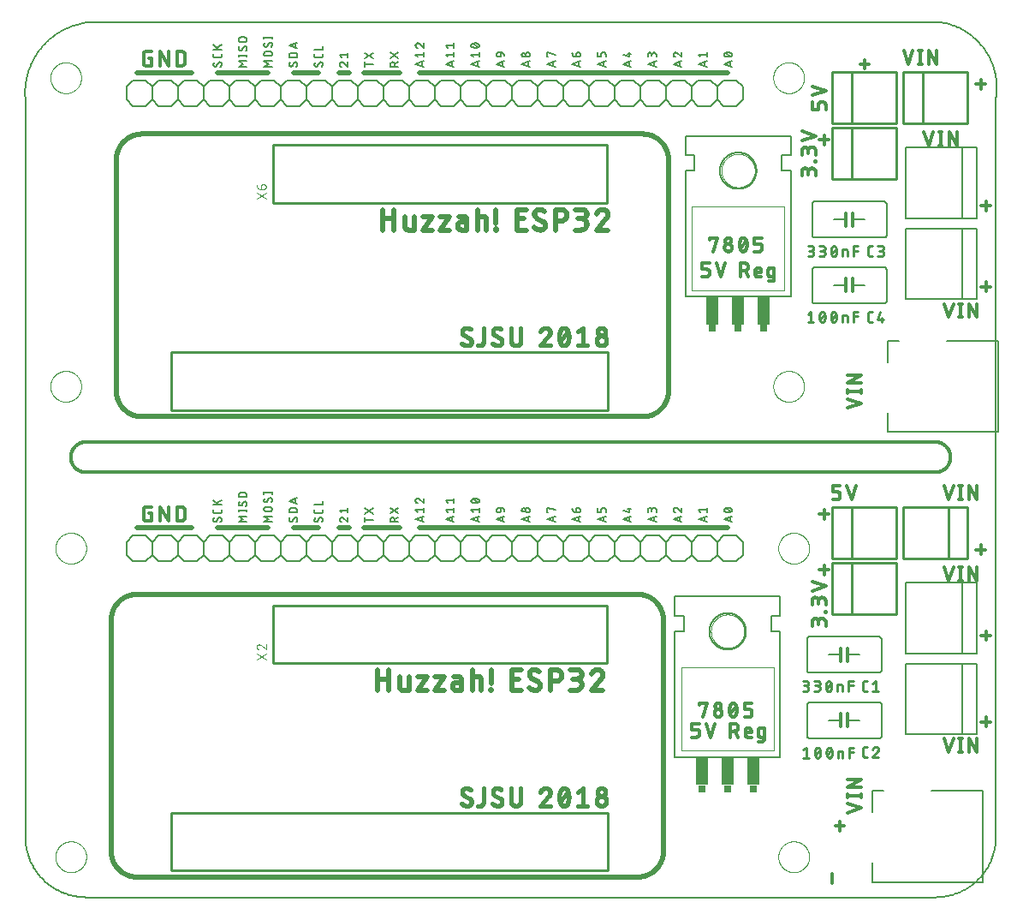
<source format=gto>
G75*
%MOIN*%
%OFA0B0*%
%FSLAX25Y25*%
%IPPOS*%
%LPD*%
%AMOC8*
5,1,8,0,0,1.08239X$1,22.5*
%
%ADD10C,0.02000*%
%ADD11C,0.00600*%
%ADD12C,0.01200*%
%ADD13C,0.00000*%
%ADD14C,0.01400*%
%ADD15C,0.00800*%
%ADD16C,0.01300*%
%ADD17R,0.02165X0.00433*%
%ADD18R,0.00866X0.00433*%
%ADD19R,0.01732X0.00433*%
%ADD20R,0.03465X0.00433*%
%ADD21R,0.02598X0.00433*%
%ADD22R,0.05630X0.00433*%
%ADD23R,0.06929X0.00433*%
%ADD24R,0.08661X0.00433*%
%ADD25R,0.09961X0.00433*%
%ADD26R,0.11260X0.00433*%
%ADD27R,0.12559X0.00433*%
%ADD28R,0.13425X0.00433*%
%ADD29R,0.14291X0.00433*%
%ADD30R,0.15591X0.00433*%
%ADD31R,0.16024X0.00433*%
%ADD32R,0.17323X0.00433*%
%ADD33R,0.18189X0.00433*%
%ADD34R,0.18622X0.00433*%
%ADD35R,0.19921X0.00433*%
%ADD36R,0.00433X0.00433*%
%ADD37R,0.20787X0.00433*%
%ADD38R,0.21220X0.00433*%
%ADD39R,0.22087X0.00433*%
%ADD40R,0.22520X0.00433*%
%ADD41R,0.23386X0.00433*%
%ADD42R,0.01299X0.00433*%
%ADD43R,0.24252X0.00433*%
%ADD44R,0.24685X0.00433*%
%ADD45R,0.25551X0.00433*%
%ADD46R,0.26417X0.00433*%
%ADD47R,0.27283X0.00433*%
%ADD48R,0.28150X0.00433*%
%ADD49R,0.28583X0.00433*%
%ADD50R,0.29016X0.00433*%
%ADD51R,0.29449X0.00433*%
%ADD52R,0.30315X0.00433*%
%ADD53R,0.30748X0.00433*%
%ADD54R,0.31181X0.00433*%
%ADD55R,0.32047X0.00433*%
%ADD56R,0.32480X0.00433*%
%ADD57R,0.32913X0.00433*%
%ADD58R,0.33346X0.00433*%
%ADD59R,0.33780X0.00433*%
%ADD60R,0.34213X0.00433*%
%ADD61R,0.35079X0.00433*%
%ADD62R,0.05197X0.00433*%
%ADD63R,0.23819X0.00433*%
%ADD64R,0.04331X0.00433*%
%ADD65R,0.03898X0.00433*%
%ADD66R,0.03031X0.00433*%
%ADD67R,0.20354X0.00433*%
%ADD68R,0.15157X0.00433*%
%ADD69R,0.13858X0.00433*%
%ADD70R,0.12126X0.00433*%
%ADD71R,0.10827X0.00433*%
%ADD72R,0.09094X0.00433*%
%ADD73R,0.07362X0.00433*%
%ADD74R,0.06496X0.00433*%
%ADD75R,0.04764X0.00433*%
%ADD76R,0.06063X0.00433*%
%ADD77R,0.08228X0.00433*%
%ADD78R,0.09528X0.00433*%
%ADD79R,0.10394X0.00433*%
%ADD80R,0.11693X0.00433*%
%ADD81R,0.19488X0.00433*%
%ADD82R,0.16890X0.00433*%
%ADD83R,0.21654X0.00433*%
%ADD84R,0.50236X0.00433*%
%ADD85R,0.50669X0.00433*%
%ADD86R,0.49803X0.00433*%
%ADD87R,0.48937X0.00433*%
%ADD88R,0.48071X0.00433*%
%ADD89R,0.47638X0.00433*%
%ADD90R,0.47205X0.00433*%
%ADD91R,0.46339X0.00433*%
%ADD92R,0.45472X0.00433*%
%ADD93R,0.44606X0.00433*%
%ADD94R,0.43740X0.00433*%
%ADD95R,0.42874X0.00433*%
%ADD96R,0.42008X0.00433*%
%ADD97R,0.41142X0.00433*%
%ADD98R,0.40276X0.00433*%
%ADD99R,0.39409X0.00433*%
%ADD100R,0.38543X0.00433*%
%ADD101R,0.37677X0.00433*%
%ADD102R,0.35945X0.00433*%
%ADD103R,0.31614X0.00433*%
%ADD104R,0.29882X0.00433*%
%ADD105R,0.22953X0.00433*%
%ADD106R,0.17756X0.00433*%
%ADD107R,0.07795X0.00433*%
%ADD108C,0.01700*%
%ADD109C,0.01000*%
%ADD110C,0.00400*%
%ADD111C,0.00200*%
%ADD112R,0.03000X0.02500*%
%ADD113R,0.05000X0.11000*%
%ADD114C,0.00500*%
D10*
X0035465Y0019874D02*
X0035465Y0109874D01*
X0035468Y0110116D01*
X0035477Y0110357D01*
X0035491Y0110598D01*
X0035512Y0110839D01*
X0035538Y0111079D01*
X0035570Y0111319D01*
X0035608Y0111558D01*
X0035651Y0111795D01*
X0035701Y0112032D01*
X0035756Y0112267D01*
X0035816Y0112501D01*
X0035883Y0112733D01*
X0035954Y0112964D01*
X0036032Y0113193D01*
X0036115Y0113420D01*
X0036203Y0113645D01*
X0036297Y0113868D01*
X0036396Y0114088D01*
X0036501Y0114306D01*
X0036610Y0114521D01*
X0036725Y0114734D01*
X0036845Y0114944D01*
X0036970Y0115150D01*
X0037100Y0115354D01*
X0037235Y0115555D01*
X0037375Y0115752D01*
X0037519Y0115946D01*
X0037668Y0116136D01*
X0037822Y0116322D01*
X0037980Y0116505D01*
X0038142Y0116684D01*
X0038309Y0116859D01*
X0038480Y0117030D01*
X0038655Y0117197D01*
X0038834Y0117359D01*
X0039017Y0117517D01*
X0039203Y0117671D01*
X0039393Y0117820D01*
X0039587Y0117964D01*
X0039784Y0118104D01*
X0039985Y0118239D01*
X0040189Y0118369D01*
X0040395Y0118494D01*
X0040605Y0118614D01*
X0040818Y0118729D01*
X0041033Y0118838D01*
X0041251Y0118943D01*
X0041471Y0119042D01*
X0041694Y0119136D01*
X0041919Y0119224D01*
X0042146Y0119307D01*
X0042375Y0119385D01*
X0042606Y0119456D01*
X0042838Y0119523D01*
X0043072Y0119583D01*
X0043307Y0119638D01*
X0043544Y0119688D01*
X0043781Y0119731D01*
X0044020Y0119769D01*
X0044260Y0119801D01*
X0044500Y0119827D01*
X0044741Y0119848D01*
X0044982Y0119862D01*
X0045223Y0119871D01*
X0045465Y0119874D01*
X0240465Y0119874D01*
X0240707Y0119871D01*
X0240948Y0119862D01*
X0241189Y0119848D01*
X0241430Y0119827D01*
X0241670Y0119801D01*
X0241910Y0119769D01*
X0242149Y0119731D01*
X0242386Y0119688D01*
X0242623Y0119638D01*
X0242858Y0119583D01*
X0243092Y0119523D01*
X0243324Y0119456D01*
X0243555Y0119385D01*
X0243784Y0119307D01*
X0244011Y0119224D01*
X0244236Y0119136D01*
X0244459Y0119042D01*
X0244679Y0118943D01*
X0244897Y0118838D01*
X0245112Y0118729D01*
X0245325Y0118614D01*
X0245535Y0118494D01*
X0245741Y0118369D01*
X0245945Y0118239D01*
X0246146Y0118104D01*
X0246343Y0117964D01*
X0246537Y0117820D01*
X0246727Y0117671D01*
X0246913Y0117517D01*
X0247096Y0117359D01*
X0247275Y0117197D01*
X0247450Y0117030D01*
X0247621Y0116859D01*
X0247788Y0116684D01*
X0247950Y0116505D01*
X0248108Y0116322D01*
X0248262Y0116136D01*
X0248411Y0115946D01*
X0248555Y0115752D01*
X0248695Y0115555D01*
X0248830Y0115354D01*
X0248960Y0115150D01*
X0249085Y0114944D01*
X0249205Y0114734D01*
X0249320Y0114521D01*
X0249429Y0114306D01*
X0249534Y0114088D01*
X0249633Y0113868D01*
X0249727Y0113645D01*
X0249815Y0113420D01*
X0249898Y0113193D01*
X0249976Y0112964D01*
X0250047Y0112733D01*
X0250114Y0112501D01*
X0250174Y0112267D01*
X0250229Y0112032D01*
X0250279Y0111795D01*
X0250322Y0111558D01*
X0250360Y0111319D01*
X0250392Y0111079D01*
X0250418Y0110839D01*
X0250439Y0110598D01*
X0250453Y0110357D01*
X0250462Y0110116D01*
X0250465Y0109874D01*
X0250465Y0019874D01*
X0250462Y0019632D01*
X0250453Y0019391D01*
X0250439Y0019150D01*
X0250418Y0018909D01*
X0250392Y0018669D01*
X0250360Y0018429D01*
X0250322Y0018190D01*
X0250279Y0017953D01*
X0250229Y0017716D01*
X0250174Y0017481D01*
X0250114Y0017247D01*
X0250047Y0017015D01*
X0249976Y0016784D01*
X0249898Y0016555D01*
X0249815Y0016328D01*
X0249727Y0016103D01*
X0249633Y0015880D01*
X0249534Y0015660D01*
X0249429Y0015442D01*
X0249320Y0015227D01*
X0249205Y0015014D01*
X0249085Y0014804D01*
X0248960Y0014598D01*
X0248830Y0014394D01*
X0248695Y0014193D01*
X0248555Y0013996D01*
X0248411Y0013802D01*
X0248262Y0013612D01*
X0248108Y0013426D01*
X0247950Y0013243D01*
X0247788Y0013064D01*
X0247621Y0012889D01*
X0247450Y0012718D01*
X0247275Y0012551D01*
X0247096Y0012389D01*
X0246913Y0012231D01*
X0246727Y0012077D01*
X0246537Y0011928D01*
X0246343Y0011784D01*
X0246146Y0011644D01*
X0245945Y0011509D01*
X0245741Y0011379D01*
X0245535Y0011254D01*
X0245325Y0011134D01*
X0245112Y0011019D01*
X0244897Y0010910D01*
X0244679Y0010805D01*
X0244459Y0010706D01*
X0244236Y0010612D01*
X0244011Y0010524D01*
X0243784Y0010441D01*
X0243555Y0010363D01*
X0243324Y0010292D01*
X0243092Y0010225D01*
X0242858Y0010165D01*
X0242623Y0010110D01*
X0242386Y0010060D01*
X0242149Y0010017D01*
X0241910Y0009979D01*
X0241670Y0009947D01*
X0241430Y0009921D01*
X0241189Y0009900D01*
X0240948Y0009886D01*
X0240707Y0009877D01*
X0240465Y0009874D01*
X0045465Y0009874D01*
X0045223Y0009877D01*
X0044982Y0009886D01*
X0044741Y0009900D01*
X0044500Y0009921D01*
X0044260Y0009947D01*
X0044020Y0009979D01*
X0043781Y0010017D01*
X0043544Y0010060D01*
X0043307Y0010110D01*
X0043072Y0010165D01*
X0042838Y0010225D01*
X0042606Y0010292D01*
X0042375Y0010363D01*
X0042146Y0010441D01*
X0041919Y0010524D01*
X0041694Y0010612D01*
X0041471Y0010706D01*
X0041251Y0010805D01*
X0041033Y0010910D01*
X0040818Y0011019D01*
X0040605Y0011134D01*
X0040395Y0011254D01*
X0040189Y0011379D01*
X0039985Y0011509D01*
X0039784Y0011644D01*
X0039587Y0011784D01*
X0039393Y0011928D01*
X0039203Y0012077D01*
X0039017Y0012231D01*
X0038834Y0012389D01*
X0038655Y0012551D01*
X0038480Y0012718D01*
X0038309Y0012889D01*
X0038142Y0013064D01*
X0037980Y0013243D01*
X0037822Y0013426D01*
X0037668Y0013612D01*
X0037519Y0013802D01*
X0037375Y0013996D01*
X0037235Y0014193D01*
X0037100Y0014394D01*
X0036970Y0014598D01*
X0036845Y0014804D01*
X0036725Y0015014D01*
X0036610Y0015227D01*
X0036501Y0015442D01*
X0036396Y0015660D01*
X0036297Y0015880D01*
X0036203Y0016103D01*
X0036115Y0016328D01*
X0036032Y0016555D01*
X0035954Y0016784D01*
X0035883Y0017015D01*
X0035816Y0017247D01*
X0035756Y0017481D01*
X0035701Y0017716D01*
X0035651Y0017953D01*
X0035608Y0018190D01*
X0035570Y0018429D01*
X0035538Y0018669D01*
X0035512Y0018909D01*
X0035491Y0019150D01*
X0035477Y0019391D01*
X0035468Y0019632D01*
X0035465Y0019874D01*
X0139181Y0082528D02*
X0139181Y0090528D01*
X0139181Y0086972D02*
X0143626Y0086972D01*
X0143626Y0090528D02*
X0143626Y0082528D01*
X0147846Y0083861D02*
X0147846Y0087861D01*
X0151401Y0087861D02*
X0151401Y0082528D01*
X0149179Y0082528D01*
X0149107Y0082530D01*
X0149035Y0082536D01*
X0148963Y0082546D01*
X0148892Y0082559D01*
X0148822Y0082577D01*
X0148753Y0082598D01*
X0148686Y0082623D01*
X0148619Y0082651D01*
X0148555Y0082683D01*
X0148492Y0082719D01*
X0148431Y0082758D01*
X0148372Y0082800D01*
X0148316Y0082845D01*
X0148262Y0082893D01*
X0148211Y0082944D01*
X0148163Y0082998D01*
X0148118Y0083054D01*
X0148076Y0083113D01*
X0148037Y0083174D01*
X0148001Y0083237D01*
X0147969Y0083301D01*
X0147941Y0083368D01*
X0147916Y0083435D01*
X0147895Y0083504D01*
X0147877Y0083574D01*
X0147864Y0083645D01*
X0147854Y0083717D01*
X0147848Y0083789D01*
X0147846Y0083861D01*
X0154970Y0082528D02*
X0158525Y0082528D01*
X0161545Y0082528D02*
X0165101Y0082528D01*
X0161545Y0082528D02*
X0165101Y0087861D01*
X0161545Y0087861D01*
X0158525Y0087861D02*
X0154970Y0082528D01*
X0154970Y0087861D02*
X0158525Y0087861D01*
X0168784Y0087861D02*
X0170561Y0087861D01*
X0170633Y0087859D01*
X0170705Y0087853D01*
X0170777Y0087843D01*
X0170848Y0087830D01*
X0170918Y0087812D01*
X0170987Y0087791D01*
X0171054Y0087766D01*
X0171121Y0087738D01*
X0171185Y0087706D01*
X0171248Y0087670D01*
X0171309Y0087631D01*
X0171368Y0087589D01*
X0171424Y0087544D01*
X0171478Y0087496D01*
X0171529Y0087445D01*
X0171577Y0087391D01*
X0171622Y0087335D01*
X0171664Y0087276D01*
X0171703Y0087215D01*
X0171739Y0087152D01*
X0171771Y0087088D01*
X0171799Y0087021D01*
X0171824Y0086954D01*
X0171845Y0086885D01*
X0171863Y0086815D01*
X0171876Y0086744D01*
X0171886Y0086672D01*
X0171892Y0086600D01*
X0171894Y0086528D01*
X0171895Y0086528D02*
X0171895Y0082528D01*
X0169895Y0082528D01*
X0169895Y0082527D02*
X0169817Y0082529D01*
X0169740Y0082535D01*
X0169663Y0082544D01*
X0169587Y0082558D01*
X0169511Y0082575D01*
X0169436Y0082596D01*
X0169363Y0082621D01*
X0169291Y0082649D01*
X0169220Y0082681D01*
X0169151Y0082716D01*
X0169084Y0082755D01*
X0169018Y0082797D01*
X0168955Y0082843D01*
X0168895Y0082891D01*
X0168837Y0082942D01*
X0168781Y0082997D01*
X0168728Y0083053D01*
X0168678Y0083113D01*
X0168632Y0083175D01*
X0168588Y0083239D01*
X0168547Y0083305D01*
X0168510Y0083373D01*
X0168477Y0083443D01*
X0168447Y0083515D01*
X0168420Y0083587D01*
X0168397Y0083662D01*
X0168378Y0083737D01*
X0168363Y0083813D01*
X0168351Y0083890D01*
X0168343Y0083967D01*
X0168339Y0084044D01*
X0168339Y0084122D01*
X0168343Y0084199D01*
X0168351Y0084276D01*
X0168363Y0084353D01*
X0168378Y0084429D01*
X0168397Y0084504D01*
X0168420Y0084579D01*
X0168447Y0084651D01*
X0168477Y0084723D01*
X0168510Y0084793D01*
X0168547Y0084861D01*
X0168588Y0084927D01*
X0168632Y0084991D01*
X0168678Y0085053D01*
X0168728Y0085113D01*
X0168781Y0085169D01*
X0168837Y0085224D01*
X0168895Y0085275D01*
X0168955Y0085323D01*
X0169018Y0085369D01*
X0169084Y0085411D01*
X0169151Y0085450D01*
X0169220Y0085485D01*
X0169291Y0085517D01*
X0169363Y0085545D01*
X0169436Y0085570D01*
X0169511Y0085591D01*
X0169587Y0085608D01*
X0169663Y0085622D01*
X0169740Y0085631D01*
X0169817Y0085637D01*
X0169895Y0085639D01*
X0171895Y0085639D01*
X0176067Y0087861D02*
X0178290Y0087861D01*
X0178362Y0087859D01*
X0178434Y0087853D01*
X0178506Y0087843D01*
X0178577Y0087830D01*
X0178647Y0087812D01*
X0178716Y0087791D01*
X0178783Y0087766D01*
X0178850Y0087738D01*
X0178914Y0087706D01*
X0178977Y0087670D01*
X0179038Y0087631D01*
X0179097Y0087589D01*
X0179153Y0087544D01*
X0179207Y0087496D01*
X0179258Y0087445D01*
X0179306Y0087391D01*
X0179351Y0087335D01*
X0179393Y0087276D01*
X0179432Y0087215D01*
X0179468Y0087152D01*
X0179500Y0087088D01*
X0179528Y0087021D01*
X0179553Y0086954D01*
X0179574Y0086885D01*
X0179592Y0086815D01*
X0179605Y0086744D01*
X0179615Y0086672D01*
X0179621Y0086600D01*
X0179623Y0086528D01*
X0179623Y0082528D01*
X0183103Y0082528D02*
X0183547Y0082528D01*
X0183547Y0082972D01*
X0183103Y0082972D01*
X0183103Y0082528D01*
X0183325Y0085194D02*
X0183325Y0090528D01*
X0176067Y0090528D02*
X0176067Y0082528D01*
X0191542Y0082528D02*
X0191542Y0090528D01*
X0195097Y0090528D01*
X0194209Y0086972D02*
X0191542Y0086972D01*
X0199202Y0087194D02*
X0201647Y0085861D01*
X0200758Y0082527D02*
X0200639Y0082529D01*
X0200521Y0082534D01*
X0200403Y0082544D01*
X0200285Y0082557D01*
X0200167Y0082574D01*
X0200050Y0082594D01*
X0199934Y0082618D01*
X0199819Y0082646D01*
X0199705Y0082678D01*
X0199591Y0082713D01*
X0199479Y0082751D01*
X0199368Y0082794D01*
X0199259Y0082839D01*
X0199151Y0082888D01*
X0199044Y0082941D01*
X0198940Y0082996D01*
X0198837Y0083056D01*
X0198736Y0083118D01*
X0198637Y0083183D01*
X0198540Y0083252D01*
X0198446Y0083323D01*
X0198353Y0083398D01*
X0198263Y0083475D01*
X0198176Y0083555D01*
X0198091Y0083638D01*
X0201647Y0085861D02*
X0201716Y0085818D01*
X0201783Y0085772D01*
X0201849Y0085723D01*
X0201911Y0085671D01*
X0201972Y0085616D01*
X0202030Y0085559D01*
X0202085Y0085499D01*
X0202138Y0085437D01*
X0202187Y0085372D01*
X0202234Y0085305D01*
X0202277Y0085236D01*
X0202318Y0085165D01*
X0202355Y0085093D01*
X0202389Y0085019D01*
X0202420Y0084943D01*
X0202447Y0084866D01*
X0202470Y0084788D01*
X0202490Y0084709D01*
X0202507Y0084629D01*
X0202519Y0084549D01*
X0202529Y0084468D01*
X0202534Y0084387D01*
X0202536Y0084305D01*
X0202534Y0084223D01*
X0202528Y0084141D01*
X0202519Y0084059D01*
X0202506Y0083978D01*
X0202489Y0083898D01*
X0202468Y0083818D01*
X0202444Y0083740D01*
X0202416Y0083663D01*
X0202385Y0083587D01*
X0202350Y0083512D01*
X0202311Y0083440D01*
X0202270Y0083369D01*
X0202225Y0083300D01*
X0202177Y0083234D01*
X0202126Y0083169D01*
X0202072Y0083107D01*
X0202015Y0083048D01*
X0201956Y0082991D01*
X0201894Y0082937D01*
X0201829Y0082886D01*
X0201763Y0082838D01*
X0201694Y0082793D01*
X0201623Y0082752D01*
X0201551Y0082713D01*
X0201476Y0082678D01*
X0201400Y0082647D01*
X0201323Y0082619D01*
X0201245Y0082595D01*
X0201165Y0082574D01*
X0201085Y0082557D01*
X0201004Y0082544D01*
X0200922Y0082535D01*
X0200840Y0082529D01*
X0200758Y0082527D01*
X0206474Y0082528D02*
X0206474Y0090528D01*
X0208696Y0090528D01*
X0208696Y0090527D02*
X0208789Y0090525D01*
X0208882Y0090519D01*
X0208974Y0090509D01*
X0209067Y0090496D01*
X0209158Y0090478D01*
X0209249Y0090457D01*
X0209338Y0090432D01*
X0209427Y0090403D01*
X0209514Y0090371D01*
X0209600Y0090335D01*
X0209684Y0090295D01*
X0209766Y0090252D01*
X0209847Y0090206D01*
X0209926Y0090156D01*
X0210002Y0090103D01*
X0210076Y0090046D01*
X0210148Y0089987D01*
X0210217Y0089925D01*
X0210284Y0089860D01*
X0210347Y0089792D01*
X0210408Y0089721D01*
X0210466Y0089648D01*
X0210521Y0089573D01*
X0210572Y0089496D01*
X0210620Y0089416D01*
X0210665Y0089334D01*
X0210707Y0089251D01*
X0210744Y0089166D01*
X0210779Y0089080D01*
X0210809Y0088992D01*
X0210836Y0088903D01*
X0210859Y0088812D01*
X0210879Y0088721D01*
X0210894Y0088630D01*
X0210906Y0088537D01*
X0210914Y0088445D01*
X0210918Y0088352D01*
X0210918Y0088258D01*
X0210914Y0088165D01*
X0210906Y0088073D01*
X0210894Y0087980D01*
X0210879Y0087889D01*
X0210859Y0087798D01*
X0210836Y0087707D01*
X0210809Y0087618D01*
X0210779Y0087530D01*
X0210744Y0087444D01*
X0210707Y0087359D01*
X0210665Y0087276D01*
X0210620Y0087194D01*
X0210572Y0087114D01*
X0210521Y0087037D01*
X0210466Y0086962D01*
X0210408Y0086889D01*
X0210347Y0086818D01*
X0210284Y0086750D01*
X0210217Y0086685D01*
X0210148Y0086623D01*
X0210076Y0086564D01*
X0210002Y0086507D01*
X0209926Y0086454D01*
X0209847Y0086404D01*
X0209766Y0086358D01*
X0209684Y0086315D01*
X0209600Y0086275D01*
X0209514Y0086239D01*
X0209427Y0086207D01*
X0209338Y0086178D01*
X0209249Y0086153D01*
X0209158Y0086132D01*
X0209067Y0086114D01*
X0208974Y0086101D01*
X0208882Y0086091D01*
X0208789Y0086085D01*
X0208696Y0086083D01*
X0206474Y0086083D01*
X0202091Y0089860D02*
X0201999Y0089927D01*
X0201906Y0089990D01*
X0201810Y0090049D01*
X0201712Y0090106D01*
X0201613Y0090159D01*
X0201512Y0090209D01*
X0201409Y0090255D01*
X0201304Y0090298D01*
X0201198Y0090338D01*
X0201091Y0090373D01*
X0200983Y0090405D01*
X0200874Y0090434D01*
X0200764Y0090458D01*
X0200653Y0090479D01*
X0200541Y0090496D01*
X0200429Y0090510D01*
X0200317Y0090519D01*
X0200204Y0090525D01*
X0200091Y0090527D01*
X0200091Y0090528D02*
X0200009Y0090526D01*
X0199927Y0090520D01*
X0199845Y0090511D01*
X0199764Y0090498D01*
X0199684Y0090481D01*
X0199604Y0090460D01*
X0199526Y0090436D01*
X0199449Y0090408D01*
X0199373Y0090377D01*
X0199298Y0090342D01*
X0199226Y0090303D01*
X0199155Y0090262D01*
X0199086Y0090217D01*
X0199020Y0090169D01*
X0198955Y0090118D01*
X0198893Y0090064D01*
X0198834Y0090007D01*
X0198777Y0089948D01*
X0198723Y0089886D01*
X0198672Y0089821D01*
X0198624Y0089755D01*
X0198579Y0089686D01*
X0198538Y0089615D01*
X0198499Y0089543D01*
X0198464Y0089468D01*
X0198433Y0089392D01*
X0198405Y0089315D01*
X0198381Y0089237D01*
X0198360Y0089157D01*
X0198343Y0089077D01*
X0198330Y0088996D01*
X0198321Y0088914D01*
X0198315Y0088832D01*
X0198313Y0088750D01*
X0198315Y0088668D01*
X0198320Y0088587D01*
X0198330Y0088506D01*
X0198342Y0088426D01*
X0198359Y0088346D01*
X0198379Y0088267D01*
X0198402Y0088189D01*
X0198429Y0088112D01*
X0198460Y0088036D01*
X0198494Y0087962D01*
X0198531Y0087890D01*
X0198572Y0087819D01*
X0198615Y0087750D01*
X0198662Y0087683D01*
X0198711Y0087618D01*
X0198764Y0087556D01*
X0198819Y0087496D01*
X0198877Y0087439D01*
X0198938Y0087384D01*
X0199000Y0087332D01*
X0199066Y0087283D01*
X0199133Y0087237D01*
X0199202Y0087194D01*
X0195097Y0082528D02*
X0191542Y0082528D01*
X0214257Y0082528D02*
X0216479Y0082528D01*
X0216572Y0082530D01*
X0216665Y0082536D01*
X0216757Y0082546D01*
X0216850Y0082559D01*
X0216941Y0082577D01*
X0217032Y0082598D01*
X0217121Y0082623D01*
X0217210Y0082652D01*
X0217297Y0082684D01*
X0217383Y0082720D01*
X0217467Y0082760D01*
X0217549Y0082803D01*
X0217630Y0082849D01*
X0217709Y0082899D01*
X0217785Y0082952D01*
X0217859Y0083009D01*
X0217931Y0083068D01*
X0218000Y0083130D01*
X0218067Y0083195D01*
X0218130Y0083263D01*
X0218191Y0083334D01*
X0218249Y0083407D01*
X0218304Y0083482D01*
X0218355Y0083559D01*
X0218403Y0083639D01*
X0218448Y0083721D01*
X0218490Y0083804D01*
X0218527Y0083889D01*
X0218562Y0083975D01*
X0218592Y0084063D01*
X0218619Y0084152D01*
X0218642Y0084243D01*
X0218662Y0084334D01*
X0218677Y0084425D01*
X0218689Y0084518D01*
X0218697Y0084610D01*
X0218701Y0084703D01*
X0218701Y0084797D01*
X0218697Y0084890D01*
X0218689Y0084982D01*
X0218677Y0085075D01*
X0218662Y0085166D01*
X0218642Y0085257D01*
X0218619Y0085348D01*
X0218592Y0085437D01*
X0218562Y0085525D01*
X0218527Y0085611D01*
X0218490Y0085696D01*
X0218448Y0085779D01*
X0218403Y0085861D01*
X0218355Y0085941D01*
X0218304Y0086018D01*
X0218249Y0086093D01*
X0218191Y0086166D01*
X0218130Y0086237D01*
X0218067Y0086305D01*
X0218000Y0086370D01*
X0217931Y0086432D01*
X0217859Y0086491D01*
X0217785Y0086548D01*
X0217709Y0086601D01*
X0217630Y0086651D01*
X0217549Y0086697D01*
X0217467Y0086740D01*
X0217383Y0086780D01*
X0217297Y0086816D01*
X0217210Y0086848D01*
X0217121Y0086877D01*
X0217032Y0086902D01*
X0216941Y0086923D01*
X0216850Y0086941D01*
X0216757Y0086954D01*
X0216665Y0086964D01*
X0216572Y0086970D01*
X0216479Y0086972D01*
X0216924Y0086972D02*
X0215146Y0086972D01*
X0216924Y0086972D02*
X0217007Y0086974D01*
X0217090Y0086980D01*
X0217173Y0086990D01*
X0217256Y0087003D01*
X0217337Y0087021D01*
X0217418Y0087042D01*
X0217497Y0087067D01*
X0217575Y0087096D01*
X0217652Y0087128D01*
X0217727Y0087164D01*
X0217801Y0087203D01*
X0217872Y0087246D01*
X0217942Y0087292D01*
X0218009Y0087342D01*
X0218074Y0087394D01*
X0218136Y0087449D01*
X0218196Y0087508D01*
X0218253Y0087569D01*
X0218307Y0087632D01*
X0218358Y0087698D01*
X0218405Y0087767D01*
X0218450Y0087837D01*
X0218491Y0087910D01*
X0218528Y0087984D01*
X0218563Y0088060D01*
X0218593Y0088138D01*
X0218620Y0088216D01*
X0218643Y0088297D01*
X0218663Y0088378D01*
X0218678Y0088460D01*
X0218690Y0088542D01*
X0218698Y0088625D01*
X0218702Y0088708D01*
X0218702Y0088792D01*
X0218698Y0088875D01*
X0218690Y0088958D01*
X0218678Y0089040D01*
X0218663Y0089122D01*
X0218643Y0089203D01*
X0218620Y0089284D01*
X0218593Y0089362D01*
X0218563Y0089440D01*
X0218528Y0089516D01*
X0218491Y0089590D01*
X0218450Y0089663D01*
X0218405Y0089733D01*
X0218358Y0089802D01*
X0218307Y0089868D01*
X0218253Y0089931D01*
X0218196Y0089992D01*
X0218136Y0090051D01*
X0218074Y0090106D01*
X0218009Y0090158D01*
X0217942Y0090208D01*
X0217872Y0090254D01*
X0217801Y0090297D01*
X0217727Y0090336D01*
X0217652Y0090372D01*
X0217575Y0090404D01*
X0217497Y0090433D01*
X0217418Y0090458D01*
X0217337Y0090479D01*
X0217256Y0090497D01*
X0217173Y0090510D01*
X0217090Y0090520D01*
X0217007Y0090526D01*
X0216924Y0090528D01*
X0214257Y0090528D01*
X0226254Y0086973D02*
X0226319Y0087037D01*
X0226381Y0087104D01*
X0226441Y0087174D01*
X0226497Y0087246D01*
X0226550Y0087321D01*
X0226600Y0087398D01*
X0226646Y0087477D01*
X0226689Y0087557D01*
X0226729Y0087640D01*
X0226765Y0087724D01*
X0226797Y0087810D01*
X0226826Y0087897D01*
X0226851Y0087985D01*
X0226872Y0088074D01*
X0226890Y0088164D01*
X0226903Y0088254D01*
X0226913Y0088345D01*
X0226919Y0088436D01*
X0226921Y0088528D01*
X0226255Y0086972D02*
X0222477Y0082528D01*
X0226921Y0082528D01*
X0222477Y0088750D02*
X0222509Y0088842D01*
X0222544Y0088933D01*
X0222583Y0089023D01*
X0222626Y0089111D01*
X0222671Y0089198D01*
X0222720Y0089283D01*
X0222772Y0089366D01*
X0222827Y0089447D01*
X0222886Y0089525D01*
X0222947Y0089602D01*
X0223011Y0089676D01*
X0223078Y0089747D01*
X0223147Y0089816D01*
X0223219Y0089882D01*
X0223294Y0089946D01*
X0223371Y0090006D01*
X0223450Y0090064D01*
X0223531Y0090119D01*
X0223614Y0090170D01*
X0223700Y0090218D01*
X0223787Y0090263D01*
X0223875Y0090305D01*
X0223966Y0090343D01*
X0224057Y0090377D01*
X0224150Y0090409D01*
X0224244Y0090436D01*
X0224339Y0090460D01*
X0224434Y0090481D01*
X0224531Y0090497D01*
X0224628Y0090510D01*
X0224725Y0090520D01*
X0224823Y0090525D01*
X0224921Y0090527D01*
X0224921Y0090528D02*
X0225008Y0090526D01*
X0225095Y0090520D01*
X0225182Y0090511D01*
X0225268Y0090498D01*
X0225354Y0090481D01*
X0225439Y0090460D01*
X0225522Y0090435D01*
X0225605Y0090407D01*
X0225686Y0090376D01*
X0225766Y0090341D01*
X0225844Y0090302D01*
X0225921Y0090260D01*
X0225996Y0090215D01*
X0226068Y0090166D01*
X0226139Y0090115D01*
X0226207Y0090060D01*
X0226272Y0090003D01*
X0226335Y0089942D01*
X0226396Y0089879D01*
X0226453Y0089814D01*
X0226508Y0089746D01*
X0226559Y0089675D01*
X0226608Y0089603D01*
X0226653Y0089528D01*
X0226695Y0089451D01*
X0226734Y0089373D01*
X0226769Y0089293D01*
X0226800Y0089212D01*
X0226828Y0089129D01*
X0226853Y0089046D01*
X0226874Y0088961D01*
X0226891Y0088875D01*
X0226904Y0088789D01*
X0226913Y0088702D01*
X0226919Y0088615D01*
X0226921Y0088528D01*
X0275622Y0145701D02*
X0155543Y0145701D01*
X0147669Y0145701D02*
X0133890Y0145701D01*
X0135858Y0145701D02*
X0145701Y0145701D01*
X0127984Y0145701D02*
X0124047Y0145701D01*
X0116173Y0145701D02*
X0106331Y0145701D01*
X0096488Y0145701D02*
X0076803Y0145701D01*
X0066961Y0145701D02*
X0045307Y0145701D01*
X0047276Y0145701D02*
X0064992Y0145701D01*
X0047433Y0189008D02*
X0242433Y0189008D01*
X0242675Y0189011D01*
X0242916Y0189020D01*
X0243157Y0189034D01*
X0243398Y0189055D01*
X0243638Y0189081D01*
X0243878Y0189113D01*
X0244117Y0189151D01*
X0244354Y0189194D01*
X0244591Y0189244D01*
X0244826Y0189299D01*
X0245060Y0189359D01*
X0245292Y0189426D01*
X0245523Y0189497D01*
X0245752Y0189575D01*
X0245979Y0189658D01*
X0246204Y0189746D01*
X0246427Y0189840D01*
X0246647Y0189939D01*
X0246865Y0190044D01*
X0247080Y0190153D01*
X0247293Y0190268D01*
X0247503Y0190388D01*
X0247709Y0190513D01*
X0247913Y0190643D01*
X0248114Y0190778D01*
X0248311Y0190918D01*
X0248505Y0191062D01*
X0248695Y0191211D01*
X0248881Y0191365D01*
X0249064Y0191523D01*
X0249243Y0191685D01*
X0249418Y0191852D01*
X0249589Y0192023D01*
X0249756Y0192198D01*
X0249918Y0192377D01*
X0250076Y0192560D01*
X0250230Y0192746D01*
X0250379Y0192936D01*
X0250523Y0193130D01*
X0250663Y0193327D01*
X0250798Y0193528D01*
X0250928Y0193732D01*
X0251053Y0193938D01*
X0251173Y0194148D01*
X0251288Y0194361D01*
X0251397Y0194576D01*
X0251502Y0194794D01*
X0251601Y0195014D01*
X0251695Y0195237D01*
X0251783Y0195462D01*
X0251866Y0195689D01*
X0251944Y0195918D01*
X0252015Y0196149D01*
X0252082Y0196381D01*
X0252142Y0196615D01*
X0252197Y0196850D01*
X0252247Y0197087D01*
X0252290Y0197324D01*
X0252328Y0197563D01*
X0252360Y0197803D01*
X0252386Y0198043D01*
X0252407Y0198284D01*
X0252421Y0198525D01*
X0252430Y0198766D01*
X0252433Y0199008D01*
X0252433Y0289008D01*
X0252430Y0289250D01*
X0252421Y0289491D01*
X0252407Y0289732D01*
X0252386Y0289973D01*
X0252360Y0290213D01*
X0252328Y0290453D01*
X0252290Y0290692D01*
X0252247Y0290929D01*
X0252197Y0291166D01*
X0252142Y0291401D01*
X0252082Y0291635D01*
X0252015Y0291867D01*
X0251944Y0292098D01*
X0251866Y0292327D01*
X0251783Y0292554D01*
X0251695Y0292779D01*
X0251601Y0293002D01*
X0251502Y0293222D01*
X0251397Y0293440D01*
X0251288Y0293655D01*
X0251173Y0293868D01*
X0251053Y0294078D01*
X0250928Y0294284D01*
X0250798Y0294488D01*
X0250663Y0294689D01*
X0250523Y0294886D01*
X0250379Y0295080D01*
X0250230Y0295270D01*
X0250076Y0295456D01*
X0249918Y0295639D01*
X0249756Y0295818D01*
X0249589Y0295993D01*
X0249418Y0296164D01*
X0249243Y0296331D01*
X0249064Y0296493D01*
X0248881Y0296651D01*
X0248695Y0296805D01*
X0248505Y0296954D01*
X0248311Y0297098D01*
X0248114Y0297238D01*
X0247913Y0297373D01*
X0247709Y0297503D01*
X0247503Y0297628D01*
X0247293Y0297748D01*
X0247080Y0297863D01*
X0246865Y0297972D01*
X0246647Y0298077D01*
X0246427Y0298176D01*
X0246204Y0298270D01*
X0245979Y0298358D01*
X0245752Y0298441D01*
X0245523Y0298519D01*
X0245292Y0298590D01*
X0245060Y0298657D01*
X0244826Y0298717D01*
X0244591Y0298772D01*
X0244354Y0298822D01*
X0244117Y0298865D01*
X0243878Y0298903D01*
X0243638Y0298935D01*
X0243398Y0298961D01*
X0243157Y0298982D01*
X0242916Y0298996D01*
X0242675Y0299005D01*
X0242433Y0299008D01*
X0047433Y0299008D01*
X0047191Y0299005D01*
X0046950Y0298996D01*
X0046709Y0298982D01*
X0046468Y0298961D01*
X0046228Y0298935D01*
X0045988Y0298903D01*
X0045749Y0298865D01*
X0045512Y0298822D01*
X0045275Y0298772D01*
X0045040Y0298717D01*
X0044806Y0298657D01*
X0044574Y0298590D01*
X0044343Y0298519D01*
X0044114Y0298441D01*
X0043887Y0298358D01*
X0043662Y0298270D01*
X0043439Y0298176D01*
X0043219Y0298077D01*
X0043001Y0297972D01*
X0042786Y0297863D01*
X0042573Y0297748D01*
X0042363Y0297628D01*
X0042157Y0297503D01*
X0041953Y0297373D01*
X0041752Y0297238D01*
X0041555Y0297098D01*
X0041361Y0296954D01*
X0041171Y0296805D01*
X0040985Y0296651D01*
X0040802Y0296493D01*
X0040623Y0296331D01*
X0040448Y0296164D01*
X0040277Y0295993D01*
X0040110Y0295818D01*
X0039948Y0295639D01*
X0039790Y0295456D01*
X0039636Y0295270D01*
X0039487Y0295080D01*
X0039343Y0294886D01*
X0039203Y0294689D01*
X0039068Y0294488D01*
X0038938Y0294284D01*
X0038813Y0294078D01*
X0038693Y0293868D01*
X0038578Y0293655D01*
X0038469Y0293440D01*
X0038364Y0293222D01*
X0038265Y0293002D01*
X0038171Y0292779D01*
X0038083Y0292554D01*
X0038000Y0292327D01*
X0037922Y0292098D01*
X0037851Y0291867D01*
X0037784Y0291635D01*
X0037724Y0291401D01*
X0037669Y0291166D01*
X0037619Y0290929D01*
X0037576Y0290692D01*
X0037538Y0290453D01*
X0037506Y0290213D01*
X0037480Y0289973D01*
X0037459Y0289732D01*
X0037445Y0289491D01*
X0037436Y0289250D01*
X0037433Y0289008D01*
X0037433Y0199008D01*
X0037436Y0198766D01*
X0037445Y0198525D01*
X0037459Y0198284D01*
X0037480Y0198043D01*
X0037506Y0197803D01*
X0037538Y0197563D01*
X0037576Y0197324D01*
X0037619Y0197087D01*
X0037669Y0196850D01*
X0037724Y0196615D01*
X0037784Y0196381D01*
X0037851Y0196149D01*
X0037922Y0195918D01*
X0038000Y0195689D01*
X0038083Y0195462D01*
X0038171Y0195237D01*
X0038265Y0195014D01*
X0038364Y0194794D01*
X0038469Y0194576D01*
X0038578Y0194361D01*
X0038693Y0194148D01*
X0038813Y0193938D01*
X0038938Y0193732D01*
X0039068Y0193528D01*
X0039203Y0193327D01*
X0039343Y0193130D01*
X0039487Y0192936D01*
X0039636Y0192746D01*
X0039790Y0192560D01*
X0039948Y0192377D01*
X0040110Y0192198D01*
X0040277Y0192023D01*
X0040448Y0191852D01*
X0040623Y0191685D01*
X0040802Y0191523D01*
X0040985Y0191365D01*
X0041171Y0191211D01*
X0041361Y0191062D01*
X0041555Y0190918D01*
X0041752Y0190778D01*
X0041953Y0190643D01*
X0042157Y0190513D01*
X0042363Y0190388D01*
X0042573Y0190268D01*
X0042786Y0190153D01*
X0043001Y0190044D01*
X0043219Y0189939D01*
X0043439Y0189840D01*
X0043662Y0189746D01*
X0043887Y0189658D01*
X0044114Y0189575D01*
X0044343Y0189497D01*
X0044574Y0189426D01*
X0044806Y0189359D01*
X0045040Y0189299D01*
X0045275Y0189244D01*
X0045512Y0189194D01*
X0045749Y0189151D01*
X0045988Y0189113D01*
X0046228Y0189081D01*
X0046468Y0189055D01*
X0046709Y0189034D01*
X0046950Y0189020D01*
X0047191Y0189011D01*
X0047433Y0189008D01*
X0141150Y0261661D02*
X0141150Y0269661D01*
X0141150Y0266106D02*
X0145594Y0266106D01*
X0145594Y0269661D02*
X0145594Y0261661D01*
X0149814Y0262995D02*
X0149814Y0266995D01*
X0153370Y0266995D02*
X0153370Y0261661D01*
X0151147Y0261661D01*
X0151147Y0261662D02*
X0151075Y0261664D01*
X0151003Y0261670D01*
X0150931Y0261680D01*
X0150860Y0261693D01*
X0150790Y0261711D01*
X0150721Y0261732D01*
X0150654Y0261757D01*
X0150587Y0261785D01*
X0150523Y0261817D01*
X0150460Y0261853D01*
X0150399Y0261892D01*
X0150340Y0261934D01*
X0150284Y0261979D01*
X0150230Y0262027D01*
X0150179Y0262078D01*
X0150131Y0262132D01*
X0150086Y0262188D01*
X0150044Y0262247D01*
X0150005Y0262308D01*
X0149969Y0262371D01*
X0149937Y0262435D01*
X0149909Y0262502D01*
X0149884Y0262569D01*
X0149863Y0262638D01*
X0149845Y0262708D01*
X0149832Y0262779D01*
X0149822Y0262851D01*
X0149816Y0262923D01*
X0149814Y0262995D01*
X0156938Y0261661D02*
X0160494Y0261661D01*
X0163514Y0261661D02*
X0167070Y0261661D01*
X0163514Y0261661D02*
X0167070Y0266995D01*
X0163514Y0266995D01*
X0160494Y0266995D02*
X0156938Y0261661D01*
X0156938Y0266995D02*
X0160494Y0266995D01*
X0170752Y0266995D02*
X0172530Y0266995D01*
X0172530Y0266994D02*
X0172602Y0266992D01*
X0172674Y0266986D01*
X0172746Y0266976D01*
X0172817Y0266963D01*
X0172887Y0266945D01*
X0172956Y0266924D01*
X0173023Y0266899D01*
X0173090Y0266871D01*
X0173154Y0266839D01*
X0173217Y0266803D01*
X0173278Y0266764D01*
X0173337Y0266722D01*
X0173393Y0266677D01*
X0173447Y0266629D01*
X0173498Y0266578D01*
X0173546Y0266524D01*
X0173591Y0266468D01*
X0173633Y0266409D01*
X0173672Y0266348D01*
X0173708Y0266285D01*
X0173740Y0266221D01*
X0173768Y0266154D01*
X0173793Y0266087D01*
X0173814Y0266018D01*
X0173832Y0265948D01*
X0173845Y0265877D01*
X0173855Y0265805D01*
X0173861Y0265733D01*
X0173863Y0265661D01*
X0173863Y0261661D01*
X0171863Y0261661D01*
X0171785Y0261663D01*
X0171708Y0261669D01*
X0171631Y0261678D01*
X0171555Y0261692D01*
X0171479Y0261709D01*
X0171404Y0261730D01*
X0171331Y0261755D01*
X0171259Y0261783D01*
X0171188Y0261815D01*
X0171119Y0261850D01*
X0171052Y0261889D01*
X0170986Y0261931D01*
X0170923Y0261977D01*
X0170863Y0262025D01*
X0170805Y0262076D01*
X0170749Y0262131D01*
X0170696Y0262187D01*
X0170646Y0262247D01*
X0170600Y0262309D01*
X0170556Y0262373D01*
X0170515Y0262439D01*
X0170478Y0262507D01*
X0170445Y0262577D01*
X0170415Y0262649D01*
X0170388Y0262721D01*
X0170365Y0262796D01*
X0170346Y0262871D01*
X0170331Y0262947D01*
X0170319Y0263024D01*
X0170311Y0263101D01*
X0170307Y0263178D01*
X0170307Y0263256D01*
X0170311Y0263333D01*
X0170319Y0263410D01*
X0170331Y0263487D01*
X0170346Y0263563D01*
X0170365Y0263638D01*
X0170388Y0263713D01*
X0170415Y0263785D01*
X0170445Y0263857D01*
X0170478Y0263927D01*
X0170515Y0263995D01*
X0170556Y0264061D01*
X0170600Y0264125D01*
X0170646Y0264187D01*
X0170696Y0264247D01*
X0170749Y0264303D01*
X0170805Y0264358D01*
X0170863Y0264409D01*
X0170923Y0264457D01*
X0170986Y0264503D01*
X0171052Y0264545D01*
X0171119Y0264584D01*
X0171188Y0264619D01*
X0171259Y0264651D01*
X0171331Y0264679D01*
X0171404Y0264704D01*
X0171479Y0264725D01*
X0171555Y0264742D01*
X0171631Y0264756D01*
X0171708Y0264765D01*
X0171785Y0264771D01*
X0171863Y0264773D01*
X0173863Y0264773D01*
X0178036Y0266995D02*
X0180258Y0266995D01*
X0180258Y0266994D02*
X0180330Y0266992D01*
X0180402Y0266986D01*
X0180474Y0266976D01*
X0180545Y0266963D01*
X0180615Y0266945D01*
X0180684Y0266924D01*
X0180751Y0266899D01*
X0180818Y0266871D01*
X0180882Y0266839D01*
X0180945Y0266803D01*
X0181006Y0266764D01*
X0181065Y0266722D01*
X0181121Y0266677D01*
X0181175Y0266629D01*
X0181226Y0266578D01*
X0181274Y0266524D01*
X0181319Y0266468D01*
X0181361Y0266409D01*
X0181400Y0266348D01*
X0181436Y0266285D01*
X0181468Y0266221D01*
X0181496Y0266154D01*
X0181521Y0266087D01*
X0181542Y0266018D01*
X0181560Y0265948D01*
X0181573Y0265877D01*
X0181583Y0265805D01*
X0181589Y0265733D01*
X0181591Y0265661D01*
X0181591Y0261661D01*
X0185071Y0261661D02*
X0185516Y0261661D01*
X0185516Y0262106D01*
X0185071Y0262106D01*
X0185071Y0261661D01*
X0185294Y0264328D02*
X0185294Y0269661D01*
X0178036Y0269661D02*
X0178036Y0261661D01*
X0193510Y0261661D02*
X0193510Y0269661D01*
X0197066Y0269661D01*
X0196177Y0266106D02*
X0193510Y0266106D01*
X0193510Y0261661D02*
X0197066Y0261661D01*
X0203615Y0264995D02*
X0203684Y0264952D01*
X0203751Y0264906D01*
X0203817Y0264857D01*
X0203879Y0264805D01*
X0203940Y0264750D01*
X0203998Y0264693D01*
X0204053Y0264633D01*
X0204106Y0264571D01*
X0204155Y0264506D01*
X0204202Y0264439D01*
X0204245Y0264370D01*
X0204286Y0264299D01*
X0204323Y0264227D01*
X0204357Y0264153D01*
X0204388Y0264077D01*
X0204415Y0264000D01*
X0204438Y0263922D01*
X0204458Y0263843D01*
X0204475Y0263763D01*
X0204487Y0263683D01*
X0204497Y0263602D01*
X0204502Y0263521D01*
X0204504Y0263439D01*
X0204502Y0263357D01*
X0204496Y0263275D01*
X0204487Y0263193D01*
X0204474Y0263112D01*
X0204457Y0263032D01*
X0204436Y0262952D01*
X0204412Y0262874D01*
X0204384Y0262797D01*
X0204353Y0262721D01*
X0204318Y0262646D01*
X0204279Y0262574D01*
X0204238Y0262503D01*
X0204193Y0262434D01*
X0204145Y0262368D01*
X0204094Y0262303D01*
X0204040Y0262241D01*
X0203983Y0262182D01*
X0203924Y0262125D01*
X0203862Y0262071D01*
X0203797Y0262020D01*
X0203731Y0261972D01*
X0203662Y0261927D01*
X0203591Y0261886D01*
X0203519Y0261847D01*
X0203444Y0261812D01*
X0203368Y0261781D01*
X0203291Y0261753D01*
X0203213Y0261729D01*
X0203133Y0261708D01*
X0203053Y0261691D01*
X0202972Y0261678D01*
X0202890Y0261669D01*
X0202808Y0261663D01*
X0202726Y0261661D01*
X0203615Y0264995D02*
X0201171Y0266328D01*
X0202059Y0269661D02*
X0202172Y0269659D01*
X0202285Y0269653D01*
X0202397Y0269644D01*
X0202509Y0269630D01*
X0202621Y0269613D01*
X0202732Y0269592D01*
X0202842Y0269568D01*
X0202951Y0269539D01*
X0203059Y0269507D01*
X0203166Y0269472D01*
X0203272Y0269432D01*
X0203377Y0269389D01*
X0203480Y0269343D01*
X0203581Y0269293D01*
X0203680Y0269240D01*
X0203778Y0269183D01*
X0203874Y0269124D01*
X0203967Y0269061D01*
X0204059Y0268994D01*
X0201170Y0266328D02*
X0201101Y0266371D01*
X0201034Y0266417D01*
X0200968Y0266466D01*
X0200906Y0266518D01*
X0200845Y0266573D01*
X0200787Y0266630D01*
X0200732Y0266690D01*
X0200679Y0266752D01*
X0200630Y0266817D01*
X0200583Y0266884D01*
X0200540Y0266953D01*
X0200499Y0267024D01*
X0200462Y0267096D01*
X0200428Y0267170D01*
X0200397Y0267246D01*
X0200370Y0267323D01*
X0200347Y0267401D01*
X0200327Y0267480D01*
X0200310Y0267560D01*
X0200298Y0267640D01*
X0200288Y0267721D01*
X0200283Y0267802D01*
X0200281Y0267884D01*
X0200283Y0267966D01*
X0200289Y0268048D01*
X0200298Y0268130D01*
X0200311Y0268211D01*
X0200328Y0268291D01*
X0200349Y0268371D01*
X0200373Y0268449D01*
X0200401Y0268526D01*
X0200432Y0268602D01*
X0200467Y0268677D01*
X0200506Y0268749D01*
X0200547Y0268820D01*
X0200592Y0268889D01*
X0200640Y0268955D01*
X0200691Y0269020D01*
X0200745Y0269082D01*
X0200802Y0269141D01*
X0200861Y0269198D01*
X0200923Y0269252D01*
X0200988Y0269303D01*
X0201054Y0269351D01*
X0201123Y0269396D01*
X0201194Y0269437D01*
X0201266Y0269476D01*
X0201341Y0269511D01*
X0201417Y0269542D01*
X0201494Y0269570D01*
X0201572Y0269594D01*
X0201652Y0269615D01*
X0201732Y0269632D01*
X0201813Y0269645D01*
X0201895Y0269654D01*
X0201977Y0269660D01*
X0202059Y0269662D01*
X0200059Y0262772D02*
X0200144Y0262689D01*
X0200231Y0262609D01*
X0200321Y0262532D01*
X0200414Y0262457D01*
X0200508Y0262386D01*
X0200605Y0262317D01*
X0200704Y0262252D01*
X0200805Y0262190D01*
X0200908Y0262130D01*
X0201012Y0262075D01*
X0201119Y0262022D01*
X0201227Y0261973D01*
X0201336Y0261928D01*
X0201447Y0261885D01*
X0201559Y0261847D01*
X0201673Y0261812D01*
X0201787Y0261780D01*
X0201902Y0261752D01*
X0202018Y0261728D01*
X0202135Y0261708D01*
X0202253Y0261691D01*
X0202371Y0261678D01*
X0202489Y0261668D01*
X0202607Y0261663D01*
X0202726Y0261661D01*
X0208443Y0261661D02*
X0208443Y0269661D01*
X0210665Y0269661D01*
X0210758Y0269659D01*
X0210851Y0269653D01*
X0210943Y0269643D01*
X0211036Y0269630D01*
X0211127Y0269612D01*
X0211218Y0269591D01*
X0211307Y0269566D01*
X0211396Y0269537D01*
X0211483Y0269505D01*
X0211569Y0269469D01*
X0211653Y0269429D01*
X0211735Y0269386D01*
X0211816Y0269340D01*
X0211895Y0269290D01*
X0211971Y0269237D01*
X0212045Y0269180D01*
X0212117Y0269121D01*
X0212186Y0269059D01*
X0212253Y0268994D01*
X0212316Y0268926D01*
X0212377Y0268855D01*
X0212435Y0268782D01*
X0212490Y0268707D01*
X0212541Y0268630D01*
X0212589Y0268550D01*
X0212634Y0268468D01*
X0212676Y0268385D01*
X0212713Y0268300D01*
X0212748Y0268214D01*
X0212778Y0268126D01*
X0212805Y0268037D01*
X0212828Y0267946D01*
X0212848Y0267855D01*
X0212863Y0267764D01*
X0212875Y0267671D01*
X0212883Y0267579D01*
X0212887Y0267486D01*
X0212887Y0267392D01*
X0212883Y0267299D01*
X0212875Y0267207D01*
X0212863Y0267114D01*
X0212848Y0267023D01*
X0212828Y0266932D01*
X0212805Y0266841D01*
X0212778Y0266752D01*
X0212748Y0266664D01*
X0212713Y0266578D01*
X0212676Y0266493D01*
X0212634Y0266410D01*
X0212589Y0266328D01*
X0212541Y0266248D01*
X0212490Y0266171D01*
X0212435Y0266096D01*
X0212377Y0266023D01*
X0212316Y0265952D01*
X0212253Y0265884D01*
X0212186Y0265819D01*
X0212117Y0265757D01*
X0212045Y0265698D01*
X0211971Y0265641D01*
X0211895Y0265588D01*
X0211816Y0265538D01*
X0211735Y0265492D01*
X0211653Y0265449D01*
X0211569Y0265409D01*
X0211483Y0265373D01*
X0211396Y0265341D01*
X0211307Y0265312D01*
X0211218Y0265287D01*
X0211127Y0265266D01*
X0211036Y0265248D01*
X0210943Y0265235D01*
X0210851Y0265225D01*
X0210758Y0265219D01*
X0210665Y0265217D01*
X0208443Y0265217D01*
X0216225Y0261661D02*
X0218448Y0261661D01*
X0218448Y0261662D02*
X0218541Y0261664D01*
X0218634Y0261670D01*
X0218726Y0261680D01*
X0218819Y0261693D01*
X0218910Y0261711D01*
X0219001Y0261732D01*
X0219090Y0261757D01*
X0219179Y0261786D01*
X0219266Y0261818D01*
X0219352Y0261854D01*
X0219436Y0261894D01*
X0219518Y0261937D01*
X0219599Y0261983D01*
X0219678Y0262033D01*
X0219754Y0262086D01*
X0219828Y0262143D01*
X0219900Y0262202D01*
X0219969Y0262264D01*
X0220036Y0262329D01*
X0220099Y0262397D01*
X0220160Y0262468D01*
X0220218Y0262541D01*
X0220273Y0262616D01*
X0220324Y0262693D01*
X0220372Y0262773D01*
X0220417Y0262855D01*
X0220459Y0262938D01*
X0220496Y0263023D01*
X0220531Y0263109D01*
X0220561Y0263197D01*
X0220588Y0263286D01*
X0220611Y0263377D01*
X0220631Y0263468D01*
X0220646Y0263559D01*
X0220658Y0263652D01*
X0220666Y0263744D01*
X0220670Y0263837D01*
X0220670Y0263931D01*
X0220666Y0264024D01*
X0220658Y0264116D01*
X0220646Y0264209D01*
X0220631Y0264300D01*
X0220611Y0264391D01*
X0220588Y0264482D01*
X0220561Y0264571D01*
X0220531Y0264659D01*
X0220496Y0264745D01*
X0220459Y0264830D01*
X0220417Y0264913D01*
X0220372Y0264995D01*
X0220324Y0265075D01*
X0220273Y0265152D01*
X0220218Y0265227D01*
X0220160Y0265300D01*
X0220099Y0265371D01*
X0220036Y0265439D01*
X0219969Y0265504D01*
X0219900Y0265566D01*
X0219828Y0265625D01*
X0219754Y0265682D01*
X0219678Y0265735D01*
X0219599Y0265785D01*
X0219518Y0265831D01*
X0219436Y0265874D01*
X0219352Y0265914D01*
X0219266Y0265950D01*
X0219179Y0265982D01*
X0219090Y0266011D01*
X0219001Y0266036D01*
X0218910Y0266057D01*
X0218819Y0266075D01*
X0218726Y0266088D01*
X0218634Y0266098D01*
X0218541Y0266104D01*
X0218448Y0266106D01*
X0218892Y0266106D02*
X0217114Y0266106D01*
X0218892Y0266106D02*
X0218975Y0266108D01*
X0219058Y0266114D01*
X0219141Y0266124D01*
X0219224Y0266137D01*
X0219305Y0266155D01*
X0219386Y0266176D01*
X0219465Y0266201D01*
X0219543Y0266230D01*
X0219620Y0266262D01*
X0219695Y0266298D01*
X0219769Y0266337D01*
X0219840Y0266380D01*
X0219910Y0266426D01*
X0219977Y0266476D01*
X0220042Y0266528D01*
X0220104Y0266583D01*
X0220164Y0266642D01*
X0220221Y0266703D01*
X0220275Y0266766D01*
X0220326Y0266832D01*
X0220373Y0266901D01*
X0220418Y0266971D01*
X0220459Y0267044D01*
X0220496Y0267118D01*
X0220531Y0267194D01*
X0220561Y0267272D01*
X0220588Y0267350D01*
X0220611Y0267431D01*
X0220631Y0267512D01*
X0220646Y0267594D01*
X0220658Y0267676D01*
X0220666Y0267759D01*
X0220670Y0267842D01*
X0220670Y0267926D01*
X0220666Y0268009D01*
X0220658Y0268092D01*
X0220646Y0268174D01*
X0220631Y0268256D01*
X0220611Y0268337D01*
X0220588Y0268418D01*
X0220561Y0268496D01*
X0220531Y0268574D01*
X0220496Y0268650D01*
X0220459Y0268724D01*
X0220418Y0268797D01*
X0220373Y0268867D01*
X0220326Y0268936D01*
X0220275Y0269002D01*
X0220221Y0269065D01*
X0220164Y0269126D01*
X0220104Y0269185D01*
X0220042Y0269240D01*
X0219977Y0269292D01*
X0219910Y0269342D01*
X0219840Y0269388D01*
X0219769Y0269431D01*
X0219695Y0269470D01*
X0219620Y0269506D01*
X0219543Y0269538D01*
X0219465Y0269567D01*
X0219386Y0269592D01*
X0219305Y0269613D01*
X0219224Y0269631D01*
X0219141Y0269644D01*
X0219058Y0269654D01*
X0218975Y0269660D01*
X0218892Y0269662D01*
X0218892Y0269661D02*
X0216225Y0269661D01*
X0228223Y0266106D02*
X0228288Y0266170D01*
X0228350Y0266237D01*
X0228410Y0266307D01*
X0228466Y0266379D01*
X0228519Y0266454D01*
X0228569Y0266531D01*
X0228615Y0266610D01*
X0228658Y0266690D01*
X0228698Y0266773D01*
X0228734Y0266857D01*
X0228766Y0266943D01*
X0228795Y0267030D01*
X0228820Y0267118D01*
X0228841Y0267207D01*
X0228859Y0267297D01*
X0228872Y0267387D01*
X0228882Y0267478D01*
X0228888Y0267569D01*
X0228890Y0267661D01*
X0228223Y0266106D02*
X0224445Y0261661D01*
X0228890Y0261661D01*
X0224446Y0267884D02*
X0224478Y0267976D01*
X0224513Y0268067D01*
X0224552Y0268157D01*
X0224595Y0268245D01*
X0224640Y0268332D01*
X0224689Y0268417D01*
X0224741Y0268500D01*
X0224796Y0268581D01*
X0224855Y0268659D01*
X0224916Y0268736D01*
X0224980Y0268810D01*
X0225047Y0268881D01*
X0225116Y0268950D01*
X0225188Y0269016D01*
X0225263Y0269080D01*
X0225340Y0269140D01*
X0225419Y0269198D01*
X0225500Y0269253D01*
X0225583Y0269304D01*
X0225669Y0269352D01*
X0225756Y0269397D01*
X0225844Y0269439D01*
X0225935Y0269477D01*
X0226026Y0269511D01*
X0226119Y0269543D01*
X0226213Y0269570D01*
X0226308Y0269594D01*
X0226403Y0269615D01*
X0226500Y0269631D01*
X0226597Y0269644D01*
X0226694Y0269654D01*
X0226792Y0269659D01*
X0226890Y0269661D01*
X0226977Y0269659D01*
X0227064Y0269653D01*
X0227151Y0269644D01*
X0227237Y0269631D01*
X0227323Y0269614D01*
X0227408Y0269593D01*
X0227491Y0269568D01*
X0227574Y0269540D01*
X0227655Y0269509D01*
X0227735Y0269474D01*
X0227813Y0269435D01*
X0227890Y0269393D01*
X0227965Y0269348D01*
X0228037Y0269299D01*
X0228108Y0269248D01*
X0228176Y0269193D01*
X0228241Y0269136D01*
X0228304Y0269075D01*
X0228365Y0269012D01*
X0228422Y0268947D01*
X0228477Y0268879D01*
X0228528Y0268808D01*
X0228577Y0268736D01*
X0228622Y0268661D01*
X0228664Y0268584D01*
X0228703Y0268506D01*
X0228738Y0268426D01*
X0228769Y0268345D01*
X0228797Y0268262D01*
X0228822Y0268179D01*
X0228843Y0268094D01*
X0228860Y0268008D01*
X0228873Y0267922D01*
X0228882Y0267835D01*
X0228888Y0267748D01*
X0228890Y0267661D01*
X0275622Y0322866D02*
X0155543Y0322866D01*
X0147669Y0322866D02*
X0133890Y0322866D01*
X0127984Y0322866D02*
X0124047Y0322866D01*
X0116173Y0322866D02*
X0106331Y0322866D01*
X0096488Y0322866D02*
X0076803Y0322866D01*
X0066961Y0322866D02*
X0045307Y0322866D01*
X0047276Y0322866D02*
X0064992Y0322866D01*
D11*
X0063949Y0319992D02*
X0068949Y0319992D01*
X0071449Y0317492D01*
X0073949Y0319992D01*
X0078949Y0319992D01*
X0081449Y0317492D01*
X0081449Y0312492D01*
X0078949Y0309992D01*
X0073949Y0309992D01*
X0071449Y0312492D01*
X0068949Y0309992D01*
X0063949Y0309992D01*
X0061449Y0312492D01*
X0058949Y0309992D01*
X0053949Y0309992D01*
X0051449Y0312492D01*
X0048949Y0309992D01*
X0043949Y0309992D01*
X0041449Y0312492D01*
X0041449Y0317492D01*
X0043949Y0319992D01*
X0048949Y0319992D01*
X0051449Y0317492D01*
X0053949Y0319992D01*
X0058949Y0319992D01*
X0061449Y0317492D01*
X0061449Y0312492D01*
X0061449Y0317492D02*
X0063949Y0319992D01*
X0071449Y0317492D02*
X0071449Y0312492D01*
X0081449Y0312492D02*
X0083949Y0309992D01*
X0088949Y0309992D01*
X0091449Y0312492D01*
X0091449Y0317492D01*
X0088949Y0319992D01*
X0083949Y0319992D01*
X0081449Y0317492D01*
X0091449Y0317492D02*
X0093949Y0319992D01*
X0098949Y0319992D01*
X0101449Y0317492D01*
X0103949Y0319992D01*
X0108949Y0319992D01*
X0111449Y0317492D01*
X0113949Y0319992D01*
X0118949Y0319992D01*
X0121449Y0317492D01*
X0123949Y0319992D01*
X0128949Y0319992D01*
X0131449Y0317492D01*
X0133949Y0319992D01*
X0138949Y0319992D01*
X0141449Y0317492D01*
X0143949Y0319992D01*
X0148949Y0319992D01*
X0151449Y0317492D01*
X0153949Y0319992D01*
X0158949Y0319992D01*
X0161449Y0317492D01*
X0163949Y0319992D01*
X0168949Y0319992D01*
X0171449Y0317492D01*
X0173949Y0319992D01*
X0178949Y0319992D01*
X0181449Y0317492D01*
X0183949Y0319992D01*
X0188949Y0319992D01*
X0191449Y0317492D01*
X0193949Y0319992D01*
X0198949Y0319992D01*
X0201449Y0317492D01*
X0203949Y0319992D01*
X0208949Y0319992D01*
X0211449Y0317492D01*
X0213949Y0319992D01*
X0218949Y0319992D01*
X0221449Y0317492D01*
X0223949Y0319992D01*
X0228949Y0319992D01*
X0231449Y0317492D01*
X0233949Y0319992D01*
X0238949Y0319992D01*
X0241449Y0317492D01*
X0243949Y0319992D01*
X0248949Y0319992D01*
X0251449Y0317492D01*
X0253949Y0319992D01*
X0258949Y0319992D01*
X0261449Y0317492D01*
X0263949Y0319992D01*
X0268949Y0319992D01*
X0271449Y0317492D01*
X0273949Y0319992D01*
X0278949Y0319992D01*
X0281449Y0317492D01*
X0281449Y0312492D01*
X0278949Y0309992D01*
X0273949Y0309992D01*
X0271449Y0312492D01*
X0268949Y0309992D01*
X0263949Y0309992D01*
X0261449Y0312492D01*
X0261449Y0317492D01*
X0261449Y0312492D02*
X0258949Y0309992D01*
X0253949Y0309992D01*
X0251449Y0312492D01*
X0248949Y0309992D01*
X0243949Y0309992D01*
X0241449Y0312492D01*
X0238949Y0309992D01*
X0233949Y0309992D01*
X0231449Y0312492D01*
X0231449Y0317492D01*
X0231449Y0312492D02*
X0228949Y0309992D01*
X0223949Y0309992D01*
X0221449Y0312492D01*
X0218949Y0309992D01*
X0213949Y0309992D01*
X0211449Y0312492D01*
X0208949Y0309992D01*
X0203949Y0309992D01*
X0201449Y0312492D01*
X0201449Y0317492D01*
X0201449Y0312492D02*
X0198949Y0309992D01*
X0193949Y0309992D01*
X0191449Y0312492D01*
X0188949Y0309992D01*
X0183949Y0309992D01*
X0181449Y0312492D01*
X0178949Y0309992D01*
X0173949Y0309992D01*
X0171449Y0312492D01*
X0171449Y0317492D01*
X0171449Y0312492D02*
X0168949Y0309992D01*
X0163949Y0309992D01*
X0161449Y0312492D01*
X0158949Y0309992D01*
X0153949Y0309992D01*
X0151449Y0312492D01*
X0148949Y0309992D01*
X0143949Y0309992D01*
X0141449Y0312492D01*
X0141449Y0317492D01*
X0141449Y0312492D02*
X0138949Y0309992D01*
X0133949Y0309992D01*
X0131449Y0312492D01*
X0128949Y0309992D01*
X0123949Y0309992D01*
X0121449Y0312492D01*
X0118949Y0309992D01*
X0113949Y0309992D01*
X0111449Y0312492D01*
X0111449Y0317492D01*
X0111449Y0312492D02*
X0108949Y0309992D01*
X0103949Y0309992D01*
X0101449Y0312492D01*
X0098949Y0309992D01*
X0093949Y0309992D01*
X0091449Y0312492D01*
X0101449Y0312492D02*
X0101449Y0317492D01*
X0121449Y0317492D02*
X0121449Y0312492D01*
X0131449Y0312492D02*
X0131449Y0317492D01*
X0151449Y0317492D02*
X0151449Y0312492D01*
X0161449Y0312492D02*
X0161449Y0317492D01*
X0181449Y0317492D02*
X0181449Y0312492D01*
X0191449Y0312492D02*
X0191449Y0317492D01*
X0211449Y0317492D02*
X0211449Y0312492D01*
X0221449Y0312492D02*
X0221449Y0317492D01*
X0241449Y0317492D02*
X0241449Y0312492D01*
X0251449Y0312492D02*
X0251449Y0317492D01*
X0271449Y0317492D02*
X0271449Y0312492D01*
X0259059Y0298280D02*
X0259059Y0290780D01*
X0262559Y0290780D01*
X0262559Y0284780D01*
X0259059Y0284780D01*
X0259059Y0235780D01*
X0300059Y0235780D01*
X0300059Y0284780D01*
X0296559Y0284780D01*
X0296559Y0290780D01*
X0300059Y0290780D01*
X0300059Y0298280D01*
X0259059Y0298280D01*
X0272459Y0284780D02*
X0272461Y0284954D01*
X0272468Y0285128D01*
X0272478Y0285302D01*
X0272493Y0285476D01*
X0272512Y0285649D01*
X0272536Y0285822D01*
X0272564Y0285994D01*
X0272595Y0286165D01*
X0272632Y0286336D01*
X0272672Y0286505D01*
X0272716Y0286674D01*
X0272765Y0286841D01*
X0272817Y0287007D01*
X0272874Y0287172D01*
X0272935Y0287335D01*
X0272999Y0287497D01*
X0273068Y0287657D01*
X0273141Y0287816D01*
X0273217Y0287972D01*
X0273297Y0288127D01*
X0273381Y0288280D01*
X0273469Y0288430D01*
X0273561Y0288578D01*
X0273656Y0288725D01*
X0273754Y0288868D01*
X0273856Y0289009D01*
X0273962Y0289148D01*
X0274071Y0289284D01*
X0274183Y0289418D01*
X0274298Y0289548D01*
X0274417Y0289676D01*
X0274539Y0289800D01*
X0274663Y0289922D01*
X0274791Y0290041D01*
X0274921Y0290156D01*
X0275055Y0290268D01*
X0275191Y0290377D01*
X0275330Y0290483D01*
X0275471Y0290585D01*
X0275614Y0290683D01*
X0275761Y0290778D01*
X0275909Y0290870D01*
X0276059Y0290958D01*
X0276212Y0291042D01*
X0276367Y0291122D01*
X0276523Y0291198D01*
X0276682Y0291271D01*
X0276842Y0291340D01*
X0277004Y0291404D01*
X0277167Y0291465D01*
X0277332Y0291522D01*
X0277498Y0291574D01*
X0277665Y0291623D01*
X0277834Y0291667D01*
X0278003Y0291707D01*
X0278174Y0291744D01*
X0278345Y0291775D01*
X0278517Y0291803D01*
X0278690Y0291827D01*
X0278863Y0291846D01*
X0279037Y0291861D01*
X0279211Y0291871D01*
X0279385Y0291878D01*
X0279559Y0291880D01*
X0279733Y0291878D01*
X0279907Y0291871D01*
X0280081Y0291861D01*
X0280255Y0291846D01*
X0280428Y0291827D01*
X0280601Y0291803D01*
X0280773Y0291775D01*
X0280944Y0291744D01*
X0281115Y0291707D01*
X0281284Y0291667D01*
X0281453Y0291623D01*
X0281620Y0291574D01*
X0281786Y0291522D01*
X0281951Y0291465D01*
X0282114Y0291404D01*
X0282276Y0291340D01*
X0282436Y0291271D01*
X0282595Y0291198D01*
X0282751Y0291122D01*
X0282906Y0291042D01*
X0283059Y0290958D01*
X0283209Y0290870D01*
X0283357Y0290778D01*
X0283504Y0290683D01*
X0283647Y0290585D01*
X0283788Y0290483D01*
X0283927Y0290377D01*
X0284063Y0290268D01*
X0284197Y0290156D01*
X0284327Y0290041D01*
X0284455Y0289922D01*
X0284579Y0289800D01*
X0284701Y0289676D01*
X0284820Y0289548D01*
X0284935Y0289418D01*
X0285047Y0289284D01*
X0285156Y0289148D01*
X0285262Y0289009D01*
X0285364Y0288868D01*
X0285462Y0288725D01*
X0285557Y0288578D01*
X0285649Y0288430D01*
X0285737Y0288280D01*
X0285821Y0288127D01*
X0285901Y0287972D01*
X0285977Y0287816D01*
X0286050Y0287657D01*
X0286119Y0287497D01*
X0286183Y0287335D01*
X0286244Y0287172D01*
X0286301Y0287007D01*
X0286353Y0286841D01*
X0286402Y0286674D01*
X0286446Y0286505D01*
X0286486Y0286336D01*
X0286523Y0286165D01*
X0286554Y0285994D01*
X0286582Y0285822D01*
X0286606Y0285649D01*
X0286625Y0285476D01*
X0286640Y0285302D01*
X0286650Y0285128D01*
X0286657Y0284954D01*
X0286659Y0284780D01*
X0286657Y0284606D01*
X0286650Y0284432D01*
X0286640Y0284258D01*
X0286625Y0284084D01*
X0286606Y0283911D01*
X0286582Y0283738D01*
X0286554Y0283566D01*
X0286523Y0283395D01*
X0286486Y0283224D01*
X0286446Y0283055D01*
X0286402Y0282886D01*
X0286353Y0282719D01*
X0286301Y0282553D01*
X0286244Y0282388D01*
X0286183Y0282225D01*
X0286119Y0282063D01*
X0286050Y0281903D01*
X0285977Y0281744D01*
X0285901Y0281588D01*
X0285821Y0281433D01*
X0285737Y0281280D01*
X0285649Y0281130D01*
X0285557Y0280982D01*
X0285462Y0280835D01*
X0285364Y0280692D01*
X0285262Y0280551D01*
X0285156Y0280412D01*
X0285047Y0280276D01*
X0284935Y0280142D01*
X0284820Y0280012D01*
X0284701Y0279884D01*
X0284579Y0279760D01*
X0284455Y0279638D01*
X0284327Y0279519D01*
X0284197Y0279404D01*
X0284063Y0279292D01*
X0283927Y0279183D01*
X0283788Y0279077D01*
X0283647Y0278975D01*
X0283504Y0278877D01*
X0283357Y0278782D01*
X0283209Y0278690D01*
X0283059Y0278602D01*
X0282906Y0278518D01*
X0282751Y0278438D01*
X0282595Y0278362D01*
X0282436Y0278289D01*
X0282276Y0278220D01*
X0282114Y0278156D01*
X0281951Y0278095D01*
X0281786Y0278038D01*
X0281620Y0277986D01*
X0281453Y0277937D01*
X0281284Y0277893D01*
X0281115Y0277853D01*
X0280944Y0277816D01*
X0280773Y0277785D01*
X0280601Y0277757D01*
X0280428Y0277733D01*
X0280255Y0277714D01*
X0280081Y0277699D01*
X0279907Y0277689D01*
X0279733Y0277682D01*
X0279559Y0277680D01*
X0279385Y0277682D01*
X0279211Y0277689D01*
X0279037Y0277699D01*
X0278863Y0277714D01*
X0278690Y0277733D01*
X0278517Y0277757D01*
X0278345Y0277785D01*
X0278174Y0277816D01*
X0278003Y0277853D01*
X0277834Y0277893D01*
X0277665Y0277937D01*
X0277498Y0277986D01*
X0277332Y0278038D01*
X0277167Y0278095D01*
X0277004Y0278156D01*
X0276842Y0278220D01*
X0276682Y0278289D01*
X0276523Y0278362D01*
X0276367Y0278438D01*
X0276212Y0278518D01*
X0276059Y0278602D01*
X0275909Y0278690D01*
X0275761Y0278782D01*
X0275614Y0278877D01*
X0275471Y0278975D01*
X0275330Y0279077D01*
X0275191Y0279183D01*
X0275055Y0279292D01*
X0274921Y0279404D01*
X0274791Y0279519D01*
X0274663Y0279638D01*
X0274539Y0279760D01*
X0274417Y0279884D01*
X0274298Y0280012D01*
X0274183Y0280142D01*
X0274071Y0280276D01*
X0273962Y0280412D01*
X0273856Y0280551D01*
X0273754Y0280692D01*
X0273656Y0280835D01*
X0273561Y0280982D01*
X0273469Y0281130D01*
X0273381Y0281280D01*
X0273297Y0281433D01*
X0273217Y0281588D01*
X0273141Y0281744D01*
X0273068Y0281903D01*
X0272999Y0282063D01*
X0272935Y0282225D01*
X0272874Y0282388D01*
X0272817Y0282553D01*
X0272765Y0282719D01*
X0272716Y0282886D01*
X0272672Y0283055D01*
X0272632Y0283224D01*
X0272595Y0283395D01*
X0272564Y0283566D01*
X0272536Y0283738D01*
X0272512Y0283911D01*
X0272493Y0284084D01*
X0272478Y0284258D01*
X0272468Y0284432D01*
X0272461Y0284606D01*
X0272459Y0284780D01*
X0308366Y0271780D02*
X0308366Y0259780D01*
X0308368Y0259720D01*
X0308373Y0259659D01*
X0308382Y0259600D01*
X0308395Y0259541D01*
X0308411Y0259482D01*
X0308431Y0259425D01*
X0308454Y0259370D01*
X0308481Y0259315D01*
X0308510Y0259263D01*
X0308543Y0259212D01*
X0308579Y0259163D01*
X0308617Y0259117D01*
X0308659Y0259073D01*
X0308703Y0259031D01*
X0308749Y0258993D01*
X0308798Y0258957D01*
X0308849Y0258924D01*
X0308901Y0258895D01*
X0308956Y0258868D01*
X0309011Y0258845D01*
X0309068Y0258825D01*
X0309127Y0258809D01*
X0309186Y0258796D01*
X0309245Y0258787D01*
X0309306Y0258782D01*
X0309366Y0258780D01*
X0336366Y0258780D01*
X0336426Y0258782D01*
X0336487Y0258787D01*
X0336546Y0258796D01*
X0336605Y0258809D01*
X0336664Y0258825D01*
X0336721Y0258845D01*
X0336776Y0258868D01*
X0336831Y0258895D01*
X0336883Y0258924D01*
X0336934Y0258957D01*
X0336983Y0258993D01*
X0337029Y0259031D01*
X0337073Y0259073D01*
X0337115Y0259117D01*
X0337153Y0259163D01*
X0337189Y0259212D01*
X0337222Y0259263D01*
X0337251Y0259315D01*
X0337278Y0259370D01*
X0337301Y0259425D01*
X0337321Y0259482D01*
X0337337Y0259541D01*
X0337350Y0259600D01*
X0337359Y0259659D01*
X0337364Y0259720D01*
X0337366Y0259780D01*
X0337366Y0271780D01*
X0337364Y0271840D01*
X0337359Y0271901D01*
X0337350Y0271960D01*
X0337337Y0272019D01*
X0337321Y0272078D01*
X0337301Y0272135D01*
X0337278Y0272190D01*
X0337251Y0272245D01*
X0337222Y0272297D01*
X0337189Y0272348D01*
X0337153Y0272397D01*
X0337115Y0272443D01*
X0337073Y0272487D01*
X0337029Y0272529D01*
X0336983Y0272567D01*
X0336934Y0272603D01*
X0336883Y0272636D01*
X0336831Y0272665D01*
X0336776Y0272692D01*
X0336721Y0272715D01*
X0336664Y0272735D01*
X0336605Y0272751D01*
X0336546Y0272764D01*
X0336487Y0272773D01*
X0336426Y0272778D01*
X0336366Y0272780D01*
X0309366Y0272780D01*
X0309306Y0272778D01*
X0309245Y0272773D01*
X0309186Y0272764D01*
X0309127Y0272751D01*
X0309068Y0272735D01*
X0309011Y0272715D01*
X0308956Y0272692D01*
X0308901Y0272665D01*
X0308849Y0272636D01*
X0308798Y0272603D01*
X0308749Y0272567D01*
X0308703Y0272529D01*
X0308659Y0272487D01*
X0308617Y0272443D01*
X0308579Y0272397D01*
X0308543Y0272348D01*
X0308510Y0272297D01*
X0308481Y0272245D01*
X0308454Y0272190D01*
X0308431Y0272135D01*
X0308411Y0272078D01*
X0308395Y0272019D01*
X0308382Y0271960D01*
X0308373Y0271901D01*
X0308368Y0271840D01*
X0308366Y0271780D01*
X0316866Y0265780D02*
X0321566Y0265780D01*
X0324066Y0265780D02*
X0328866Y0265780D01*
X0336366Y0247189D02*
X0309366Y0247189D01*
X0309306Y0247187D01*
X0309245Y0247182D01*
X0309186Y0247173D01*
X0309127Y0247160D01*
X0309068Y0247144D01*
X0309011Y0247124D01*
X0308956Y0247101D01*
X0308901Y0247074D01*
X0308849Y0247045D01*
X0308798Y0247012D01*
X0308749Y0246976D01*
X0308703Y0246938D01*
X0308659Y0246896D01*
X0308617Y0246852D01*
X0308579Y0246806D01*
X0308543Y0246757D01*
X0308510Y0246706D01*
X0308481Y0246654D01*
X0308454Y0246599D01*
X0308431Y0246544D01*
X0308411Y0246487D01*
X0308395Y0246428D01*
X0308382Y0246369D01*
X0308373Y0246310D01*
X0308368Y0246249D01*
X0308366Y0246189D01*
X0308366Y0234189D01*
X0308368Y0234129D01*
X0308373Y0234068D01*
X0308382Y0234009D01*
X0308395Y0233950D01*
X0308411Y0233891D01*
X0308431Y0233834D01*
X0308454Y0233779D01*
X0308481Y0233724D01*
X0308510Y0233672D01*
X0308543Y0233621D01*
X0308579Y0233572D01*
X0308617Y0233526D01*
X0308659Y0233482D01*
X0308703Y0233440D01*
X0308749Y0233402D01*
X0308798Y0233366D01*
X0308849Y0233333D01*
X0308901Y0233304D01*
X0308956Y0233277D01*
X0309011Y0233254D01*
X0309068Y0233234D01*
X0309127Y0233218D01*
X0309186Y0233205D01*
X0309245Y0233196D01*
X0309306Y0233191D01*
X0309366Y0233189D01*
X0336366Y0233189D01*
X0336426Y0233191D01*
X0336487Y0233196D01*
X0336546Y0233205D01*
X0336605Y0233218D01*
X0336664Y0233234D01*
X0336721Y0233254D01*
X0336776Y0233277D01*
X0336831Y0233304D01*
X0336883Y0233333D01*
X0336934Y0233366D01*
X0336983Y0233402D01*
X0337029Y0233440D01*
X0337073Y0233482D01*
X0337115Y0233526D01*
X0337153Y0233572D01*
X0337189Y0233621D01*
X0337222Y0233672D01*
X0337251Y0233724D01*
X0337278Y0233779D01*
X0337301Y0233834D01*
X0337321Y0233891D01*
X0337337Y0233950D01*
X0337350Y0234009D01*
X0337359Y0234068D01*
X0337364Y0234129D01*
X0337366Y0234189D01*
X0337366Y0246189D01*
X0337364Y0246249D01*
X0337359Y0246310D01*
X0337350Y0246369D01*
X0337337Y0246428D01*
X0337321Y0246487D01*
X0337301Y0246544D01*
X0337278Y0246599D01*
X0337251Y0246654D01*
X0337222Y0246706D01*
X0337189Y0246757D01*
X0337153Y0246806D01*
X0337115Y0246852D01*
X0337073Y0246896D01*
X0337029Y0246938D01*
X0336983Y0246976D01*
X0336934Y0247012D01*
X0336883Y0247045D01*
X0336831Y0247074D01*
X0336776Y0247101D01*
X0336721Y0247124D01*
X0336664Y0247144D01*
X0336605Y0247160D01*
X0336546Y0247173D01*
X0336487Y0247182D01*
X0336426Y0247187D01*
X0336366Y0247189D01*
X0328866Y0240189D02*
X0324066Y0240189D01*
X0321566Y0240189D02*
X0316866Y0240189D01*
X0379953Y0313024D02*
X0379953Y0025622D01*
X0379946Y0025051D01*
X0379925Y0024481D01*
X0379891Y0023911D01*
X0379843Y0023342D01*
X0379781Y0022775D01*
X0379705Y0022209D01*
X0379616Y0021645D01*
X0379513Y0021084D01*
X0379396Y0020525D01*
X0379267Y0019969D01*
X0379123Y0019416D01*
X0378967Y0018867D01*
X0378797Y0018322D01*
X0378614Y0017782D01*
X0378418Y0017246D01*
X0378209Y0016714D01*
X0377987Y0016188D01*
X0377753Y0015668D01*
X0377506Y0015153D01*
X0377247Y0014644D01*
X0376976Y0014142D01*
X0376692Y0013647D01*
X0376397Y0013158D01*
X0376090Y0012677D01*
X0375772Y0012203D01*
X0375442Y0011737D01*
X0375101Y0011280D01*
X0374748Y0010830D01*
X0374386Y0010390D01*
X0374012Y0009958D01*
X0373629Y0009535D01*
X0373235Y0009122D01*
X0372831Y0008718D01*
X0372418Y0008324D01*
X0371995Y0007941D01*
X0371563Y0007567D01*
X0371123Y0007205D01*
X0370673Y0006852D01*
X0370216Y0006511D01*
X0369750Y0006181D01*
X0369276Y0005863D01*
X0368795Y0005556D01*
X0368306Y0005261D01*
X0367811Y0004977D01*
X0367309Y0004706D01*
X0366800Y0004447D01*
X0366285Y0004200D01*
X0365765Y0003966D01*
X0365239Y0003744D01*
X0364707Y0003535D01*
X0364171Y0003339D01*
X0363631Y0003156D01*
X0363086Y0002986D01*
X0362537Y0002830D01*
X0361984Y0002686D01*
X0361428Y0002557D01*
X0360869Y0002440D01*
X0360308Y0002337D01*
X0359744Y0002248D01*
X0359178Y0002172D01*
X0358611Y0002110D01*
X0358042Y0002062D01*
X0357472Y0002028D01*
X0356902Y0002007D01*
X0356331Y0002000D01*
X0025622Y0002000D01*
X0025051Y0002007D01*
X0024481Y0002028D01*
X0023911Y0002062D01*
X0023342Y0002110D01*
X0022775Y0002172D01*
X0022209Y0002248D01*
X0021645Y0002337D01*
X0021084Y0002440D01*
X0020525Y0002557D01*
X0019969Y0002686D01*
X0019416Y0002830D01*
X0018867Y0002986D01*
X0018322Y0003156D01*
X0017782Y0003339D01*
X0017246Y0003535D01*
X0016714Y0003744D01*
X0016188Y0003966D01*
X0015668Y0004200D01*
X0015153Y0004447D01*
X0014644Y0004706D01*
X0014142Y0004977D01*
X0013647Y0005261D01*
X0013158Y0005556D01*
X0012677Y0005863D01*
X0012203Y0006181D01*
X0011737Y0006511D01*
X0011280Y0006852D01*
X0010830Y0007205D01*
X0010390Y0007567D01*
X0009958Y0007941D01*
X0009535Y0008324D01*
X0009122Y0008718D01*
X0008718Y0009122D01*
X0008324Y0009535D01*
X0007941Y0009958D01*
X0007567Y0010390D01*
X0007205Y0010830D01*
X0006852Y0011280D01*
X0006511Y0011737D01*
X0006181Y0012203D01*
X0005863Y0012677D01*
X0005556Y0013158D01*
X0005261Y0013647D01*
X0004977Y0014142D01*
X0004706Y0014644D01*
X0004447Y0015153D01*
X0004200Y0015668D01*
X0003966Y0016188D01*
X0003744Y0016714D01*
X0003535Y0017246D01*
X0003339Y0017782D01*
X0003156Y0018322D01*
X0002986Y0018867D01*
X0002830Y0019416D01*
X0002686Y0019969D01*
X0002557Y0020525D01*
X0002440Y0021084D01*
X0002337Y0021645D01*
X0002248Y0022209D01*
X0002172Y0022775D01*
X0002110Y0023342D01*
X0002062Y0023911D01*
X0002028Y0024481D01*
X0002007Y0025051D01*
X0002000Y0025622D01*
X0002000Y0313024D01*
X0001961Y0313690D01*
X0001937Y0314357D01*
X0001930Y0315025D01*
X0001939Y0315693D01*
X0001964Y0316360D01*
X0002005Y0317026D01*
X0002062Y0317691D01*
X0002135Y0318355D01*
X0002225Y0319017D01*
X0002330Y0319676D01*
X0002451Y0320333D01*
X0002588Y0320986D01*
X0002741Y0321636D01*
X0002909Y0322282D01*
X0003093Y0322924D01*
X0003292Y0323561D01*
X0003507Y0324193D01*
X0003737Y0324820D01*
X0003982Y0325441D01*
X0004242Y0326056D01*
X0004517Y0326665D01*
X0004806Y0327266D01*
X0005110Y0327861D01*
X0005428Y0328448D01*
X0005760Y0329027D01*
X0006106Y0329598D01*
X0006466Y0330161D01*
X0006839Y0330714D01*
X0007226Y0331259D01*
X0007626Y0331793D01*
X0008038Y0332319D01*
X0008463Y0332833D01*
X0008900Y0333338D01*
X0009350Y0333832D01*
X0009811Y0334315D01*
X0010283Y0334786D01*
X0010767Y0335246D01*
X0011262Y0335694D01*
X0011768Y0336130D01*
X0012284Y0336554D01*
X0012810Y0336965D01*
X0013346Y0337364D01*
X0013891Y0337749D01*
X0014445Y0338121D01*
X0015009Y0338479D01*
X0015581Y0338824D01*
X0016161Y0339155D01*
X0016748Y0339472D01*
X0017344Y0339774D01*
X0017946Y0340062D01*
X0018555Y0340335D01*
X0019171Y0340594D01*
X0019792Y0340837D01*
X0020420Y0341066D01*
X0021052Y0341279D01*
X0021690Y0341477D01*
X0022332Y0341659D01*
X0022979Y0341826D01*
X0023629Y0341977D01*
X0024283Y0342113D01*
X0024940Y0342232D01*
X0025599Y0342336D01*
X0026261Y0342423D01*
X0026925Y0342495D01*
X0027591Y0342551D01*
X0358299Y0342551D01*
X0358299Y0342552D02*
X0358916Y0342449D01*
X0359531Y0342332D01*
X0360142Y0342200D01*
X0360751Y0342052D01*
X0361355Y0341891D01*
X0361955Y0341715D01*
X0362551Y0341524D01*
X0363142Y0341319D01*
X0363728Y0341099D01*
X0364309Y0340866D01*
X0364884Y0340619D01*
X0365452Y0340358D01*
X0366014Y0340083D01*
X0366570Y0339794D01*
X0367118Y0339493D01*
X0367659Y0339178D01*
X0368192Y0338850D01*
X0368716Y0338510D01*
X0369233Y0338157D01*
X0369741Y0337791D01*
X0370240Y0337413D01*
X0370729Y0337024D01*
X0371209Y0336622D01*
X0371679Y0336209D01*
X0372139Y0335785D01*
X0372589Y0335350D01*
X0373028Y0334905D01*
X0373456Y0334448D01*
X0373873Y0333982D01*
X0374279Y0333505D01*
X0374673Y0333019D01*
X0375055Y0332524D01*
X0375425Y0332019D01*
X0375783Y0331506D01*
X0376128Y0330984D01*
X0376460Y0330454D01*
X0376780Y0329916D01*
X0377086Y0329371D01*
X0377380Y0328818D01*
X0377659Y0328258D01*
X0377926Y0327692D01*
X0378178Y0327119D01*
X0378417Y0326541D01*
X0378641Y0325957D01*
X0378851Y0325368D01*
X0379047Y0324773D01*
X0379229Y0324175D01*
X0379396Y0323572D01*
X0379548Y0322965D01*
X0379686Y0322354D01*
X0379809Y0321741D01*
X0379917Y0321125D01*
X0380010Y0320506D01*
X0380088Y0319885D01*
X0380151Y0319263D01*
X0380200Y0318639D01*
X0380233Y0318014D01*
X0380250Y0317389D01*
X0380253Y0316763D01*
X0380241Y0316137D01*
X0380213Y0315512D01*
X0380171Y0314888D01*
X0380113Y0314265D01*
X0380041Y0313643D01*
X0379953Y0313024D01*
X0278949Y0142827D02*
X0273949Y0142827D01*
X0271449Y0140327D01*
X0268949Y0142827D01*
X0263949Y0142827D01*
X0261449Y0140327D01*
X0261449Y0135327D01*
X0263949Y0132827D01*
X0268949Y0132827D01*
X0271449Y0135327D01*
X0271449Y0140327D01*
X0271449Y0135327D02*
X0273949Y0132827D01*
X0278949Y0132827D01*
X0281449Y0135327D01*
X0281449Y0140327D01*
X0278949Y0142827D01*
X0261449Y0140327D02*
X0258949Y0142827D01*
X0253949Y0142827D01*
X0251449Y0140327D01*
X0248949Y0142827D01*
X0243949Y0142827D01*
X0241449Y0140327D01*
X0238949Y0142827D01*
X0233949Y0142827D01*
X0231449Y0140327D01*
X0231449Y0135327D01*
X0233949Y0132827D01*
X0238949Y0132827D01*
X0241449Y0135327D01*
X0241449Y0140327D01*
X0241449Y0135327D02*
X0243949Y0132827D01*
X0248949Y0132827D01*
X0251449Y0135327D01*
X0251449Y0140327D01*
X0251449Y0135327D02*
X0253949Y0132827D01*
X0258949Y0132827D01*
X0261449Y0135327D01*
X0254965Y0119028D02*
X0254965Y0111528D01*
X0258465Y0111528D01*
X0258465Y0105528D01*
X0254965Y0105528D01*
X0254965Y0056528D01*
X0295965Y0056528D01*
X0295965Y0105528D01*
X0292465Y0105528D01*
X0292465Y0111528D01*
X0295965Y0111528D01*
X0295965Y0119028D01*
X0254965Y0119028D01*
X0231449Y0135327D02*
X0228949Y0132827D01*
X0223949Y0132827D01*
X0221449Y0135327D01*
X0218949Y0132827D01*
X0213949Y0132827D01*
X0211449Y0135327D01*
X0208949Y0132827D01*
X0203949Y0132827D01*
X0201449Y0135327D01*
X0201449Y0140327D01*
X0203949Y0142827D01*
X0208949Y0142827D01*
X0211449Y0140327D01*
X0213949Y0142827D01*
X0218949Y0142827D01*
X0221449Y0140327D01*
X0223949Y0142827D01*
X0228949Y0142827D01*
X0231449Y0140327D01*
X0221449Y0140327D02*
X0221449Y0135327D01*
X0211449Y0135327D02*
X0211449Y0140327D01*
X0201449Y0140327D02*
X0198949Y0142827D01*
X0193949Y0142827D01*
X0191449Y0140327D01*
X0188949Y0142827D01*
X0183949Y0142827D01*
X0181449Y0140327D01*
X0178949Y0142827D01*
X0173949Y0142827D01*
X0171449Y0140327D01*
X0171449Y0135327D01*
X0173949Y0132827D01*
X0178949Y0132827D01*
X0181449Y0135327D01*
X0181449Y0140327D01*
X0181449Y0135327D02*
X0183949Y0132827D01*
X0188949Y0132827D01*
X0191449Y0135327D01*
X0191449Y0140327D01*
X0191449Y0135327D02*
X0193949Y0132827D01*
X0198949Y0132827D01*
X0201449Y0135327D01*
X0171449Y0135327D02*
X0168949Y0132827D01*
X0163949Y0132827D01*
X0161449Y0135327D01*
X0158949Y0132827D01*
X0153949Y0132827D01*
X0151449Y0135327D01*
X0148949Y0132827D01*
X0143949Y0132827D01*
X0141449Y0135327D01*
X0141449Y0140327D01*
X0143949Y0142827D01*
X0148949Y0142827D01*
X0151449Y0140327D01*
X0153949Y0142827D01*
X0158949Y0142827D01*
X0161449Y0140327D01*
X0163949Y0142827D01*
X0168949Y0142827D01*
X0171449Y0140327D01*
X0161449Y0140327D02*
X0161449Y0135327D01*
X0151449Y0135327D02*
X0151449Y0140327D01*
X0141449Y0140327D02*
X0138949Y0142827D01*
X0133949Y0142827D01*
X0131449Y0140327D01*
X0128949Y0142827D01*
X0123949Y0142827D01*
X0121449Y0140327D01*
X0118949Y0142827D01*
X0113949Y0142827D01*
X0111449Y0140327D01*
X0111449Y0135327D01*
X0113949Y0132827D01*
X0118949Y0132827D01*
X0121449Y0135327D01*
X0121449Y0140327D01*
X0121449Y0135327D02*
X0123949Y0132827D01*
X0128949Y0132827D01*
X0131449Y0135327D01*
X0131449Y0140327D01*
X0131449Y0135327D02*
X0133949Y0132827D01*
X0138949Y0132827D01*
X0141449Y0135327D01*
X0111449Y0135327D02*
X0108949Y0132827D01*
X0103949Y0132827D01*
X0101449Y0135327D01*
X0098949Y0132827D01*
X0093949Y0132827D01*
X0091449Y0135327D01*
X0088949Y0132827D01*
X0083949Y0132827D01*
X0081449Y0135327D01*
X0078949Y0132827D01*
X0073949Y0132827D01*
X0071449Y0135327D01*
X0068949Y0132827D01*
X0063949Y0132827D01*
X0061449Y0135327D01*
X0058949Y0132827D01*
X0053949Y0132827D01*
X0051449Y0135327D01*
X0048949Y0132827D01*
X0043949Y0132827D01*
X0041449Y0135327D01*
X0041449Y0140327D01*
X0043949Y0142827D01*
X0048949Y0142827D01*
X0051449Y0140327D01*
X0053949Y0142827D01*
X0058949Y0142827D01*
X0061449Y0140327D01*
X0061449Y0135327D01*
X0061449Y0140327D02*
X0063949Y0142827D01*
X0068949Y0142827D01*
X0071449Y0140327D01*
X0073949Y0142827D01*
X0078949Y0142827D01*
X0081449Y0140327D01*
X0081449Y0135327D01*
X0081449Y0140327D02*
X0083949Y0142827D01*
X0088949Y0142827D01*
X0091449Y0140327D01*
X0093949Y0142827D01*
X0098949Y0142827D01*
X0101449Y0140327D01*
X0103949Y0142827D01*
X0108949Y0142827D01*
X0111449Y0140327D01*
X0101449Y0140327D02*
X0101449Y0135327D01*
X0091449Y0135327D02*
X0091449Y0140327D01*
X0071449Y0140327D02*
X0071449Y0135327D01*
X0051449Y0135327D02*
X0051449Y0140327D01*
X0051449Y0312492D02*
X0051449Y0317492D01*
X0268365Y0105528D02*
X0268367Y0105702D01*
X0268374Y0105876D01*
X0268384Y0106050D01*
X0268399Y0106224D01*
X0268418Y0106397D01*
X0268442Y0106570D01*
X0268470Y0106742D01*
X0268501Y0106913D01*
X0268538Y0107084D01*
X0268578Y0107253D01*
X0268622Y0107422D01*
X0268671Y0107589D01*
X0268723Y0107755D01*
X0268780Y0107920D01*
X0268841Y0108083D01*
X0268905Y0108245D01*
X0268974Y0108405D01*
X0269047Y0108564D01*
X0269123Y0108720D01*
X0269203Y0108875D01*
X0269287Y0109028D01*
X0269375Y0109178D01*
X0269467Y0109326D01*
X0269562Y0109473D01*
X0269660Y0109616D01*
X0269762Y0109757D01*
X0269868Y0109896D01*
X0269977Y0110032D01*
X0270089Y0110166D01*
X0270204Y0110296D01*
X0270323Y0110424D01*
X0270445Y0110548D01*
X0270569Y0110670D01*
X0270697Y0110789D01*
X0270827Y0110904D01*
X0270961Y0111016D01*
X0271097Y0111125D01*
X0271236Y0111231D01*
X0271377Y0111333D01*
X0271520Y0111431D01*
X0271667Y0111526D01*
X0271815Y0111618D01*
X0271965Y0111706D01*
X0272118Y0111790D01*
X0272273Y0111870D01*
X0272429Y0111946D01*
X0272588Y0112019D01*
X0272748Y0112088D01*
X0272910Y0112152D01*
X0273073Y0112213D01*
X0273238Y0112270D01*
X0273404Y0112322D01*
X0273571Y0112371D01*
X0273740Y0112415D01*
X0273909Y0112455D01*
X0274080Y0112492D01*
X0274251Y0112523D01*
X0274423Y0112551D01*
X0274596Y0112575D01*
X0274769Y0112594D01*
X0274943Y0112609D01*
X0275117Y0112619D01*
X0275291Y0112626D01*
X0275465Y0112628D01*
X0275639Y0112626D01*
X0275813Y0112619D01*
X0275987Y0112609D01*
X0276161Y0112594D01*
X0276334Y0112575D01*
X0276507Y0112551D01*
X0276679Y0112523D01*
X0276850Y0112492D01*
X0277021Y0112455D01*
X0277190Y0112415D01*
X0277359Y0112371D01*
X0277526Y0112322D01*
X0277692Y0112270D01*
X0277857Y0112213D01*
X0278020Y0112152D01*
X0278182Y0112088D01*
X0278342Y0112019D01*
X0278501Y0111946D01*
X0278657Y0111870D01*
X0278812Y0111790D01*
X0278965Y0111706D01*
X0279115Y0111618D01*
X0279263Y0111526D01*
X0279410Y0111431D01*
X0279553Y0111333D01*
X0279694Y0111231D01*
X0279833Y0111125D01*
X0279969Y0111016D01*
X0280103Y0110904D01*
X0280233Y0110789D01*
X0280361Y0110670D01*
X0280485Y0110548D01*
X0280607Y0110424D01*
X0280726Y0110296D01*
X0280841Y0110166D01*
X0280953Y0110032D01*
X0281062Y0109896D01*
X0281168Y0109757D01*
X0281270Y0109616D01*
X0281368Y0109473D01*
X0281463Y0109326D01*
X0281555Y0109178D01*
X0281643Y0109028D01*
X0281727Y0108875D01*
X0281807Y0108720D01*
X0281883Y0108564D01*
X0281956Y0108405D01*
X0282025Y0108245D01*
X0282089Y0108083D01*
X0282150Y0107920D01*
X0282207Y0107755D01*
X0282259Y0107589D01*
X0282308Y0107422D01*
X0282352Y0107253D01*
X0282392Y0107084D01*
X0282429Y0106913D01*
X0282460Y0106742D01*
X0282488Y0106570D01*
X0282512Y0106397D01*
X0282531Y0106224D01*
X0282546Y0106050D01*
X0282556Y0105876D01*
X0282563Y0105702D01*
X0282565Y0105528D01*
X0282563Y0105354D01*
X0282556Y0105180D01*
X0282546Y0105006D01*
X0282531Y0104832D01*
X0282512Y0104659D01*
X0282488Y0104486D01*
X0282460Y0104314D01*
X0282429Y0104143D01*
X0282392Y0103972D01*
X0282352Y0103803D01*
X0282308Y0103634D01*
X0282259Y0103467D01*
X0282207Y0103301D01*
X0282150Y0103136D01*
X0282089Y0102973D01*
X0282025Y0102811D01*
X0281956Y0102651D01*
X0281883Y0102492D01*
X0281807Y0102336D01*
X0281727Y0102181D01*
X0281643Y0102028D01*
X0281555Y0101878D01*
X0281463Y0101730D01*
X0281368Y0101583D01*
X0281270Y0101440D01*
X0281168Y0101299D01*
X0281062Y0101160D01*
X0280953Y0101024D01*
X0280841Y0100890D01*
X0280726Y0100760D01*
X0280607Y0100632D01*
X0280485Y0100508D01*
X0280361Y0100386D01*
X0280233Y0100267D01*
X0280103Y0100152D01*
X0279969Y0100040D01*
X0279833Y0099931D01*
X0279694Y0099825D01*
X0279553Y0099723D01*
X0279410Y0099625D01*
X0279263Y0099530D01*
X0279115Y0099438D01*
X0278965Y0099350D01*
X0278812Y0099266D01*
X0278657Y0099186D01*
X0278501Y0099110D01*
X0278342Y0099037D01*
X0278182Y0098968D01*
X0278020Y0098904D01*
X0277857Y0098843D01*
X0277692Y0098786D01*
X0277526Y0098734D01*
X0277359Y0098685D01*
X0277190Y0098641D01*
X0277021Y0098601D01*
X0276850Y0098564D01*
X0276679Y0098533D01*
X0276507Y0098505D01*
X0276334Y0098481D01*
X0276161Y0098462D01*
X0275987Y0098447D01*
X0275813Y0098437D01*
X0275639Y0098430D01*
X0275465Y0098428D01*
X0275291Y0098430D01*
X0275117Y0098437D01*
X0274943Y0098447D01*
X0274769Y0098462D01*
X0274596Y0098481D01*
X0274423Y0098505D01*
X0274251Y0098533D01*
X0274080Y0098564D01*
X0273909Y0098601D01*
X0273740Y0098641D01*
X0273571Y0098685D01*
X0273404Y0098734D01*
X0273238Y0098786D01*
X0273073Y0098843D01*
X0272910Y0098904D01*
X0272748Y0098968D01*
X0272588Y0099037D01*
X0272429Y0099110D01*
X0272273Y0099186D01*
X0272118Y0099266D01*
X0271965Y0099350D01*
X0271815Y0099438D01*
X0271667Y0099530D01*
X0271520Y0099625D01*
X0271377Y0099723D01*
X0271236Y0099825D01*
X0271097Y0099931D01*
X0270961Y0100040D01*
X0270827Y0100152D01*
X0270697Y0100267D01*
X0270569Y0100386D01*
X0270445Y0100508D01*
X0270323Y0100632D01*
X0270204Y0100760D01*
X0270089Y0100890D01*
X0269977Y0101024D01*
X0269868Y0101160D01*
X0269762Y0101299D01*
X0269660Y0101440D01*
X0269562Y0101583D01*
X0269467Y0101730D01*
X0269375Y0101878D01*
X0269287Y0102028D01*
X0269203Y0102181D01*
X0269123Y0102336D01*
X0269047Y0102492D01*
X0268974Y0102651D01*
X0268905Y0102811D01*
X0268841Y0102973D01*
X0268780Y0103136D01*
X0268723Y0103301D01*
X0268671Y0103467D01*
X0268622Y0103634D01*
X0268578Y0103803D01*
X0268538Y0103972D01*
X0268501Y0104143D01*
X0268470Y0104314D01*
X0268442Y0104486D01*
X0268418Y0104659D01*
X0268399Y0104832D01*
X0268384Y0105006D01*
X0268374Y0105180D01*
X0268367Y0105354D01*
X0268365Y0105528D01*
X0306398Y0102488D02*
X0306398Y0090488D01*
X0306400Y0090428D01*
X0306405Y0090367D01*
X0306414Y0090308D01*
X0306427Y0090249D01*
X0306443Y0090190D01*
X0306463Y0090133D01*
X0306486Y0090078D01*
X0306513Y0090023D01*
X0306542Y0089971D01*
X0306575Y0089920D01*
X0306611Y0089871D01*
X0306649Y0089825D01*
X0306691Y0089781D01*
X0306735Y0089739D01*
X0306781Y0089701D01*
X0306830Y0089665D01*
X0306881Y0089632D01*
X0306933Y0089603D01*
X0306988Y0089576D01*
X0307043Y0089553D01*
X0307100Y0089533D01*
X0307159Y0089517D01*
X0307218Y0089504D01*
X0307277Y0089495D01*
X0307338Y0089490D01*
X0307398Y0089488D01*
X0334398Y0089488D01*
X0334458Y0089490D01*
X0334519Y0089495D01*
X0334578Y0089504D01*
X0334637Y0089517D01*
X0334696Y0089533D01*
X0334753Y0089553D01*
X0334808Y0089576D01*
X0334863Y0089603D01*
X0334915Y0089632D01*
X0334966Y0089665D01*
X0335015Y0089701D01*
X0335061Y0089739D01*
X0335105Y0089781D01*
X0335147Y0089825D01*
X0335185Y0089871D01*
X0335221Y0089920D01*
X0335254Y0089971D01*
X0335283Y0090023D01*
X0335310Y0090078D01*
X0335333Y0090133D01*
X0335353Y0090190D01*
X0335369Y0090249D01*
X0335382Y0090308D01*
X0335391Y0090367D01*
X0335396Y0090428D01*
X0335398Y0090488D01*
X0335398Y0102488D01*
X0335396Y0102548D01*
X0335391Y0102609D01*
X0335382Y0102668D01*
X0335369Y0102727D01*
X0335353Y0102786D01*
X0335333Y0102843D01*
X0335310Y0102898D01*
X0335283Y0102953D01*
X0335254Y0103005D01*
X0335221Y0103056D01*
X0335185Y0103105D01*
X0335147Y0103151D01*
X0335105Y0103195D01*
X0335061Y0103237D01*
X0335015Y0103275D01*
X0334966Y0103311D01*
X0334915Y0103344D01*
X0334863Y0103373D01*
X0334808Y0103400D01*
X0334753Y0103423D01*
X0334696Y0103443D01*
X0334637Y0103459D01*
X0334578Y0103472D01*
X0334519Y0103481D01*
X0334458Y0103486D01*
X0334398Y0103488D01*
X0307398Y0103488D01*
X0307338Y0103486D01*
X0307277Y0103481D01*
X0307218Y0103472D01*
X0307159Y0103459D01*
X0307100Y0103443D01*
X0307043Y0103423D01*
X0306988Y0103400D01*
X0306933Y0103373D01*
X0306881Y0103344D01*
X0306830Y0103311D01*
X0306781Y0103275D01*
X0306735Y0103237D01*
X0306691Y0103195D01*
X0306649Y0103151D01*
X0306611Y0103105D01*
X0306575Y0103056D01*
X0306542Y0103005D01*
X0306513Y0102953D01*
X0306486Y0102898D01*
X0306463Y0102843D01*
X0306443Y0102786D01*
X0306427Y0102727D01*
X0306414Y0102668D01*
X0306405Y0102609D01*
X0306400Y0102548D01*
X0306398Y0102488D01*
X0314898Y0096488D02*
X0319598Y0096488D01*
X0322098Y0096488D02*
X0326898Y0096488D01*
X0334398Y0077898D02*
X0307398Y0077898D01*
X0307338Y0077896D01*
X0307277Y0077891D01*
X0307218Y0077882D01*
X0307159Y0077869D01*
X0307100Y0077853D01*
X0307043Y0077833D01*
X0306988Y0077810D01*
X0306933Y0077783D01*
X0306881Y0077754D01*
X0306830Y0077721D01*
X0306781Y0077685D01*
X0306735Y0077647D01*
X0306691Y0077605D01*
X0306649Y0077561D01*
X0306611Y0077515D01*
X0306575Y0077466D01*
X0306542Y0077415D01*
X0306513Y0077363D01*
X0306486Y0077308D01*
X0306463Y0077253D01*
X0306443Y0077196D01*
X0306427Y0077137D01*
X0306414Y0077078D01*
X0306405Y0077019D01*
X0306400Y0076958D01*
X0306398Y0076898D01*
X0306398Y0064898D01*
X0306400Y0064838D01*
X0306405Y0064777D01*
X0306414Y0064718D01*
X0306427Y0064659D01*
X0306443Y0064600D01*
X0306463Y0064543D01*
X0306486Y0064488D01*
X0306513Y0064433D01*
X0306542Y0064381D01*
X0306575Y0064330D01*
X0306611Y0064281D01*
X0306649Y0064235D01*
X0306691Y0064191D01*
X0306735Y0064149D01*
X0306781Y0064111D01*
X0306830Y0064075D01*
X0306881Y0064042D01*
X0306933Y0064013D01*
X0306988Y0063986D01*
X0307043Y0063963D01*
X0307100Y0063943D01*
X0307159Y0063927D01*
X0307218Y0063914D01*
X0307277Y0063905D01*
X0307338Y0063900D01*
X0307398Y0063898D01*
X0334398Y0063898D01*
X0334458Y0063900D01*
X0334519Y0063905D01*
X0334578Y0063914D01*
X0334637Y0063927D01*
X0334696Y0063943D01*
X0334753Y0063963D01*
X0334808Y0063986D01*
X0334863Y0064013D01*
X0334915Y0064042D01*
X0334966Y0064075D01*
X0335015Y0064111D01*
X0335061Y0064149D01*
X0335105Y0064191D01*
X0335147Y0064235D01*
X0335185Y0064281D01*
X0335221Y0064330D01*
X0335254Y0064381D01*
X0335283Y0064433D01*
X0335310Y0064488D01*
X0335333Y0064543D01*
X0335353Y0064600D01*
X0335369Y0064659D01*
X0335382Y0064718D01*
X0335391Y0064777D01*
X0335396Y0064838D01*
X0335398Y0064898D01*
X0335398Y0076898D01*
X0335396Y0076958D01*
X0335391Y0077019D01*
X0335382Y0077078D01*
X0335369Y0077137D01*
X0335353Y0077196D01*
X0335333Y0077253D01*
X0335310Y0077308D01*
X0335283Y0077363D01*
X0335254Y0077415D01*
X0335221Y0077466D01*
X0335185Y0077515D01*
X0335147Y0077561D01*
X0335105Y0077605D01*
X0335061Y0077647D01*
X0335015Y0077685D01*
X0334966Y0077721D01*
X0334915Y0077754D01*
X0334863Y0077783D01*
X0334808Y0077810D01*
X0334753Y0077833D01*
X0334696Y0077853D01*
X0334637Y0077869D01*
X0334578Y0077882D01*
X0334519Y0077891D01*
X0334458Y0077896D01*
X0334398Y0077898D01*
X0326898Y0070898D02*
X0322098Y0070898D01*
X0319598Y0070898D02*
X0314898Y0070898D01*
D12*
X0319598Y0070898D02*
X0319598Y0068398D01*
X0322098Y0068398D02*
X0322098Y0070898D01*
X0322098Y0073398D01*
X0319598Y0073398D02*
X0319598Y0070898D01*
X0319598Y0093988D02*
X0319598Y0096488D01*
X0319598Y0098988D01*
X0322098Y0098988D02*
X0322098Y0096488D01*
X0322098Y0093988D01*
X0356331Y0167354D02*
X0025622Y0167354D01*
X0019716Y0173260D02*
X0019718Y0173412D01*
X0019724Y0173564D01*
X0019734Y0173716D01*
X0019747Y0173867D01*
X0019765Y0174018D01*
X0019786Y0174169D01*
X0019812Y0174319D01*
X0019841Y0174468D01*
X0019874Y0174617D01*
X0019911Y0174764D01*
X0019951Y0174911D01*
X0019996Y0175056D01*
X0020044Y0175200D01*
X0020096Y0175343D01*
X0020151Y0175485D01*
X0020210Y0175625D01*
X0020273Y0175764D01*
X0020339Y0175901D01*
X0020409Y0176036D01*
X0020482Y0176169D01*
X0020559Y0176300D01*
X0020639Y0176430D01*
X0020722Y0176557D01*
X0020808Y0176682D01*
X0020898Y0176805D01*
X0020991Y0176925D01*
X0021087Y0177043D01*
X0021186Y0177159D01*
X0021288Y0177272D01*
X0021392Y0177382D01*
X0021500Y0177490D01*
X0021610Y0177594D01*
X0021723Y0177696D01*
X0021839Y0177795D01*
X0021957Y0177891D01*
X0022077Y0177984D01*
X0022200Y0178074D01*
X0022325Y0178160D01*
X0022452Y0178243D01*
X0022582Y0178323D01*
X0022713Y0178400D01*
X0022846Y0178473D01*
X0022981Y0178543D01*
X0023118Y0178609D01*
X0023257Y0178672D01*
X0023397Y0178731D01*
X0023539Y0178786D01*
X0023682Y0178838D01*
X0023826Y0178886D01*
X0023971Y0178931D01*
X0024118Y0178971D01*
X0024265Y0179008D01*
X0024414Y0179041D01*
X0024563Y0179070D01*
X0024713Y0179096D01*
X0024864Y0179117D01*
X0025015Y0179135D01*
X0025166Y0179148D01*
X0025318Y0179158D01*
X0025470Y0179164D01*
X0025622Y0179166D01*
X0025622Y0179165D02*
X0356331Y0179165D01*
X0356331Y0179166D02*
X0356483Y0179164D01*
X0356635Y0179158D01*
X0356787Y0179148D01*
X0356938Y0179135D01*
X0357089Y0179117D01*
X0357240Y0179096D01*
X0357390Y0179070D01*
X0357539Y0179041D01*
X0357688Y0179008D01*
X0357835Y0178971D01*
X0357982Y0178931D01*
X0358127Y0178886D01*
X0358271Y0178838D01*
X0358414Y0178786D01*
X0358556Y0178731D01*
X0358696Y0178672D01*
X0358835Y0178609D01*
X0358972Y0178543D01*
X0359107Y0178473D01*
X0359240Y0178400D01*
X0359371Y0178323D01*
X0359501Y0178243D01*
X0359628Y0178160D01*
X0359753Y0178074D01*
X0359876Y0177984D01*
X0359996Y0177891D01*
X0360114Y0177795D01*
X0360230Y0177696D01*
X0360343Y0177594D01*
X0360453Y0177490D01*
X0360561Y0177382D01*
X0360665Y0177272D01*
X0360767Y0177159D01*
X0360866Y0177043D01*
X0360962Y0176925D01*
X0361055Y0176805D01*
X0361145Y0176682D01*
X0361231Y0176557D01*
X0361314Y0176430D01*
X0361394Y0176300D01*
X0361471Y0176169D01*
X0361544Y0176036D01*
X0361614Y0175901D01*
X0361680Y0175764D01*
X0361743Y0175625D01*
X0361802Y0175485D01*
X0361857Y0175343D01*
X0361909Y0175200D01*
X0361957Y0175056D01*
X0362002Y0174911D01*
X0362042Y0174764D01*
X0362079Y0174617D01*
X0362112Y0174468D01*
X0362141Y0174319D01*
X0362167Y0174169D01*
X0362188Y0174018D01*
X0362206Y0173867D01*
X0362219Y0173716D01*
X0362229Y0173564D01*
X0362235Y0173412D01*
X0362237Y0173260D01*
X0362235Y0173108D01*
X0362229Y0172956D01*
X0362219Y0172804D01*
X0362206Y0172653D01*
X0362188Y0172502D01*
X0362167Y0172351D01*
X0362141Y0172201D01*
X0362112Y0172052D01*
X0362079Y0171903D01*
X0362042Y0171756D01*
X0362002Y0171609D01*
X0361957Y0171464D01*
X0361909Y0171320D01*
X0361857Y0171177D01*
X0361802Y0171035D01*
X0361743Y0170895D01*
X0361680Y0170756D01*
X0361614Y0170619D01*
X0361544Y0170484D01*
X0361471Y0170351D01*
X0361394Y0170220D01*
X0361314Y0170090D01*
X0361231Y0169963D01*
X0361145Y0169838D01*
X0361055Y0169715D01*
X0360962Y0169595D01*
X0360866Y0169477D01*
X0360767Y0169361D01*
X0360665Y0169248D01*
X0360561Y0169138D01*
X0360453Y0169030D01*
X0360343Y0168926D01*
X0360230Y0168824D01*
X0360114Y0168725D01*
X0359996Y0168629D01*
X0359876Y0168536D01*
X0359753Y0168446D01*
X0359628Y0168360D01*
X0359501Y0168277D01*
X0359371Y0168197D01*
X0359240Y0168120D01*
X0359107Y0168047D01*
X0358972Y0167977D01*
X0358835Y0167911D01*
X0358696Y0167848D01*
X0358556Y0167789D01*
X0358414Y0167734D01*
X0358271Y0167682D01*
X0358127Y0167634D01*
X0357982Y0167589D01*
X0357835Y0167549D01*
X0357688Y0167512D01*
X0357539Y0167479D01*
X0357390Y0167450D01*
X0357240Y0167424D01*
X0357089Y0167403D01*
X0356938Y0167385D01*
X0356787Y0167372D01*
X0356635Y0167362D01*
X0356483Y0167356D01*
X0356331Y0167354D01*
X0324066Y0237689D02*
X0324066Y0240189D01*
X0324066Y0242689D01*
X0321566Y0242689D02*
X0321566Y0240189D01*
X0321566Y0237689D01*
X0321566Y0263280D02*
X0321566Y0265780D01*
X0321566Y0268280D01*
X0324066Y0268280D02*
X0324066Y0265780D01*
X0324066Y0263280D01*
X0025622Y0167354D02*
X0025470Y0167356D01*
X0025318Y0167362D01*
X0025166Y0167372D01*
X0025015Y0167385D01*
X0024864Y0167403D01*
X0024713Y0167424D01*
X0024563Y0167450D01*
X0024414Y0167479D01*
X0024265Y0167512D01*
X0024118Y0167549D01*
X0023971Y0167589D01*
X0023826Y0167634D01*
X0023682Y0167682D01*
X0023539Y0167734D01*
X0023397Y0167789D01*
X0023257Y0167848D01*
X0023118Y0167911D01*
X0022981Y0167977D01*
X0022846Y0168047D01*
X0022713Y0168120D01*
X0022582Y0168197D01*
X0022452Y0168277D01*
X0022325Y0168360D01*
X0022200Y0168446D01*
X0022077Y0168536D01*
X0021957Y0168629D01*
X0021839Y0168725D01*
X0021723Y0168824D01*
X0021610Y0168926D01*
X0021500Y0169030D01*
X0021392Y0169138D01*
X0021288Y0169248D01*
X0021186Y0169361D01*
X0021087Y0169477D01*
X0020991Y0169595D01*
X0020898Y0169715D01*
X0020808Y0169838D01*
X0020722Y0169963D01*
X0020639Y0170090D01*
X0020559Y0170220D01*
X0020482Y0170351D01*
X0020409Y0170484D01*
X0020339Y0170619D01*
X0020273Y0170756D01*
X0020210Y0170895D01*
X0020151Y0171035D01*
X0020096Y0171177D01*
X0020044Y0171320D01*
X0019996Y0171464D01*
X0019951Y0171609D01*
X0019911Y0171756D01*
X0019874Y0171903D01*
X0019841Y0172052D01*
X0019812Y0172201D01*
X0019786Y0172351D01*
X0019765Y0172502D01*
X0019747Y0172653D01*
X0019734Y0172804D01*
X0019724Y0172956D01*
X0019718Y0173108D01*
X0019716Y0173260D01*
D13*
X0013713Y0017748D02*
X0013715Y0017903D01*
X0013721Y0018057D01*
X0013731Y0018211D01*
X0013745Y0018365D01*
X0013763Y0018519D01*
X0013785Y0018672D01*
X0013810Y0018824D01*
X0013840Y0018976D01*
X0013874Y0019127D01*
X0013911Y0019277D01*
X0013952Y0019426D01*
X0013997Y0019574D01*
X0014046Y0019721D01*
X0014099Y0019866D01*
X0014155Y0020010D01*
X0014215Y0020152D01*
X0014279Y0020293D01*
X0014346Y0020432D01*
X0014417Y0020570D01*
X0014492Y0020705D01*
X0014570Y0020839D01*
X0014651Y0020970D01*
X0014736Y0021100D01*
X0014824Y0021227D01*
X0014915Y0021352D01*
X0015009Y0021474D01*
X0015107Y0021594D01*
X0015207Y0021712D01*
X0015311Y0021826D01*
X0015417Y0021938D01*
X0015527Y0022048D01*
X0015639Y0022154D01*
X0015753Y0022258D01*
X0015871Y0022358D01*
X0015991Y0022456D01*
X0016113Y0022550D01*
X0016238Y0022641D01*
X0016365Y0022729D01*
X0016495Y0022814D01*
X0016626Y0022895D01*
X0016760Y0022973D01*
X0016895Y0023048D01*
X0017033Y0023119D01*
X0017172Y0023186D01*
X0017313Y0023250D01*
X0017455Y0023310D01*
X0017599Y0023366D01*
X0017744Y0023419D01*
X0017891Y0023468D01*
X0018039Y0023513D01*
X0018188Y0023554D01*
X0018338Y0023591D01*
X0018489Y0023625D01*
X0018641Y0023655D01*
X0018793Y0023680D01*
X0018946Y0023702D01*
X0019100Y0023720D01*
X0019254Y0023734D01*
X0019408Y0023744D01*
X0019562Y0023750D01*
X0019717Y0023752D01*
X0019872Y0023750D01*
X0020026Y0023744D01*
X0020180Y0023734D01*
X0020334Y0023720D01*
X0020488Y0023702D01*
X0020641Y0023680D01*
X0020793Y0023655D01*
X0020945Y0023625D01*
X0021096Y0023591D01*
X0021246Y0023554D01*
X0021395Y0023513D01*
X0021543Y0023468D01*
X0021690Y0023419D01*
X0021835Y0023366D01*
X0021979Y0023310D01*
X0022121Y0023250D01*
X0022262Y0023186D01*
X0022401Y0023119D01*
X0022539Y0023048D01*
X0022674Y0022973D01*
X0022808Y0022895D01*
X0022939Y0022814D01*
X0023069Y0022729D01*
X0023196Y0022641D01*
X0023321Y0022550D01*
X0023443Y0022456D01*
X0023563Y0022358D01*
X0023681Y0022258D01*
X0023795Y0022154D01*
X0023907Y0022048D01*
X0024017Y0021938D01*
X0024123Y0021826D01*
X0024227Y0021712D01*
X0024327Y0021594D01*
X0024425Y0021474D01*
X0024519Y0021352D01*
X0024610Y0021227D01*
X0024698Y0021100D01*
X0024783Y0020970D01*
X0024864Y0020839D01*
X0024942Y0020705D01*
X0025017Y0020570D01*
X0025088Y0020432D01*
X0025155Y0020293D01*
X0025219Y0020152D01*
X0025279Y0020010D01*
X0025335Y0019866D01*
X0025388Y0019721D01*
X0025437Y0019574D01*
X0025482Y0019426D01*
X0025523Y0019277D01*
X0025560Y0019127D01*
X0025594Y0018976D01*
X0025624Y0018824D01*
X0025649Y0018672D01*
X0025671Y0018519D01*
X0025689Y0018365D01*
X0025703Y0018211D01*
X0025713Y0018057D01*
X0025719Y0017903D01*
X0025721Y0017748D01*
X0025719Y0017593D01*
X0025713Y0017439D01*
X0025703Y0017285D01*
X0025689Y0017131D01*
X0025671Y0016977D01*
X0025649Y0016824D01*
X0025624Y0016672D01*
X0025594Y0016520D01*
X0025560Y0016369D01*
X0025523Y0016219D01*
X0025482Y0016070D01*
X0025437Y0015922D01*
X0025388Y0015775D01*
X0025335Y0015630D01*
X0025279Y0015486D01*
X0025219Y0015344D01*
X0025155Y0015203D01*
X0025088Y0015064D01*
X0025017Y0014926D01*
X0024942Y0014791D01*
X0024864Y0014657D01*
X0024783Y0014526D01*
X0024698Y0014396D01*
X0024610Y0014269D01*
X0024519Y0014144D01*
X0024425Y0014022D01*
X0024327Y0013902D01*
X0024227Y0013784D01*
X0024123Y0013670D01*
X0024017Y0013558D01*
X0023907Y0013448D01*
X0023795Y0013342D01*
X0023681Y0013238D01*
X0023563Y0013138D01*
X0023443Y0013040D01*
X0023321Y0012946D01*
X0023196Y0012855D01*
X0023069Y0012767D01*
X0022939Y0012682D01*
X0022808Y0012601D01*
X0022674Y0012523D01*
X0022539Y0012448D01*
X0022401Y0012377D01*
X0022262Y0012310D01*
X0022121Y0012246D01*
X0021979Y0012186D01*
X0021835Y0012130D01*
X0021690Y0012077D01*
X0021543Y0012028D01*
X0021395Y0011983D01*
X0021246Y0011942D01*
X0021096Y0011905D01*
X0020945Y0011871D01*
X0020793Y0011841D01*
X0020641Y0011816D01*
X0020488Y0011794D01*
X0020334Y0011776D01*
X0020180Y0011762D01*
X0020026Y0011752D01*
X0019872Y0011746D01*
X0019717Y0011744D01*
X0019562Y0011746D01*
X0019408Y0011752D01*
X0019254Y0011762D01*
X0019100Y0011776D01*
X0018946Y0011794D01*
X0018793Y0011816D01*
X0018641Y0011841D01*
X0018489Y0011871D01*
X0018338Y0011905D01*
X0018188Y0011942D01*
X0018039Y0011983D01*
X0017891Y0012028D01*
X0017744Y0012077D01*
X0017599Y0012130D01*
X0017455Y0012186D01*
X0017313Y0012246D01*
X0017172Y0012310D01*
X0017033Y0012377D01*
X0016895Y0012448D01*
X0016760Y0012523D01*
X0016626Y0012601D01*
X0016495Y0012682D01*
X0016365Y0012767D01*
X0016238Y0012855D01*
X0016113Y0012946D01*
X0015991Y0013040D01*
X0015871Y0013138D01*
X0015753Y0013238D01*
X0015639Y0013342D01*
X0015527Y0013448D01*
X0015417Y0013558D01*
X0015311Y0013670D01*
X0015207Y0013784D01*
X0015107Y0013902D01*
X0015009Y0014022D01*
X0014915Y0014144D01*
X0014824Y0014269D01*
X0014736Y0014396D01*
X0014651Y0014526D01*
X0014570Y0014657D01*
X0014492Y0014791D01*
X0014417Y0014926D01*
X0014346Y0015064D01*
X0014279Y0015203D01*
X0014215Y0015344D01*
X0014155Y0015486D01*
X0014099Y0015630D01*
X0014046Y0015775D01*
X0013997Y0015922D01*
X0013952Y0016070D01*
X0013911Y0016219D01*
X0013874Y0016369D01*
X0013840Y0016520D01*
X0013810Y0016672D01*
X0013785Y0016824D01*
X0013763Y0016977D01*
X0013745Y0017131D01*
X0013731Y0017285D01*
X0013721Y0017439D01*
X0013715Y0017593D01*
X0013713Y0017748D01*
X0013713Y0137827D02*
X0013715Y0137982D01*
X0013721Y0138136D01*
X0013731Y0138290D01*
X0013745Y0138444D01*
X0013763Y0138598D01*
X0013785Y0138751D01*
X0013810Y0138903D01*
X0013840Y0139055D01*
X0013874Y0139206D01*
X0013911Y0139356D01*
X0013952Y0139505D01*
X0013997Y0139653D01*
X0014046Y0139800D01*
X0014099Y0139945D01*
X0014155Y0140089D01*
X0014215Y0140231D01*
X0014279Y0140372D01*
X0014346Y0140511D01*
X0014417Y0140649D01*
X0014492Y0140784D01*
X0014570Y0140918D01*
X0014651Y0141049D01*
X0014736Y0141179D01*
X0014824Y0141306D01*
X0014915Y0141431D01*
X0015009Y0141553D01*
X0015107Y0141673D01*
X0015207Y0141791D01*
X0015311Y0141905D01*
X0015417Y0142017D01*
X0015527Y0142127D01*
X0015639Y0142233D01*
X0015753Y0142337D01*
X0015871Y0142437D01*
X0015991Y0142535D01*
X0016113Y0142629D01*
X0016238Y0142720D01*
X0016365Y0142808D01*
X0016495Y0142893D01*
X0016626Y0142974D01*
X0016760Y0143052D01*
X0016895Y0143127D01*
X0017033Y0143198D01*
X0017172Y0143265D01*
X0017313Y0143329D01*
X0017455Y0143389D01*
X0017599Y0143445D01*
X0017744Y0143498D01*
X0017891Y0143547D01*
X0018039Y0143592D01*
X0018188Y0143633D01*
X0018338Y0143670D01*
X0018489Y0143704D01*
X0018641Y0143734D01*
X0018793Y0143759D01*
X0018946Y0143781D01*
X0019100Y0143799D01*
X0019254Y0143813D01*
X0019408Y0143823D01*
X0019562Y0143829D01*
X0019717Y0143831D01*
X0019872Y0143829D01*
X0020026Y0143823D01*
X0020180Y0143813D01*
X0020334Y0143799D01*
X0020488Y0143781D01*
X0020641Y0143759D01*
X0020793Y0143734D01*
X0020945Y0143704D01*
X0021096Y0143670D01*
X0021246Y0143633D01*
X0021395Y0143592D01*
X0021543Y0143547D01*
X0021690Y0143498D01*
X0021835Y0143445D01*
X0021979Y0143389D01*
X0022121Y0143329D01*
X0022262Y0143265D01*
X0022401Y0143198D01*
X0022539Y0143127D01*
X0022674Y0143052D01*
X0022808Y0142974D01*
X0022939Y0142893D01*
X0023069Y0142808D01*
X0023196Y0142720D01*
X0023321Y0142629D01*
X0023443Y0142535D01*
X0023563Y0142437D01*
X0023681Y0142337D01*
X0023795Y0142233D01*
X0023907Y0142127D01*
X0024017Y0142017D01*
X0024123Y0141905D01*
X0024227Y0141791D01*
X0024327Y0141673D01*
X0024425Y0141553D01*
X0024519Y0141431D01*
X0024610Y0141306D01*
X0024698Y0141179D01*
X0024783Y0141049D01*
X0024864Y0140918D01*
X0024942Y0140784D01*
X0025017Y0140649D01*
X0025088Y0140511D01*
X0025155Y0140372D01*
X0025219Y0140231D01*
X0025279Y0140089D01*
X0025335Y0139945D01*
X0025388Y0139800D01*
X0025437Y0139653D01*
X0025482Y0139505D01*
X0025523Y0139356D01*
X0025560Y0139206D01*
X0025594Y0139055D01*
X0025624Y0138903D01*
X0025649Y0138751D01*
X0025671Y0138598D01*
X0025689Y0138444D01*
X0025703Y0138290D01*
X0025713Y0138136D01*
X0025719Y0137982D01*
X0025721Y0137827D01*
X0025719Y0137672D01*
X0025713Y0137518D01*
X0025703Y0137364D01*
X0025689Y0137210D01*
X0025671Y0137056D01*
X0025649Y0136903D01*
X0025624Y0136751D01*
X0025594Y0136599D01*
X0025560Y0136448D01*
X0025523Y0136298D01*
X0025482Y0136149D01*
X0025437Y0136001D01*
X0025388Y0135854D01*
X0025335Y0135709D01*
X0025279Y0135565D01*
X0025219Y0135423D01*
X0025155Y0135282D01*
X0025088Y0135143D01*
X0025017Y0135005D01*
X0024942Y0134870D01*
X0024864Y0134736D01*
X0024783Y0134605D01*
X0024698Y0134475D01*
X0024610Y0134348D01*
X0024519Y0134223D01*
X0024425Y0134101D01*
X0024327Y0133981D01*
X0024227Y0133863D01*
X0024123Y0133749D01*
X0024017Y0133637D01*
X0023907Y0133527D01*
X0023795Y0133421D01*
X0023681Y0133317D01*
X0023563Y0133217D01*
X0023443Y0133119D01*
X0023321Y0133025D01*
X0023196Y0132934D01*
X0023069Y0132846D01*
X0022939Y0132761D01*
X0022808Y0132680D01*
X0022674Y0132602D01*
X0022539Y0132527D01*
X0022401Y0132456D01*
X0022262Y0132389D01*
X0022121Y0132325D01*
X0021979Y0132265D01*
X0021835Y0132209D01*
X0021690Y0132156D01*
X0021543Y0132107D01*
X0021395Y0132062D01*
X0021246Y0132021D01*
X0021096Y0131984D01*
X0020945Y0131950D01*
X0020793Y0131920D01*
X0020641Y0131895D01*
X0020488Y0131873D01*
X0020334Y0131855D01*
X0020180Y0131841D01*
X0020026Y0131831D01*
X0019872Y0131825D01*
X0019717Y0131823D01*
X0019562Y0131825D01*
X0019408Y0131831D01*
X0019254Y0131841D01*
X0019100Y0131855D01*
X0018946Y0131873D01*
X0018793Y0131895D01*
X0018641Y0131920D01*
X0018489Y0131950D01*
X0018338Y0131984D01*
X0018188Y0132021D01*
X0018039Y0132062D01*
X0017891Y0132107D01*
X0017744Y0132156D01*
X0017599Y0132209D01*
X0017455Y0132265D01*
X0017313Y0132325D01*
X0017172Y0132389D01*
X0017033Y0132456D01*
X0016895Y0132527D01*
X0016760Y0132602D01*
X0016626Y0132680D01*
X0016495Y0132761D01*
X0016365Y0132846D01*
X0016238Y0132934D01*
X0016113Y0133025D01*
X0015991Y0133119D01*
X0015871Y0133217D01*
X0015753Y0133317D01*
X0015639Y0133421D01*
X0015527Y0133527D01*
X0015417Y0133637D01*
X0015311Y0133749D01*
X0015207Y0133863D01*
X0015107Y0133981D01*
X0015009Y0134101D01*
X0014915Y0134223D01*
X0014824Y0134348D01*
X0014736Y0134475D01*
X0014651Y0134605D01*
X0014570Y0134736D01*
X0014492Y0134870D01*
X0014417Y0135005D01*
X0014346Y0135143D01*
X0014279Y0135282D01*
X0014215Y0135423D01*
X0014155Y0135565D01*
X0014099Y0135709D01*
X0014046Y0135854D01*
X0013997Y0136001D01*
X0013952Y0136149D01*
X0013911Y0136298D01*
X0013874Y0136448D01*
X0013840Y0136599D01*
X0013810Y0136751D01*
X0013785Y0136903D01*
X0013763Y0137056D01*
X0013745Y0137210D01*
X0013731Y0137364D01*
X0013721Y0137518D01*
X0013715Y0137672D01*
X0013713Y0137827D01*
X0011744Y0200819D02*
X0011746Y0200974D01*
X0011752Y0201128D01*
X0011762Y0201282D01*
X0011776Y0201436D01*
X0011794Y0201590D01*
X0011816Y0201743D01*
X0011841Y0201895D01*
X0011871Y0202047D01*
X0011905Y0202198D01*
X0011942Y0202348D01*
X0011983Y0202497D01*
X0012028Y0202645D01*
X0012077Y0202792D01*
X0012130Y0202937D01*
X0012186Y0203081D01*
X0012246Y0203223D01*
X0012310Y0203364D01*
X0012377Y0203503D01*
X0012448Y0203641D01*
X0012523Y0203776D01*
X0012601Y0203910D01*
X0012682Y0204041D01*
X0012767Y0204171D01*
X0012855Y0204298D01*
X0012946Y0204423D01*
X0013040Y0204545D01*
X0013138Y0204665D01*
X0013238Y0204783D01*
X0013342Y0204897D01*
X0013448Y0205009D01*
X0013558Y0205119D01*
X0013670Y0205225D01*
X0013784Y0205329D01*
X0013902Y0205429D01*
X0014022Y0205527D01*
X0014144Y0205621D01*
X0014269Y0205712D01*
X0014396Y0205800D01*
X0014526Y0205885D01*
X0014657Y0205966D01*
X0014791Y0206044D01*
X0014926Y0206119D01*
X0015064Y0206190D01*
X0015203Y0206257D01*
X0015344Y0206321D01*
X0015486Y0206381D01*
X0015630Y0206437D01*
X0015775Y0206490D01*
X0015922Y0206539D01*
X0016070Y0206584D01*
X0016219Y0206625D01*
X0016369Y0206662D01*
X0016520Y0206696D01*
X0016672Y0206726D01*
X0016824Y0206751D01*
X0016977Y0206773D01*
X0017131Y0206791D01*
X0017285Y0206805D01*
X0017439Y0206815D01*
X0017593Y0206821D01*
X0017748Y0206823D01*
X0017903Y0206821D01*
X0018057Y0206815D01*
X0018211Y0206805D01*
X0018365Y0206791D01*
X0018519Y0206773D01*
X0018672Y0206751D01*
X0018824Y0206726D01*
X0018976Y0206696D01*
X0019127Y0206662D01*
X0019277Y0206625D01*
X0019426Y0206584D01*
X0019574Y0206539D01*
X0019721Y0206490D01*
X0019866Y0206437D01*
X0020010Y0206381D01*
X0020152Y0206321D01*
X0020293Y0206257D01*
X0020432Y0206190D01*
X0020570Y0206119D01*
X0020705Y0206044D01*
X0020839Y0205966D01*
X0020970Y0205885D01*
X0021100Y0205800D01*
X0021227Y0205712D01*
X0021352Y0205621D01*
X0021474Y0205527D01*
X0021594Y0205429D01*
X0021712Y0205329D01*
X0021826Y0205225D01*
X0021938Y0205119D01*
X0022048Y0205009D01*
X0022154Y0204897D01*
X0022258Y0204783D01*
X0022358Y0204665D01*
X0022456Y0204545D01*
X0022550Y0204423D01*
X0022641Y0204298D01*
X0022729Y0204171D01*
X0022814Y0204041D01*
X0022895Y0203910D01*
X0022973Y0203776D01*
X0023048Y0203641D01*
X0023119Y0203503D01*
X0023186Y0203364D01*
X0023250Y0203223D01*
X0023310Y0203081D01*
X0023366Y0202937D01*
X0023419Y0202792D01*
X0023468Y0202645D01*
X0023513Y0202497D01*
X0023554Y0202348D01*
X0023591Y0202198D01*
X0023625Y0202047D01*
X0023655Y0201895D01*
X0023680Y0201743D01*
X0023702Y0201590D01*
X0023720Y0201436D01*
X0023734Y0201282D01*
X0023744Y0201128D01*
X0023750Y0200974D01*
X0023752Y0200819D01*
X0023750Y0200664D01*
X0023744Y0200510D01*
X0023734Y0200356D01*
X0023720Y0200202D01*
X0023702Y0200048D01*
X0023680Y0199895D01*
X0023655Y0199743D01*
X0023625Y0199591D01*
X0023591Y0199440D01*
X0023554Y0199290D01*
X0023513Y0199141D01*
X0023468Y0198993D01*
X0023419Y0198846D01*
X0023366Y0198701D01*
X0023310Y0198557D01*
X0023250Y0198415D01*
X0023186Y0198274D01*
X0023119Y0198135D01*
X0023048Y0197997D01*
X0022973Y0197862D01*
X0022895Y0197728D01*
X0022814Y0197597D01*
X0022729Y0197467D01*
X0022641Y0197340D01*
X0022550Y0197215D01*
X0022456Y0197093D01*
X0022358Y0196973D01*
X0022258Y0196855D01*
X0022154Y0196741D01*
X0022048Y0196629D01*
X0021938Y0196519D01*
X0021826Y0196413D01*
X0021712Y0196309D01*
X0021594Y0196209D01*
X0021474Y0196111D01*
X0021352Y0196017D01*
X0021227Y0195926D01*
X0021100Y0195838D01*
X0020970Y0195753D01*
X0020839Y0195672D01*
X0020705Y0195594D01*
X0020570Y0195519D01*
X0020432Y0195448D01*
X0020293Y0195381D01*
X0020152Y0195317D01*
X0020010Y0195257D01*
X0019866Y0195201D01*
X0019721Y0195148D01*
X0019574Y0195099D01*
X0019426Y0195054D01*
X0019277Y0195013D01*
X0019127Y0194976D01*
X0018976Y0194942D01*
X0018824Y0194912D01*
X0018672Y0194887D01*
X0018519Y0194865D01*
X0018365Y0194847D01*
X0018211Y0194833D01*
X0018057Y0194823D01*
X0017903Y0194817D01*
X0017748Y0194815D01*
X0017593Y0194817D01*
X0017439Y0194823D01*
X0017285Y0194833D01*
X0017131Y0194847D01*
X0016977Y0194865D01*
X0016824Y0194887D01*
X0016672Y0194912D01*
X0016520Y0194942D01*
X0016369Y0194976D01*
X0016219Y0195013D01*
X0016070Y0195054D01*
X0015922Y0195099D01*
X0015775Y0195148D01*
X0015630Y0195201D01*
X0015486Y0195257D01*
X0015344Y0195317D01*
X0015203Y0195381D01*
X0015064Y0195448D01*
X0014926Y0195519D01*
X0014791Y0195594D01*
X0014657Y0195672D01*
X0014526Y0195753D01*
X0014396Y0195838D01*
X0014269Y0195926D01*
X0014144Y0196017D01*
X0014022Y0196111D01*
X0013902Y0196209D01*
X0013784Y0196309D01*
X0013670Y0196413D01*
X0013558Y0196519D01*
X0013448Y0196629D01*
X0013342Y0196741D01*
X0013238Y0196855D01*
X0013138Y0196973D01*
X0013040Y0197093D01*
X0012946Y0197215D01*
X0012855Y0197340D01*
X0012767Y0197467D01*
X0012682Y0197597D01*
X0012601Y0197728D01*
X0012523Y0197862D01*
X0012448Y0197997D01*
X0012377Y0198135D01*
X0012310Y0198274D01*
X0012246Y0198415D01*
X0012186Y0198557D01*
X0012130Y0198701D01*
X0012077Y0198846D01*
X0012028Y0198993D01*
X0011983Y0199141D01*
X0011942Y0199290D01*
X0011905Y0199440D01*
X0011871Y0199591D01*
X0011841Y0199743D01*
X0011816Y0199895D01*
X0011794Y0200048D01*
X0011776Y0200202D01*
X0011762Y0200356D01*
X0011752Y0200510D01*
X0011746Y0200664D01*
X0011744Y0200819D01*
X0011744Y0320898D02*
X0011746Y0321053D01*
X0011752Y0321207D01*
X0011762Y0321361D01*
X0011776Y0321515D01*
X0011794Y0321669D01*
X0011816Y0321822D01*
X0011841Y0321974D01*
X0011871Y0322126D01*
X0011905Y0322277D01*
X0011942Y0322427D01*
X0011983Y0322576D01*
X0012028Y0322724D01*
X0012077Y0322871D01*
X0012130Y0323016D01*
X0012186Y0323160D01*
X0012246Y0323302D01*
X0012310Y0323443D01*
X0012377Y0323582D01*
X0012448Y0323720D01*
X0012523Y0323855D01*
X0012601Y0323989D01*
X0012682Y0324120D01*
X0012767Y0324250D01*
X0012855Y0324377D01*
X0012946Y0324502D01*
X0013040Y0324624D01*
X0013138Y0324744D01*
X0013238Y0324862D01*
X0013342Y0324976D01*
X0013448Y0325088D01*
X0013558Y0325198D01*
X0013670Y0325304D01*
X0013784Y0325408D01*
X0013902Y0325508D01*
X0014022Y0325606D01*
X0014144Y0325700D01*
X0014269Y0325791D01*
X0014396Y0325879D01*
X0014526Y0325964D01*
X0014657Y0326045D01*
X0014791Y0326123D01*
X0014926Y0326198D01*
X0015064Y0326269D01*
X0015203Y0326336D01*
X0015344Y0326400D01*
X0015486Y0326460D01*
X0015630Y0326516D01*
X0015775Y0326569D01*
X0015922Y0326618D01*
X0016070Y0326663D01*
X0016219Y0326704D01*
X0016369Y0326741D01*
X0016520Y0326775D01*
X0016672Y0326805D01*
X0016824Y0326830D01*
X0016977Y0326852D01*
X0017131Y0326870D01*
X0017285Y0326884D01*
X0017439Y0326894D01*
X0017593Y0326900D01*
X0017748Y0326902D01*
X0017903Y0326900D01*
X0018057Y0326894D01*
X0018211Y0326884D01*
X0018365Y0326870D01*
X0018519Y0326852D01*
X0018672Y0326830D01*
X0018824Y0326805D01*
X0018976Y0326775D01*
X0019127Y0326741D01*
X0019277Y0326704D01*
X0019426Y0326663D01*
X0019574Y0326618D01*
X0019721Y0326569D01*
X0019866Y0326516D01*
X0020010Y0326460D01*
X0020152Y0326400D01*
X0020293Y0326336D01*
X0020432Y0326269D01*
X0020570Y0326198D01*
X0020705Y0326123D01*
X0020839Y0326045D01*
X0020970Y0325964D01*
X0021100Y0325879D01*
X0021227Y0325791D01*
X0021352Y0325700D01*
X0021474Y0325606D01*
X0021594Y0325508D01*
X0021712Y0325408D01*
X0021826Y0325304D01*
X0021938Y0325198D01*
X0022048Y0325088D01*
X0022154Y0324976D01*
X0022258Y0324862D01*
X0022358Y0324744D01*
X0022456Y0324624D01*
X0022550Y0324502D01*
X0022641Y0324377D01*
X0022729Y0324250D01*
X0022814Y0324120D01*
X0022895Y0323989D01*
X0022973Y0323855D01*
X0023048Y0323720D01*
X0023119Y0323582D01*
X0023186Y0323443D01*
X0023250Y0323302D01*
X0023310Y0323160D01*
X0023366Y0323016D01*
X0023419Y0322871D01*
X0023468Y0322724D01*
X0023513Y0322576D01*
X0023554Y0322427D01*
X0023591Y0322277D01*
X0023625Y0322126D01*
X0023655Y0321974D01*
X0023680Y0321822D01*
X0023702Y0321669D01*
X0023720Y0321515D01*
X0023734Y0321361D01*
X0023744Y0321207D01*
X0023750Y0321053D01*
X0023752Y0320898D01*
X0023750Y0320743D01*
X0023744Y0320589D01*
X0023734Y0320435D01*
X0023720Y0320281D01*
X0023702Y0320127D01*
X0023680Y0319974D01*
X0023655Y0319822D01*
X0023625Y0319670D01*
X0023591Y0319519D01*
X0023554Y0319369D01*
X0023513Y0319220D01*
X0023468Y0319072D01*
X0023419Y0318925D01*
X0023366Y0318780D01*
X0023310Y0318636D01*
X0023250Y0318494D01*
X0023186Y0318353D01*
X0023119Y0318214D01*
X0023048Y0318076D01*
X0022973Y0317941D01*
X0022895Y0317807D01*
X0022814Y0317676D01*
X0022729Y0317546D01*
X0022641Y0317419D01*
X0022550Y0317294D01*
X0022456Y0317172D01*
X0022358Y0317052D01*
X0022258Y0316934D01*
X0022154Y0316820D01*
X0022048Y0316708D01*
X0021938Y0316598D01*
X0021826Y0316492D01*
X0021712Y0316388D01*
X0021594Y0316288D01*
X0021474Y0316190D01*
X0021352Y0316096D01*
X0021227Y0316005D01*
X0021100Y0315917D01*
X0020970Y0315832D01*
X0020839Y0315751D01*
X0020705Y0315673D01*
X0020570Y0315598D01*
X0020432Y0315527D01*
X0020293Y0315460D01*
X0020152Y0315396D01*
X0020010Y0315336D01*
X0019866Y0315280D01*
X0019721Y0315227D01*
X0019574Y0315178D01*
X0019426Y0315133D01*
X0019277Y0315092D01*
X0019127Y0315055D01*
X0018976Y0315021D01*
X0018824Y0314991D01*
X0018672Y0314966D01*
X0018519Y0314944D01*
X0018365Y0314926D01*
X0018211Y0314912D01*
X0018057Y0314902D01*
X0017903Y0314896D01*
X0017748Y0314894D01*
X0017593Y0314896D01*
X0017439Y0314902D01*
X0017285Y0314912D01*
X0017131Y0314926D01*
X0016977Y0314944D01*
X0016824Y0314966D01*
X0016672Y0314991D01*
X0016520Y0315021D01*
X0016369Y0315055D01*
X0016219Y0315092D01*
X0016070Y0315133D01*
X0015922Y0315178D01*
X0015775Y0315227D01*
X0015630Y0315280D01*
X0015486Y0315336D01*
X0015344Y0315396D01*
X0015203Y0315460D01*
X0015064Y0315527D01*
X0014926Y0315598D01*
X0014791Y0315673D01*
X0014657Y0315751D01*
X0014526Y0315832D01*
X0014396Y0315917D01*
X0014269Y0316005D01*
X0014144Y0316096D01*
X0014022Y0316190D01*
X0013902Y0316288D01*
X0013784Y0316388D01*
X0013670Y0316492D01*
X0013558Y0316598D01*
X0013448Y0316708D01*
X0013342Y0316820D01*
X0013238Y0316934D01*
X0013138Y0317052D01*
X0013040Y0317172D01*
X0012946Y0317294D01*
X0012855Y0317419D01*
X0012767Y0317546D01*
X0012682Y0317676D01*
X0012601Y0317807D01*
X0012523Y0317941D01*
X0012448Y0318076D01*
X0012377Y0318214D01*
X0012310Y0318353D01*
X0012246Y0318494D01*
X0012186Y0318636D01*
X0012130Y0318780D01*
X0012077Y0318925D01*
X0012028Y0319072D01*
X0011983Y0319220D01*
X0011942Y0319369D01*
X0011905Y0319519D01*
X0011871Y0319670D01*
X0011841Y0319822D01*
X0011816Y0319974D01*
X0011794Y0320127D01*
X0011776Y0320281D01*
X0011762Y0320435D01*
X0011752Y0320589D01*
X0011746Y0320743D01*
X0011744Y0320898D01*
X0268965Y0105528D02*
X0268967Y0105689D01*
X0268973Y0105849D01*
X0268983Y0106010D01*
X0268997Y0106170D01*
X0269015Y0106330D01*
X0269036Y0106489D01*
X0269062Y0106648D01*
X0269092Y0106806D01*
X0269125Y0106963D01*
X0269163Y0107120D01*
X0269204Y0107275D01*
X0269249Y0107429D01*
X0269298Y0107582D01*
X0269351Y0107734D01*
X0269407Y0107885D01*
X0269468Y0108034D01*
X0269531Y0108182D01*
X0269599Y0108328D01*
X0269670Y0108472D01*
X0269744Y0108614D01*
X0269822Y0108755D01*
X0269904Y0108893D01*
X0269989Y0109030D01*
X0270077Y0109164D01*
X0270169Y0109296D01*
X0270264Y0109426D01*
X0270362Y0109554D01*
X0270463Y0109679D01*
X0270567Y0109801D01*
X0270674Y0109921D01*
X0270784Y0110038D01*
X0270897Y0110153D01*
X0271013Y0110264D01*
X0271132Y0110373D01*
X0271253Y0110478D01*
X0271377Y0110581D01*
X0271503Y0110681D01*
X0271631Y0110777D01*
X0271762Y0110870D01*
X0271896Y0110960D01*
X0272031Y0111047D01*
X0272169Y0111130D01*
X0272308Y0111210D01*
X0272450Y0111286D01*
X0272593Y0111359D01*
X0272738Y0111428D01*
X0272885Y0111494D01*
X0273033Y0111556D01*
X0273183Y0111614D01*
X0273334Y0111669D01*
X0273487Y0111720D01*
X0273641Y0111767D01*
X0273796Y0111810D01*
X0273952Y0111849D01*
X0274108Y0111885D01*
X0274266Y0111916D01*
X0274424Y0111944D01*
X0274583Y0111968D01*
X0274743Y0111988D01*
X0274903Y0112004D01*
X0275063Y0112016D01*
X0275224Y0112024D01*
X0275385Y0112028D01*
X0275545Y0112028D01*
X0275706Y0112024D01*
X0275867Y0112016D01*
X0276027Y0112004D01*
X0276187Y0111988D01*
X0276347Y0111968D01*
X0276506Y0111944D01*
X0276664Y0111916D01*
X0276822Y0111885D01*
X0276978Y0111849D01*
X0277134Y0111810D01*
X0277289Y0111767D01*
X0277443Y0111720D01*
X0277596Y0111669D01*
X0277747Y0111614D01*
X0277897Y0111556D01*
X0278045Y0111494D01*
X0278192Y0111428D01*
X0278337Y0111359D01*
X0278480Y0111286D01*
X0278622Y0111210D01*
X0278761Y0111130D01*
X0278899Y0111047D01*
X0279034Y0110960D01*
X0279168Y0110870D01*
X0279299Y0110777D01*
X0279427Y0110681D01*
X0279553Y0110581D01*
X0279677Y0110478D01*
X0279798Y0110373D01*
X0279917Y0110264D01*
X0280033Y0110153D01*
X0280146Y0110038D01*
X0280256Y0109921D01*
X0280363Y0109801D01*
X0280467Y0109679D01*
X0280568Y0109554D01*
X0280666Y0109426D01*
X0280761Y0109296D01*
X0280853Y0109164D01*
X0280941Y0109030D01*
X0281026Y0108893D01*
X0281108Y0108755D01*
X0281186Y0108614D01*
X0281260Y0108472D01*
X0281331Y0108328D01*
X0281399Y0108182D01*
X0281462Y0108034D01*
X0281523Y0107885D01*
X0281579Y0107734D01*
X0281632Y0107582D01*
X0281681Y0107429D01*
X0281726Y0107275D01*
X0281767Y0107120D01*
X0281805Y0106963D01*
X0281838Y0106806D01*
X0281868Y0106648D01*
X0281894Y0106489D01*
X0281915Y0106330D01*
X0281933Y0106170D01*
X0281947Y0106010D01*
X0281957Y0105849D01*
X0281963Y0105689D01*
X0281965Y0105528D01*
X0281963Y0105367D01*
X0281957Y0105207D01*
X0281947Y0105046D01*
X0281933Y0104886D01*
X0281915Y0104726D01*
X0281894Y0104567D01*
X0281868Y0104408D01*
X0281838Y0104250D01*
X0281805Y0104093D01*
X0281767Y0103936D01*
X0281726Y0103781D01*
X0281681Y0103627D01*
X0281632Y0103474D01*
X0281579Y0103322D01*
X0281523Y0103171D01*
X0281462Y0103022D01*
X0281399Y0102874D01*
X0281331Y0102728D01*
X0281260Y0102584D01*
X0281186Y0102442D01*
X0281108Y0102301D01*
X0281026Y0102163D01*
X0280941Y0102026D01*
X0280853Y0101892D01*
X0280761Y0101760D01*
X0280666Y0101630D01*
X0280568Y0101502D01*
X0280467Y0101377D01*
X0280363Y0101255D01*
X0280256Y0101135D01*
X0280146Y0101018D01*
X0280033Y0100903D01*
X0279917Y0100792D01*
X0279798Y0100683D01*
X0279677Y0100578D01*
X0279553Y0100475D01*
X0279427Y0100375D01*
X0279299Y0100279D01*
X0279168Y0100186D01*
X0279034Y0100096D01*
X0278899Y0100009D01*
X0278761Y0099926D01*
X0278622Y0099846D01*
X0278480Y0099770D01*
X0278337Y0099697D01*
X0278192Y0099628D01*
X0278045Y0099562D01*
X0277897Y0099500D01*
X0277747Y0099442D01*
X0277596Y0099387D01*
X0277443Y0099336D01*
X0277289Y0099289D01*
X0277134Y0099246D01*
X0276978Y0099207D01*
X0276822Y0099171D01*
X0276664Y0099140D01*
X0276506Y0099112D01*
X0276347Y0099088D01*
X0276187Y0099068D01*
X0276027Y0099052D01*
X0275867Y0099040D01*
X0275706Y0099032D01*
X0275545Y0099028D01*
X0275385Y0099028D01*
X0275224Y0099032D01*
X0275063Y0099040D01*
X0274903Y0099052D01*
X0274743Y0099068D01*
X0274583Y0099088D01*
X0274424Y0099112D01*
X0274266Y0099140D01*
X0274108Y0099171D01*
X0273952Y0099207D01*
X0273796Y0099246D01*
X0273641Y0099289D01*
X0273487Y0099336D01*
X0273334Y0099387D01*
X0273183Y0099442D01*
X0273033Y0099500D01*
X0272885Y0099562D01*
X0272738Y0099628D01*
X0272593Y0099697D01*
X0272450Y0099770D01*
X0272308Y0099846D01*
X0272169Y0099926D01*
X0272031Y0100009D01*
X0271896Y0100096D01*
X0271762Y0100186D01*
X0271631Y0100279D01*
X0271503Y0100375D01*
X0271377Y0100475D01*
X0271253Y0100578D01*
X0271132Y0100683D01*
X0271013Y0100792D01*
X0270897Y0100903D01*
X0270784Y0101018D01*
X0270674Y0101135D01*
X0270567Y0101255D01*
X0270463Y0101377D01*
X0270362Y0101502D01*
X0270264Y0101630D01*
X0270169Y0101760D01*
X0270077Y0101892D01*
X0269989Y0102026D01*
X0269904Y0102163D01*
X0269822Y0102301D01*
X0269744Y0102442D01*
X0269670Y0102584D01*
X0269599Y0102728D01*
X0269531Y0102874D01*
X0269468Y0103022D01*
X0269407Y0103171D01*
X0269351Y0103322D01*
X0269298Y0103474D01*
X0269249Y0103627D01*
X0269204Y0103781D01*
X0269163Y0103936D01*
X0269125Y0104093D01*
X0269092Y0104250D01*
X0269062Y0104408D01*
X0269036Y0104567D01*
X0269015Y0104726D01*
X0268997Y0104886D01*
X0268983Y0105046D01*
X0268973Y0105207D01*
X0268967Y0105367D01*
X0268965Y0105528D01*
X0295209Y0137827D02*
X0295211Y0137982D01*
X0295217Y0138136D01*
X0295227Y0138290D01*
X0295241Y0138444D01*
X0295259Y0138598D01*
X0295281Y0138751D01*
X0295306Y0138903D01*
X0295336Y0139055D01*
X0295370Y0139206D01*
X0295407Y0139356D01*
X0295448Y0139505D01*
X0295493Y0139653D01*
X0295542Y0139800D01*
X0295595Y0139945D01*
X0295651Y0140089D01*
X0295711Y0140231D01*
X0295775Y0140372D01*
X0295842Y0140511D01*
X0295913Y0140649D01*
X0295988Y0140784D01*
X0296066Y0140918D01*
X0296147Y0141049D01*
X0296232Y0141179D01*
X0296320Y0141306D01*
X0296411Y0141431D01*
X0296505Y0141553D01*
X0296603Y0141673D01*
X0296703Y0141791D01*
X0296807Y0141905D01*
X0296913Y0142017D01*
X0297023Y0142127D01*
X0297135Y0142233D01*
X0297249Y0142337D01*
X0297367Y0142437D01*
X0297487Y0142535D01*
X0297609Y0142629D01*
X0297734Y0142720D01*
X0297861Y0142808D01*
X0297991Y0142893D01*
X0298122Y0142974D01*
X0298256Y0143052D01*
X0298391Y0143127D01*
X0298529Y0143198D01*
X0298668Y0143265D01*
X0298809Y0143329D01*
X0298951Y0143389D01*
X0299095Y0143445D01*
X0299240Y0143498D01*
X0299387Y0143547D01*
X0299535Y0143592D01*
X0299684Y0143633D01*
X0299834Y0143670D01*
X0299985Y0143704D01*
X0300137Y0143734D01*
X0300289Y0143759D01*
X0300442Y0143781D01*
X0300596Y0143799D01*
X0300750Y0143813D01*
X0300904Y0143823D01*
X0301058Y0143829D01*
X0301213Y0143831D01*
X0301368Y0143829D01*
X0301522Y0143823D01*
X0301676Y0143813D01*
X0301830Y0143799D01*
X0301984Y0143781D01*
X0302137Y0143759D01*
X0302289Y0143734D01*
X0302441Y0143704D01*
X0302592Y0143670D01*
X0302742Y0143633D01*
X0302891Y0143592D01*
X0303039Y0143547D01*
X0303186Y0143498D01*
X0303331Y0143445D01*
X0303475Y0143389D01*
X0303617Y0143329D01*
X0303758Y0143265D01*
X0303897Y0143198D01*
X0304035Y0143127D01*
X0304170Y0143052D01*
X0304304Y0142974D01*
X0304435Y0142893D01*
X0304565Y0142808D01*
X0304692Y0142720D01*
X0304817Y0142629D01*
X0304939Y0142535D01*
X0305059Y0142437D01*
X0305177Y0142337D01*
X0305291Y0142233D01*
X0305403Y0142127D01*
X0305513Y0142017D01*
X0305619Y0141905D01*
X0305723Y0141791D01*
X0305823Y0141673D01*
X0305921Y0141553D01*
X0306015Y0141431D01*
X0306106Y0141306D01*
X0306194Y0141179D01*
X0306279Y0141049D01*
X0306360Y0140918D01*
X0306438Y0140784D01*
X0306513Y0140649D01*
X0306584Y0140511D01*
X0306651Y0140372D01*
X0306715Y0140231D01*
X0306775Y0140089D01*
X0306831Y0139945D01*
X0306884Y0139800D01*
X0306933Y0139653D01*
X0306978Y0139505D01*
X0307019Y0139356D01*
X0307056Y0139206D01*
X0307090Y0139055D01*
X0307120Y0138903D01*
X0307145Y0138751D01*
X0307167Y0138598D01*
X0307185Y0138444D01*
X0307199Y0138290D01*
X0307209Y0138136D01*
X0307215Y0137982D01*
X0307217Y0137827D01*
X0307215Y0137672D01*
X0307209Y0137518D01*
X0307199Y0137364D01*
X0307185Y0137210D01*
X0307167Y0137056D01*
X0307145Y0136903D01*
X0307120Y0136751D01*
X0307090Y0136599D01*
X0307056Y0136448D01*
X0307019Y0136298D01*
X0306978Y0136149D01*
X0306933Y0136001D01*
X0306884Y0135854D01*
X0306831Y0135709D01*
X0306775Y0135565D01*
X0306715Y0135423D01*
X0306651Y0135282D01*
X0306584Y0135143D01*
X0306513Y0135005D01*
X0306438Y0134870D01*
X0306360Y0134736D01*
X0306279Y0134605D01*
X0306194Y0134475D01*
X0306106Y0134348D01*
X0306015Y0134223D01*
X0305921Y0134101D01*
X0305823Y0133981D01*
X0305723Y0133863D01*
X0305619Y0133749D01*
X0305513Y0133637D01*
X0305403Y0133527D01*
X0305291Y0133421D01*
X0305177Y0133317D01*
X0305059Y0133217D01*
X0304939Y0133119D01*
X0304817Y0133025D01*
X0304692Y0132934D01*
X0304565Y0132846D01*
X0304435Y0132761D01*
X0304304Y0132680D01*
X0304170Y0132602D01*
X0304035Y0132527D01*
X0303897Y0132456D01*
X0303758Y0132389D01*
X0303617Y0132325D01*
X0303475Y0132265D01*
X0303331Y0132209D01*
X0303186Y0132156D01*
X0303039Y0132107D01*
X0302891Y0132062D01*
X0302742Y0132021D01*
X0302592Y0131984D01*
X0302441Y0131950D01*
X0302289Y0131920D01*
X0302137Y0131895D01*
X0301984Y0131873D01*
X0301830Y0131855D01*
X0301676Y0131841D01*
X0301522Y0131831D01*
X0301368Y0131825D01*
X0301213Y0131823D01*
X0301058Y0131825D01*
X0300904Y0131831D01*
X0300750Y0131841D01*
X0300596Y0131855D01*
X0300442Y0131873D01*
X0300289Y0131895D01*
X0300137Y0131920D01*
X0299985Y0131950D01*
X0299834Y0131984D01*
X0299684Y0132021D01*
X0299535Y0132062D01*
X0299387Y0132107D01*
X0299240Y0132156D01*
X0299095Y0132209D01*
X0298951Y0132265D01*
X0298809Y0132325D01*
X0298668Y0132389D01*
X0298529Y0132456D01*
X0298391Y0132527D01*
X0298256Y0132602D01*
X0298122Y0132680D01*
X0297991Y0132761D01*
X0297861Y0132846D01*
X0297734Y0132934D01*
X0297609Y0133025D01*
X0297487Y0133119D01*
X0297367Y0133217D01*
X0297249Y0133317D01*
X0297135Y0133421D01*
X0297023Y0133527D01*
X0296913Y0133637D01*
X0296807Y0133749D01*
X0296703Y0133863D01*
X0296603Y0133981D01*
X0296505Y0134101D01*
X0296411Y0134223D01*
X0296320Y0134348D01*
X0296232Y0134475D01*
X0296147Y0134605D01*
X0296066Y0134736D01*
X0295988Y0134870D01*
X0295913Y0135005D01*
X0295842Y0135143D01*
X0295775Y0135282D01*
X0295711Y0135423D01*
X0295651Y0135565D01*
X0295595Y0135709D01*
X0295542Y0135854D01*
X0295493Y0136001D01*
X0295448Y0136149D01*
X0295407Y0136298D01*
X0295370Y0136448D01*
X0295336Y0136599D01*
X0295306Y0136751D01*
X0295281Y0136903D01*
X0295259Y0137056D01*
X0295241Y0137210D01*
X0295227Y0137364D01*
X0295217Y0137518D01*
X0295211Y0137672D01*
X0295209Y0137827D01*
X0293240Y0200819D02*
X0293242Y0200974D01*
X0293248Y0201128D01*
X0293258Y0201282D01*
X0293272Y0201436D01*
X0293290Y0201590D01*
X0293312Y0201743D01*
X0293337Y0201895D01*
X0293367Y0202047D01*
X0293401Y0202198D01*
X0293438Y0202348D01*
X0293479Y0202497D01*
X0293524Y0202645D01*
X0293573Y0202792D01*
X0293626Y0202937D01*
X0293682Y0203081D01*
X0293742Y0203223D01*
X0293806Y0203364D01*
X0293873Y0203503D01*
X0293944Y0203641D01*
X0294019Y0203776D01*
X0294097Y0203910D01*
X0294178Y0204041D01*
X0294263Y0204171D01*
X0294351Y0204298D01*
X0294442Y0204423D01*
X0294536Y0204545D01*
X0294634Y0204665D01*
X0294734Y0204783D01*
X0294838Y0204897D01*
X0294944Y0205009D01*
X0295054Y0205119D01*
X0295166Y0205225D01*
X0295280Y0205329D01*
X0295398Y0205429D01*
X0295518Y0205527D01*
X0295640Y0205621D01*
X0295765Y0205712D01*
X0295892Y0205800D01*
X0296022Y0205885D01*
X0296153Y0205966D01*
X0296287Y0206044D01*
X0296422Y0206119D01*
X0296560Y0206190D01*
X0296699Y0206257D01*
X0296840Y0206321D01*
X0296982Y0206381D01*
X0297126Y0206437D01*
X0297271Y0206490D01*
X0297418Y0206539D01*
X0297566Y0206584D01*
X0297715Y0206625D01*
X0297865Y0206662D01*
X0298016Y0206696D01*
X0298168Y0206726D01*
X0298320Y0206751D01*
X0298473Y0206773D01*
X0298627Y0206791D01*
X0298781Y0206805D01*
X0298935Y0206815D01*
X0299089Y0206821D01*
X0299244Y0206823D01*
X0299399Y0206821D01*
X0299553Y0206815D01*
X0299707Y0206805D01*
X0299861Y0206791D01*
X0300015Y0206773D01*
X0300168Y0206751D01*
X0300320Y0206726D01*
X0300472Y0206696D01*
X0300623Y0206662D01*
X0300773Y0206625D01*
X0300922Y0206584D01*
X0301070Y0206539D01*
X0301217Y0206490D01*
X0301362Y0206437D01*
X0301506Y0206381D01*
X0301648Y0206321D01*
X0301789Y0206257D01*
X0301928Y0206190D01*
X0302066Y0206119D01*
X0302201Y0206044D01*
X0302335Y0205966D01*
X0302466Y0205885D01*
X0302596Y0205800D01*
X0302723Y0205712D01*
X0302848Y0205621D01*
X0302970Y0205527D01*
X0303090Y0205429D01*
X0303208Y0205329D01*
X0303322Y0205225D01*
X0303434Y0205119D01*
X0303544Y0205009D01*
X0303650Y0204897D01*
X0303754Y0204783D01*
X0303854Y0204665D01*
X0303952Y0204545D01*
X0304046Y0204423D01*
X0304137Y0204298D01*
X0304225Y0204171D01*
X0304310Y0204041D01*
X0304391Y0203910D01*
X0304469Y0203776D01*
X0304544Y0203641D01*
X0304615Y0203503D01*
X0304682Y0203364D01*
X0304746Y0203223D01*
X0304806Y0203081D01*
X0304862Y0202937D01*
X0304915Y0202792D01*
X0304964Y0202645D01*
X0305009Y0202497D01*
X0305050Y0202348D01*
X0305087Y0202198D01*
X0305121Y0202047D01*
X0305151Y0201895D01*
X0305176Y0201743D01*
X0305198Y0201590D01*
X0305216Y0201436D01*
X0305230Y0201282D01*
X0305240Y0201128D01*
X0305246Y0200974D01*
X0305248Y0200819D01*
X0305246Y0200664D01*
X0305240Y0200510D01*
X0305230Y0200356D01*
X0305216Y0200202D01*
X0305198Y0200048D01*
X0305176Y0199895D01*
X0305151Y0199743D01*
X0305121Y0199591D01*
X0305087Y0199440D01*
X0305050Y0199290D01*
X0305009Y0199141D01*
X0304964Y0198993D01*
X0304915Y0198846D01*
X0304862Y0198701D01*
X0304806Y0198557D01*
X0304746Y0198415D01*
X0304682Y0198274D01*
X0304615Y0198135D01*
X0304544Y0197997D01*
X0304469Y0197862D01*
X0304391Y0197728D01*
X0304310Y0197597D01*
X0304225Y0197467D01*
X0304137Y0197340D01*
X0304046Y0197215D01*
X0303952Y0197093D01*
X0303854Y0196973D01*
X0303754Y0196855D01*
X0303650Y0196741D01*
X0303544Y0196629D01*
X0303434Y0196519D01*
X0303322Y0196413D01*
X0303208Y0196309D01*
X0303090Y0196209D01*
X0302970Y0196111D01*
X0302848Y0196017D01*
X0302723Y0195926D01*
X0302596Y0195838D01*
X0302466Y0195753D01*
X0302335Y0195672D01*
X0302201Y0195594D01*
X0302066Y0195519D01*
X0301928Y0195448D01*
X0301789Y0195381D01*
X0301648Y0195317D01*
X0301506Y0195257D01*
X0301362Y0195201D01*
X0301217Y0195148D01*
X0301070Y0195099D01*
X0300922Y0195054D01*
X0300773Y0195013D01*
X0300623Y0194976D01*
X0300472Y0194942D01*
X0300320Y0194912D01*
X0300168Y0194887D01*
X0300015Y0194865D01*
X0299861Y0194847D01*
X0299707Y0194833D01*
X0299553Y0194823D01*
X0299399Y0194817D01*
X0299244Y0194815D01*
X0299089Y0194817D01*
X0298935Y0194823D01*
X0298781Y0194833D01*
X0298627Y0194847D01*
X0298473Y0194865D01*
X0298320Y0194887D01*
X0298168Y0194912D01*
X0298016Y0194942D01*
X0297865Y0194976D01*
X0297715Y0195013D01*
X0297566Y0195054D01*
X0297418Y0195099D01*
X0297271Y0195148D01*
X0297126Y0195201D01*
X0296982Y0195257D01*
X0296840Y0195317D01*
X0296699Y0195381D01*
X0296560Y0195448D01*
X0296422Y0195519D01*
X0296287Y0195594D01*
X0296153Y0195672D01*
X0296022Y0195753D01*
X0295892Y0195838D01*
X0295765Y0195926D01*
X0295640Y0196017D01*
X0295518Y0196111D01*
X0295398Y0196209D01*
X0295280Y0196309D01*
X0295166Y0196413D01*
X0295054Y0196519D01*
X0294944Y0196629D01*
X0294838Y0196741D01*
X0294734Y0196855D01*
X0294634Y0196973D01*
X0294536Y0197093D01*
X0294442Y0197215D01*
X0294351Y0197340D01*
X0294263Y0197467D01*
X0294178Y0197597D01*
X0294097Y0197728D01*
X0294019Y0197862D01*
X0293944Y0197997D01*
X0293873Y0198135D01*
X0293806Y0198274D01*
X0293742Y0198415D01*
X0293682Y0198557D01*
X0293626Y0198701D01*
X0293573Y0198846D01*
X0293524Y0198993D01*
X0293479Y0199141D01*
X0293438Y0199290D01*
X0293401Y0199440D01*
X0293367Y0199591D01*
X0293337Y0199743D01*
X0293312Y0199895D01*
X0293290Y0200048D01*
X0293272Y0200202D01*
X0293258Y0200356D01*
X0293248Y0200510D01*
X0293242Y0200664D01*
X0293240Y0200819D01*
X0273059Y0284780D02*
X0273061Y0284941D01*
X0273067Y0285101D01*
X0273077Y0285262D01*
X0273091Y0285422D01*
X0273109Y0285582D01*
X0273130Y0285741D01*
X0273156Y0285900D01*
X0273186Y0286058D01*
X0273219Y0286215D01*
X0273257Y0286372D01*
X0273298Y0286527D01*
X0273343Y0286681D01*
X0273392Y0286834D01*
X0273445Y0286986D01*
X0273501Y0287137D01*
X0273562Y0287286D01*
X0273625Y0287434D01*
X0273693Y0287580D01*
X0273764Y0287724D01*
X0273838Y0287866D01*
X0273916Y0288007D01*
X0273998Y0288145D01*
X0274083Y0288282D01*
X0274171Y0288416D01*
X0274263Y0288548D01*
X0274358Y0288678D01*
X0274456Y0288806D01*
X0274557Y0288931D01*
X0274661Y0289053D01*
X0274768Y0289173D01*
X0274878Y0289290D01*
X0274991Y0289405D01*
X0275107Y0289516D01*
X0275226Y0289625D01*
X0275347Y0289730D01*
X0275471Y0289833D01*
X0275597Y0289933D01*
X0275725Y0290029D01*
X0275856Y0290122D01*
X0275990Y0290212D01*
X0276125Y0290299D01*
X0276263Y0290382D01*
X0276402Y0290462D01*
X0276544Y0290538D01*
X0276687Y0290611D01*
X0276832Y0290680D01*
X0276979Y0290746D01*
X0277127Y0290808D01*
X0277277Y0290866D01*
X0277428Y0290921D01*
X0277581Y0290972D01*
X0277735Y0291019D01*
X0277890Y0291062D01*
X0278046Y0291101D01*
X0278202Y0291137D01*
X0278360Y0291168D01*
X0278518Y0291196D01*
X0278677Y0291220D01*
X0278837Y0291240D01*
X0278997Y0291256D01*
X0279157Y0291268D01*
X0279318Y0291276D01*
X0279479Y0291280D01*
X0279639Y0291280D01*
X0279800Y0291276D01*
X0279961Y0291268D01*
X0280121Y0291256D01*
X0280281Y0291240D01*
X0280441Y0291220D01*
X0280600Y0291196D01*
X0280758Y0291168D01*
X0280916Y0291137D01*
X0281072Y0291101D01*
X0281228Y0291062D01*
X0281383Y0291019D01*
X0281537Y0290972D01*
X0281690Y0290921D01*
X0281841Y0290866D01*
X0281991Y0290808D01*
X0282139Y0290746D01*
X0282286Y0290680D01*
X0282431Y0290611D01*
X0282574Y0290538D01*
X0282716Y0290462D01*
X0282855Y0290382D01*
X0282993Y0290299D01*
X0283128Y0290212D01*
X0283262Y0290122D01*
X0283393Y0290029D01*
X0283521Y0289933D01*
X0283647Y0289833D01*
X0283771Y0289730D01*
X0283892Y0289625D01*
X0284011Y0289516D01*
X0284127Y0289405D01*
X0284240Y0289290D01*
X0284350Y0289173D01*
X0284457Y0289053D01*
X0284561Y0288931D01*
X0284662Y0288806D01*
X0284760Y0288678D01*
X0284855Y0288548D01*
X0284947Y0288416D01*
X0285035Y0288282D01*
X0285120Y0288145D01*
X0285202Y0288007D01*
X0285280Y0287866D01*
X0285354Y0287724D01*
X0285425Y0287580D01*
X0285493Y0287434D01*
X0285556Y0287286D01*
X0285617Y0287137D01*
X0285673Y0286986D01*
X0285726Y0286834D01*
X0285775Y0286681D01*
X0285820Y0286527D01*
X0285861Y0286372D01*
X0285899Y0286215D01*
X0285932Y0286058D01*
X0285962Y0285900D01*
X0285988Y0285741D01*
X0286009Y0285582D01*
X0286027Y0285422D01*
X0286041Y0285262D01*
X0286051Y0285101D01*
X0286057Y0284941D01*
X0286059Y0284780D01*
X0286057Y0284619D01*
X0286051Y0284459D01*
X0286041Y0284298D01*
X0286027Y0284138D01*
X0286009Y0283978D01*
X0285988Y0283819D01*
X0285962Y0283660D01*
X0285932Y0283502D01*
X0285899Y0283345D01*
X0285861Y0283188D01*
X0285820Y0283033D01*
X0285775Y0282879D01*
X0285726Y0282726D01*
X0285673Y0282574D01*
X0285617Y0282423D01*
X0285556Y0282274D01*
X0285493Y0282126D01*
X0285425Y0281980D01*
X0285354Y0281836D01*
X0285280Y0281694D01*
X0285202Y0281553D01*
X0285120Y0281415D01*
X0285035Y0281278D01*
X0284947Y0281144D01*
X0284855Y0281012D01*
X0284760Y0280882D01*
X0284662Y0280754D01*
X0284561Y0280629D01*
X0284457Y0280507D01*
X0284350Y0280387D01*
X0284240Y0280270D01*
X0284127Y0280155D01*
X0284011Y0280044D01*
X0283892Y0279935D01*
X0283771Y0279830D01*
X0283647Y0279727D01*
X0283521Y0279627D01*
X0283393Y0279531D01*
X0283262Y0279438D01*
X0283128Y0279348D01*
X0282993Y0279261D01*
X0282855Y0279178D01*
X0282716Y0279098D01*
X0282574Y0279022D01*
X0282431Y0278949D01*
X0282286Y0278880D01*
X0282139Y0278814D01*
X0281991Y0278752D01*
X0281841Y0278694D01*
X0281690Y0278639D01*
X0281537Y0278588D01*
X0281383Y0278541D01*
X0281228Y0278498D01*
X0281072Y0278459D01*
X0280916Y0278423D01*
X0280758Y0278392D01*
X0280600Y0278364D01*
X0280441Y0278340D01*
X0280281Y0278320D01*
X0280121Y0278304D01*
X0279961Y0278292D01*
X0279800Y0278284D01*
X0279639Y0278280D01*
X0279479Y0278280D01*
X0279318Y0278284D01*
X0279157Y0278292D01*
X0278997Y0278304D01*
X0278837Y0278320D01*
X0278677Y0278340D01*
X0278518Y0278364D01*
X0278360Y0278392D01*
X0278202Y0278423D01*
X0278046Y0278459D01*
X0277890Y0278498D01*
X0277735Y0278541D01*
X0277581Y0278588D01*
X0277428Y0278639D01*
X0277277Y0278694D01*
X0277127Y0278752D01*
X0276979Y0278814D01*
X0276832Y0278880D01*
X0276687Y0278949D01*
X0276544Y0279022D01*
X0276402Y0279098D01*
X0276263Y0279178D01*
X0276125Y0279261D01*
X0275990Y0279348D01*
X0275856Y0279438D01*
X0275725Y0279531D01*
X0275597Y0279627D01*
X0275471Y0279727D01*
X0275347Y0279830D01*
X0275226Y0279935D01*
X0275107Y0280044D01*
X0274991Y0280155D01*
X0274878Y0280270D01*
X0274768Y0280387D01*
X0274661Y0280507D01*
X0274557Y0280629D01*
X0274456Y0280754D01*
X0274358Y0280882D01*
X0274263Y0281012D01*
X0274171Y0281144D01*
X0274083Y0281278D01*
X0273998Y0281415D01*
X0273916Y0281553D01*
X0273838Y0281694D01*
X0273764Y0281836D01*
X0273693Y0281980D01*
X0273625Y0282126D01*
X0273562Y0282274D01*
X0273501Y0282423D01*
X0273445Y0282574D01*
X0273392Y0282726D01*
X0273343Y0282879D01*
X0273298Y0283033D01*
X0273257Y0283188D01*
X0273219Y0283345D01*
X0273186Y0283502D01*
X0273156Y0283660D01*
X0273130Y0283819D01*
X0273109Y0283978D01*
X0273091Y0284138D01*
X0273077Y0284298D01*
X0273067Y0284459D01*
X0273061Y0284619D01*
X0273059Y0284780D01*
X0293240Y0320898D02*
X0293242Y0321053D01*
X0293248Y0321207D01*
X0293258Y0321361D01*
X0293272Y0321515D01*
X0293290Y0321669D01*
X0293312Y0321822D01*
X0293337Y0321974D01*
X0293367Y0322126D01*
X0293401Y0322277D01*
X0293438Y0322427D01*
X0293479Y0322576D01*
X0293524Y0322724D01*
X0293573Y0322871D01*
X0293626Y0323016D01*
X0293682Y0323160D01*
X0293742Y0323302D01*
X0293806Y0323443D01*
X0293873Y0323582D01*
X0293944Y0323720D01*
X0294019Y0323855D01*
X0294097Y0323989D01*
X0294178Y0324120D01*
X0294263Y0324250D01*
X0294351Y0324377D01*
X0294442Y0324502D01*
X0294536Y0324624D01*
X0294634Y0324744D01*
X0294734Y0324862D01*
X0294838Y0324976D01*
X0294944Y0325088D01*
X0295054Y0325198D01*
X0295166Y0325304D01*
X0295280Y0325408D01*
X0295398Y0325508D01*
X0295518Y0325606D01*
X0295640Y0325700D01*
X0295765Y0325791D01*
X0295892Y0325879D01*
X0296022Y0325964D01*
X0296153Y0326045D01*
X0296287Y0326123D01*
X0296422Y0326198D01*
X0296560Y0326269D01*
X0296699Y0326336D01*
X0296840Y0326400D01*
X0296982Y0326460D01*
X0297126Y0326516D01*
X0297271Y0326569D01*
X0297418Y0326618D01*
X0297566Y0326663D01*
X0297715Y0326704D01*
X0297865Y0326741D01*
X0298016Y0326775D01*
X0298168Y0326805D01*
X0298320Y0326830D01*
X0298473Y0326852D01*
X0298627Y0326870D01*
X0298781Y0326884D01*
X0298935Y0326894D01*
X0299089Y0326900D01*
X0299244Y0326902D01*
X0299399Y0326900D01*
X0299553Y0326894D01*
X0299707Y0326884D01*
X0299861Y0326870D01*
X0300015Y0326852D01*
X0300168Y0326830D01*
X0300320Y0326805D01*
X0300472Y0326775D01*
X0300623Y0326741D01*
X0300773Y0326704D01*
X0300922Y0326663D01*
X0301070Y0326618D01*
X0301217Y0326569D01*
X0301362Y0326516D01*
X0301506Y0326460D01*
X0301648Y0326400D01*
X0301789Y0326336D01*
X0301928Y0326269D01*
X0302066Y0326198D01*
X0302201Y0326123D01*
X0302335Y0326045D01*
X0302466Y0325964D01*
X0302596Y0325879D01*
X0302723Y0325791D01*
X0302848Y0325700D01*
X0302970Y0325606D01*
X0303090Y0325508D01*
X0303208Y0325408D01*
X0303322Y0325304D01*
X0303434Y0325198D01*
X0303544Y0325088D01*
X0303650Y0324976D01*
X0303754Y0324862D01*
X0303854Y0324744D01*
X0303952Y0324624D01*
X0304046Y0324502D01*
X0304137Y0324377D01*
X0304225Y0324250D01*
X0304310Y0324120D01*
X0304391Y0323989D01*
X0304469Y0323855D01*
X0304544Y0323720D01*
X0304615Y0323582D01*
X0304682Y0323443D01*
X0304746Y0323302D01*
X0304806Y0323160D01*
X0304862Y0323016D01*
X0304915Y0322871D01*
X0304964Y0322724D01*
X0305009Y0322576D01*
X0305050Y0322427D01*
X0305087Y0322277D01*
X0305121Y0322126D01*
X0305151Y0321974D01*
X0305176Y0321822D01*
X0305198Y0321669D01*
X0305216Y0321515D01*
X0305230Y0321361D01*
X0305240Y0321207D01*
X0305246Y0321053D01*
X0305248Y0320898D01*
X0305246Y0320743D01*
X0305240Y0320589D01*
X0305230Y0320435D01*
X0305216Y0320281D01*
X0305198Y0320127D01*
X0305176Y0319974D01*
X0305151Y0319822D01*
X0305121Y0319670D01*
X0305087Y0319519D01*
X0305050Y0319369D01*
X0305009Y0319220D01*
X0304964Y0319072D01*
X0304915Y0318925D01*
X0304862Y0318780D01*
X0304806Y0318636D01*
X0304746Y0318494D01*
X0304682Y0318353D01*
X0304615Y0318214D01*
X0304544Y0318076D01*
X0304469Y0317941D01*
X0304391Y0317807D01*
X0304310Y0317676D01*
X0304225Y0317546D01*
X0304137Y0317419D01*
X0304046Y0317294D01*
X0303952Y0317172D01*
X0303854Y0317052D01*
X0303754Y0316934D01*
X0303650Y0316820D01*
X0303544Y0316708D01*
X0303434Y0316598D01*
X0303322Y0316492D01*
X0303208Y0316388D01*
X0303090Y0316288D01*
X0302970Y0316190D01*
X0302848Y0316096D01*
X0302723Y0316005D01*
X0302596Y0315917D01*
X0302466Y0315832D01*
X0302335Y0315751D01*
X0302201Y0315673D01*
X0302066Y0315598D01*
X0301928Y0315527D01*
X0301789Y0315460D01*
X0301648Y0315396D01*
X0301506Y0315336D01*
X0301362Y0315280D01*
X0301217Y0315227D01*
X0301070Y0315178D01*
X0300922Y0315133D01*
X0300773Y0315092D01*
X0300623Y0315055D01*
X0300472Y0315021D01*
X0300320Y0314991D01*
X0300168Y0314966D01*
X0300015Y0314944D01*
X0299861Y0314926D01*
X0299707Y0314912D01*
X0299553Y0314902D01*
X0299399Y0314896D01*
X0299244Y0314894D01*
X0299089Y0314896D01*
X0298935Y0314902D01*
X0298781Y0314912D01*
X0298627Y0314926D01*
X0298473Y0314944D01*
X0298320Y0314966D01*
X0298168Y0314991D01*
X0298016Y0315021D01*
X0297865Y0315055D01*
X0297715Y0315092D01*
X0297566Y0315133D01*
X0297418Y0315178D01*
X0297271Y0315227D01*
X0297126Y0315280D01*
X0296982Y0315336D01*
X0296840Y0315396D01*
X0296699Y0315460D01*
X0296560Y0315527D01*
X0296422Y0315598D01*
X0296287Y0315673D01*
X0296153Y0315751D01*
X0296022Y0315832D01*
X0295892Y0315917D01*
X0295765Y0316005D01*
X0295640Y0316096D01*
X0295518Y0316190D01*
X0295398Y0316288D01*
X0295280Y0316388D01*
X0295166Y0316492D01*
X0295054Y0316598D01*
X0294944Y0316708D01*
X0294838Y0316820D01*
X0294734Y0316934D01*
X0294634Y0317052D01*
X0294536Y0317172D01*
X0294442Y0317294D01*
X0294351Y0317419D01*
X0294263Y0317546D01*
X0294178Y0317676D01*
X0294097Y0317807D01*
X0294019Y0317941D01*
X0293944Y0318076D01*
X0293873Y0318214D01*
X0293806Y0318353D01*
X0293742Y0318494D01*
X0293682Y0318636D01*
X0293626Y0318780D01*
X0293573Y0318925D01*
X0293524Y0319072D01*
X0293479Y0319220D01*
X0293438Y0319369D01*
X0293401Y0319519D01*
X0293367Y0319670D01*
X0293337Y0319822D01*
X0293312Y0319974D01*
X0293290Y0320127D01*
X0293272Y0320281D01*
X0293258Y0320435D01*
X0293248Y0320589D01*
X0293242Y0320743D01*
X0293240Y0320898D01*
X0295209Y0017748D02*
X0295211Y0017903D01*
X0295217Y0018057D01*
X0295227Y0018211D01*
X0295241Y0018365D01*
X0295259Y0018519D01*
X0295281Y0018672D01*
X0295306Y0018824D01*
X0295336Y0018976D01*
X0295370Y0019127D01*
X0295407Y0019277D01*
X0295448Y0019426D01*
X0295493Y0019574D01*
X0295542Y0019721D01*
X0295595Y0019866D01*
X0295651Y0020010D01*
X0295711Y0020152D01*
X0295775Y0020293D01*
X0295842Y0020432D01*
X0295913Y0020570D01*
X0295988Y0020705D01*
X0296066Y0020839D01*
X0296147Y0020970D01*
X0296232Y0021100D01*
X0296320Y0021227D01*
X0296411Y0021352D01*
X0296505Y0021474D01*
X0296603Y0021594D01*
X0296703Y0021712D01*
X0296807Y0021826D01*
X0296913Y0021938D01*
X0297023Y0022048D01*
X0297135Y0022154D01*
X0297249Y0022258D01*
X0297367Y0022358D01*
X0297487Y0022456D01*
X0297609Y0022550D01*
X0297734Y0022641D01*
X0297861Y0022729D01*
X0297991Y0022814D01*
X0298122Y0022895D01*
X0298256Y0022973D01*
X0298391Y0023048D01*
X0298529Y0023119D01*
X0298668Y0023186D01*
X0298809Y0023250D01*
X0298951Y0023310D01*
X0299095Y0023366D01*
X0299240Y0023419D01*
X0299387Y0023468D01*
X0299535Y0023513D01*
X0299684Y0023554D01*
X0299834Y0023591D01*
X0299985Y0023625D01*
X0300137Y0023655D01*
X0300289Y0023680D01*
X0300442Y0023702D01*
X0300596Y0023720D01*
X0300750Y0023734D01*
X0300904Y0023744D01*
X0301058Y0023750D01*
X0301213Y0023752D01*
X0301368Y0023750D01*
X0301522Y0023744D01*
X0301676Y0023734D01*
X0301830Y0023720D01*
X0301984Y0023702D01*
X0302137Y0023680D01*
X0302289Y0023655D01*
X0302441Y0023625D01*
X0302592Y0023591D01*
X0302742Y0023554D01*
X0302891Y0023513D01*
X0303039Y0023468D01*
X0303186Y0023419D01*
X0303331Y0023366D01*
X0303475Y0023310D01*
X0303617Y0023250D01*
X0303758Y0023186D01*
X0303897Y0023119D01*
X0304035Y0023048D01*
X0304170Y0022973D01*
X0304304Y0022895D01*
X0304435Y0022814D01*
X0304565Y0022729D01*
X0304692Y0022641D01*
X0304817Y0022550D01*
X0304939Y0022456D01*
X0305059Y0022358D01*
X0305177Y0022258D01*
X0305291Y0022154D01*
X0305403Y0022048D01*
X0305513Y0021938D01*
X0305619Y0021826D01*
X0305723Y0021712D01*
X0305823Y0021594D01*
X0305921Y0021474D01*
X0306015Y0021352D01*
X0306106Y0021227D01*
X0306194Y0021100D01*
X0306279Y0020970D01*
X0306360Y0020839D01*
X0306438Y0020705D01*
X0306513Y0020570D01*
X0306584Y0020432D01*
X0306651Y0020293D01*
X0306715Y0020152D01*
X0306775Y0020010D01*
X0306831Y0019866D01*
X0306884Y0019721D01*
X0306933Y0019574D01*
X0306978Y0019426D01*
X0307019Y0019277D01*
X0307056Y0019127D01*
X0307090Y0018976D01*
X0307120Y0018824D01*
X0307145Y0018672D01*
X0307167Y0018519D01*
X0307185Y0018365D01*
X0307199Y0018211D01*
X0307209Y0018057D01*
X0307215Y0017903D01*
X0307217Y0017748D01*
X0307215Y0017593D01*
X0307209Y0017439D01*
X0307199Y0017285D01*
X0307185Y0017131D01*
X0307167Y0016977D01*
X0307145Y0016824D01*
X0307120Y0016672D01*
X0307090Y0016520D01*
X0307056Y0016369D01*
X0307019Y0016219D01*
X0306978Y0016070D01*
X0306933Y0015922D01*
X0306884Y0015775D01*
X0306831Y0015630D01*
X0306775Y0015486D01*
X0306715Y0015344D01*
X0306651Y0015203D01*
X0306584Y0015064D01*
X0306513Y0014926D01*
X0306438Y0014791D01*
X0306360Y0014657D01*
X0306279Y0014526D01*
X0306194Y0014396D01*
X0306106Y0014269D01*
X0306015Y0014144D01*
X0305921Y0014022D01*
X0305823Y0013902D01*
X0305723Y0013784D01*
X0305619Y0013670D01*
X0305513Y0013558D01*
X0305403Y0013448D01*
X0305291Y0013342D01*
X0305177Y0013238D01*
X0305059Y0013138D01*
X0304939Y0013040D01*
X0304817Y0012946D01*
X0304692Y0012855D01*
X0304565Y0012767D01*
X0304435Y0012682D01*
X0304304Y0012601D01*
X0304170Y0012523D01*
X0304035Y0012448D01*
X0303897Y0012377D01*
X0303758Y0012310D01*
X0303617Y0012246D01*
X0303475Y0012186D01*
X0303331Y0012130D01*
X0303186Y0012077D01*
X0303039Y0012028D01*
X0302891Y0011983D01*
X0302742Y0011942D01*
X0302592Y0011905D01*
X0302441Y0011871D01*
X0302289Y0011841D01*
X0302137Y0011816D01*
X0301984Y0011794D01*
X0301830Y0011776D01*
X0301676Y0011762D01*
X0301522Y0011752D01*
X0301368Y0011746D01*
X0301213Y0011744D01*
X0301058Y0011746D01*
X0300904Y0011752D01*
X0300750Y0011762D01*
X0300596Y0011776D01*
X0300442Y0011794D01*
X0300289Y0011816D01*
X0300137Y0011841D01*
X0299985Y0011871D01*
X0299834Y0011905D01*
X0299684Y0011942D01*
X0299535Y0011983D01*
X0299387Y0012028D01*
X0299240Y0012077D01*
X0299095Y0012130D01*
X0298951Y0012186D01*
X0298809Y0012246D01*
X0298668Y0012310D01*
X0298529Y0012377D01*
X0298391Y0012448D01*
X0298256Y0012523D01*
X0298122Y0012601D01*
X0297991Y0012682D01*
X0297861Y0012767D01*
X0297734Y0012855D01*
X0297609Y0012946D01*
X0297487Y0013040D01*
X0297367Y0013138D01*
X0297249Y0013238D01*
X0297135Y0013342D01*
X0297023Y0013448D01*
X0296913Y0013558D01*
X0296807Y0013670D01*
X0296703Y0013784D01*
X0296603Y0013902D01*
X0296505Y0014022D01*
X0296411Y0014144D01*
X0296320Y0014269D01*
X0296232Y0014396D01*
X0296147Y0014526D01*
X0296066Y0014657D01*
X0295988Y0014791D01*
X0295913Y0014926D01*
X0295842Y0015064D01*
X0295775Y0015203D01*
X0295711Y0015344D01*
X0295651Y0015486D01*
X0295595Y0015630D01*
X0295542Y0015775D01*
X0295493Y0015922D01*
X0295448Y0016070D01*
X0295407Y0016219D01*
X0295370Y0016369D01*
X0295336Y0016520D01*
X0295306Y0016672D01*
X0295281Y0016824D01*
X0295259Y0016977D01*
X0295241Y0017131D01*
X0295227Y0017285D01*
X0295217Y0017439D01*
X0295211Y0017593D01*
X0295209Y0017748D01*
D14*
X0064215Y0149925D02*
X0064215Y0152414D01*
X0064216Y0152414D02*
X0064214Y0152490D01*
X0064209Y0152567D01*
X0064199Y0152642D01*
X0064186Y0152718D01*
X0064169Y0152792D01*
X0064149Y0152866D01*
X0064125Y0152938D01*
X0064098Y0153009D01*
X0064067Y0153079D01*
X0064032Y0153147D01*
X0063995Y0153214D01*
X0063954Y0153278D01*
X0063910Y0153341D01*
X0063863Y0153401D01*
X0063813Y0153459D01*
X0063760Y0153514D01*
X0063705Y0153567D01*
X0063647Y0153617D01*
X0063587Y0153664D01*
X0063524Y0153708D01*
X0063460Y0153749D01*
X0063393Y0153786D01*
X0063325Y0153821D01*
X0063255Y0153852D01*
X0063184Y0153879D01*
X0063112Y0153903D01*
X0063038Y0153923D01*
X0062964Y0153940D01*
X0062888Y0153953D01*
X0062813Y0153963D01*
X0062736Y0153968D01*
X0062660Y0153970D01*
X0062660Y0153969D02*
X0061104Y0153969D01*
X0061104Y0148369D01*
X0062660Y0148369D01*
X0062736Y0148371D01*
X0062813Y0148376D01*
X0062888Y0148386D01*
X0062964Y0148399D01*
X0063038Y0148416D01*
X0063112Y0148436D01*
X0063184Y0148460D01*
X0063255Y0148487D01*
X0063325Y0148518D01*
X0063393Y0148553D01*
X0063460Y0148590D01*
X0063524Y0148631D01*
X0063587Y0148675D01*
X0063647Y0148722D01*
X0063705Y0148772D01*
X0063760Y0148825D01*
X0063813Y0148880D01*
X0063863Y0148938D01*
X0063910Y0148998D01*
X0063954Y0149061D01*
X0063995Y0149125D01*
X0064032Y0149192D01*
X0064067Y0149260D01*
X0064098Y0149330D01*
X0064125Y0149401D01*
X0064149Y0149473D01*
X0064169Y0149547D01*
X0064186Y0149621D01*
X0064199Y0149697D01*
X0064209Y0149772D01*
X0064214Y0149849D01*
X0064216Y0149925D01*
X0057651Y0148369D02*
X0057651Y0153969D01*
X0054540Y0153969D02*
X0057651Y0148369D01*
X0054540Y0148369D02*
X0054540Y0153969D01*
X0051087Y0153969D02*
X0049220Y0153969D01*
X0049150Y0153967D01*
X0049081Y0153961D01*
X0049012Y0153951D01*
X0048943Y0153938D01*
X0048876Y0153920D01*
X0048809Y0153899D01*
X0048744Y0153874D01*
X0048680Y0153846D01*
X0048618Y0153814D01*
X0048558Y0153778D01*
X0048500Y0153740D01*
X0048444Y0153698D01*
X0048391Y0153653D01*
X0048340Y0153605D01*
X0048292Y0153554D01*
X0048247Y0153501D01*
X0048205Y0153445D01*
X0048167Y0153387D01*
X0048131Y0153327D01*
X0048099Y0153265D01*
X0048071Y0153201D01*
X0048046Y0153136D01*
X0048025Y0153069D01*
X0048007Y0153002D01*
X0047994Y0152933D01*
X0047984Y0152864D01*
X0047978Y0152795D01*
X0047976Y0152725D01*
X0047976Y0149614D01*
X0047978Y0149544D01*
X0047984Y0149475D01*
X0047994Y0149406D01*
X0048007Y0149337D01*
X0048025Y0149270D01*
X0048046Y0149203D01*
X0048071Y0149138D01*
X0048099Y0149074D01*
X0048131Y0149012D01*
X0048167Y0148952D01*
X0048205Y0148894D01*
X0048247Y0148838D01*
X0048292Y0148785D01*
X0048340Y0148734D01*
X0048391Y0148686D01*
X0048444Y0148641D01*
X0048500Y0148599D01*
X0048558Y0148561D01*
X0048618Y0148525D01*
X0048680Y0148493D01*
X0048744Y0148465D01*
X0048809Y0148440D01*
X0048876Y0148419D01*
X0048943Y0148401D01*
X0049012Y0148388D01*
X0049081Y0148378D01*
X0049150Y0148372D01*
X0049220Y0148370D01*
X0049220Y0148369D02*
X0051087Y0148369D01*
X0051087Y0151480D01*
X0050153Y0151480D01*
X0051087Y0325535D02*
X0049220Y0325535D01*
X0049150Y0325537D01*
X0049081Y0325543D01*
X0049012Y0325553D01*
X0048943Y0325566D01*
X0048876Y0325584D01*
X0048809Y0325605D01*
X0048744Y0325630D01*
X0048680Y0325658D01*
X0048618Y0325690D01*
X0048558Y0325726D01*
X0048500Y0325764D01*
X0048444Y0325806D01*
X0048391Y0325851D01*
X0048340Y0325899D01*
X0048292Y0325950D01*
X0048247Y0326003D01*
X0048205Y0326059D01*
X0048167Y0326117D01*
X0048131Y0326177D01*
X0048099Y0326239D01*
X0048071Y0326303D01*
X0048046Y0326368D01*
X0048025Y0326435D01*
X0048007Y0326502D01*
X0047994Y0326571D01*
X0047984Y0326640D01*
X0047978Y0326709D01*
X0047976Y0326779D01*
X0047976Y0329890D01*
X0047978Y0329960D01*
X0047984Y0330029D01*
X0047994Y0330098D01*
X0048007Y0330167D01*
X0048025Y0330234D01*
X0048046Y0330301D01*
X0048071Y0330366D01*
X0048099Y0330430D01*
X0048131Y0330492D01*
X0048167Y0330552D01*
X0048205Y0330610D01*
X0048247Y0330666D01*
X0048292Y0330719D01*
X0048340Y0330770D01*
X0048391Y0330818D01*
X0048444Y0330863D01*
X0048500Y0330905D01*
X0048558Y0330943D01*
X0048618Y0330979D01*
X0048680Y0331011D01*
X0048744Y0331039D01*
X0048809Y0331064D01*
X0048876Y0331085D01*
X0048943Y0331103D01*
X0049012Y0331116D01*
X0049081Y0331126D01*
X0049150Y0331132D01*
X0049220Y0331134D01*
X0049220Y0331135D02*
X0051087Y0331135D01*
X0051087Y0328646D02*
X0051087Y0325535D01*
X0051087Y0328646D02*
X0050153Y0328646D01*
X0054540Y0331135D02*
X0054540Y0325535D01*
X0057651Y0325535D02*
X0057651Y0331135D01*
X0054540Y0331135D02*
X0057651Y0325535D01*
X0061104Y0325535D02*
X0062660Y0325535D01*
X0062660Y0325534D02*
X0062736Y0325536D01*
X0062813Y0325541D01*
X0062888Y0325551D01*
X0062964Y0325564D01*
X0063038Y0325581D01*
X0063112Y0325601D01*
X0063184Y0325625D01*
X0063255Y0325652D01*
X0063325Y0325683D01*
X0063393Y0325718D01*
X0063460Y0325755D01*
X0063524Y0325796D01*
X0063587Y0325840D01*
X0063647Y0325887D01*
X0063705Y0325937D01*
X0063760Y0325990D01*
X0063813Y0326045D01*
X0063863Y0326103D01*
X0063910Y0326163D01*
X0063954Y0326226D01*
X0063995Y0326290D01*
X0064032Y0326357D01*
X0064067Y0326425D01*
X0064098Y0326495D01*
X0064125Y0326566D01*
X0064149Y0326638D01*
X0064169Y0326712D01*
X0064186Y0326786D01*
X0064199Y0326862D01*
X0064209Y0326937D01*
X0064214Y0327014D01*
X0064216Y0327090D01*
X0064215Y0327090D02*
X0064215Y0329579D01*
X0064216Y0329579D02*
X0064214Y0329655D01*
X0064209Y0329732D01*
X0064199Y0329807D01*
X0064186Y0329883D01*
X0064169Y0329957D01*
X0064149Y0330031D01*
X0064125Y0330103D01*
X0064098Y0330174D01*
X0064067Y0330244D01*
X0064032Y0330312D01*
X0063995Y0330379D01*
X0063954Y0330443D01*
X0063910Y0330506D01*
X0063863Y0330566D01*
X0063813Y0330624D01*
X0063760Y0330679D01*
X0063705Y0330732D01*
X0063647Y0330782D01*
X0063587Y0330829D01*
X0063524Y0330873D01*
X0063460Y0330914D01*
X0063393Y0330951D01*
X0063325Y0330986D01*
X0063255Y0331017D01*
X0063184Y0331044D01*
X0063112Y0331068D01*
X0063038Y0331088D01*
X0062964Y0331105D01*
X0062888Y0331118D01*
X0062813Y0331128D01*
X0062736Y0331133D01*
X0062660Y0331135D01*
X0061104Y0331135D01*
X0061104Y0325535D01*
D15*
X0075203Y0329407D02*
X0075203Y0330119D01*
X0075203Y0329407D02*
X0075205Y0329354D01*
X0075211Y0329301D01*
X0075221Y0329249D01*
X0075235Y0329197D01*
X0075252Y0329147D01*
X0075273Y0329099D01*
X0075298Y0329051D01*
X0075327Y0329006D01*
X0075358Y0328964D01*
X0075393Y0328923D01*
X0075430Y0328886D01*
X0075471Y0328851D01*
X0075513Y0328820D01*
X0075559Y0328791D01*
X0075606Y0328766D01*
X0075654Y0328745D01*
X0075704Y0328728D01*
X0075756Y0328714D01*
X0075808Y0328704D01*
X0075861Y0328698D01*
X0075914Y0328696D01*
X0077692Y0328696D01*
X0077745Y0328698D01*
X0077798Y0328704D01*
X0077850Y0328714D01*
X0077902Y0328728D01*
X0077952Y0328745D01*
X0078000Y0328766D01*
X0078048Y0328791D01*
X0078093Y0328820D01*
X0078135Y0328851D01*
X0078176Y0328886D01*
X0078213Y0328923D01*
X0078248Y0328964D01*
X0078279Y0329006D01*
X0078308Y0329052D01*
X0078333Y0329099D01*
X0078354Y0329147D01*
X0078371Y0329197D01*
X0078385Y0329249D01*
X0078395Y0329301D01*
X0078401Y0329354D01*
X0078403Y0329407D01*
X0078403Y0330119D01*
X0078403Y0331928D02*
X0075203Y0331928D01*
X0076448Y0332639D02*
X0078403Y0333706D01*
X0077159Y0331928D02*
X0075203Y0333706D01*
X0077070Y0326657D02*
X0076536Y0325679D01*
X0075203Y0326035D02*
X0075205Y0326106D01*
X0075211Y0326178D01*
X0075220Y0326249D01*
X0075234Y0326319D01*
X0075251Y0326388D01*
X0075271Y0326457D01*
X0075296Y0326524D01*
X0075324Y0326589D01*
X0075355Y0326654D01*
X0075390Y0326716D01*
X0075428Y0326777D01*
X0075470Y0326835D01*
X0076536Y0325679D02*
X0076509Y0325637D01*
X0076480Y0325597D01*
X0076447Y0325559D01*
X0076412Y0325523D01*
X0076375Y0325490D01*
X0076335Y0325460D01*
X0076294Y0325432D01*
X0076250Y0325407D01*
X0076205Y0325385D01*
X0076159Y0325367D01*
X0076111Y0325351D01*
X0076063Y0325340D01*
X0076014Y0325331D01*
X0075964Y0325326D01*
X0075914Y0325324D01*
X0075863Y0325326D01*
X0075813Y0325331D01*
X0075763Y0325340D01*
X0075714Y0325353D01*
X0075666Y0325369D01*
X0075619Y0325388D01*
X0075573Y0325411D01*
X0075530Y0325437D01*
X0075488Y0325466D01*
X0075448Y0325498D01*
X0075411Y0325532D01*
X0075377Y0325569D01*
X0075345Y0325609D01*
X0075316Y0325651D01*
X0075290Y0325694D01*
X0075267Y0325740D01*
X0075248Y0325787D01*
X0075232Y0325835D01*
X0075219Y0325884D01*
X0075210Y0325934D01*
X0075205Y0325984D01*
X0075203Y0326035D01*
X0077959Y0325234D02*
X0078010Y0325288D01*
X0078059Y0325344D01*
X0078104Y0325402D01*
X0078147Y0325463D01*
X0078187Y0325525D01*
X0078224Y0325590D01*
X0078257Y0325656D01*
X0078287Y0325723D01*
X0078314Y0325792D01*
X0078338Y0325863D01*
X0078358Y0325934D01*
X0078374Y0326006D01*
X0078387Y0326079D01*
X0078396Y0326153D01*
X0078401Y0326227D01*
X0078403Y0326301D01*
X0078401Y0326352D01*
X0078396Y0326402D01*
X0078387Y0326452D01*
X0078374Y0326501D01*
X0078358Y0326549D01*
X0078339Y0326596D01*
X0078316Y0326642D01*
X0078290Y0326685D01*
X0078261Y0326727D01*
X0078229Y0326767D01*
X0078195Y0326804D01*
X0078158Y0326838D01*
X0078118Y0326870D01*
X0078076Y0326899D01*
X0078033Y0326925D01*
X0077987Y0326948D01*
X0077940Y0326967D01*
X0077892Y0326983D01*
X0077843Y0326996D01*
X0077793Y0327005D01*
X0077743Y0327010D01*
X0077692Y0327012D01*
X0077642Y0327010D01*
X0077592Y0327005D01*
X0077543Y0326996D01*
X0077495Y0326985D01*
X0077447Y0326969D01*
X0077401Y0326951D01*
X0077356Y0326929D01*
X0077312Y0326904D01*
X0077271Y0326876D01*
X0077231Y0326846D01*
X0077194Y0326813D01*
X0077159Y0326777D01*
X0077127Y0326739D01*
X0077097Y0326699D01*
X0077070Y0326657D01*
X0085046Y0327368D02*
X0088246Y0327368D01*
X0086823Y0326301D02*
X0085046Y0325235D01*
X0088246Y0325235D01*
X0086823Y0326301D02*
X0085046Y0327368D01*
X0085046Y0329186D02*
X0085046Y0329897D01*
X0085046Y0329541D02*
X0088246Y0329541D01*
X0088246Y0329186D02*
X0088246Y0329897D01*
X0086913Y0332835D02*
X0086940Y0332877D01*
X0086970Y0332917D01*
X0087002Y0332955D01*
X0087037Y0332991D01*
X0087074Y0333024D01*
X0087114Y0333054D01*
X0087155Y0333082D01*
X0087199Y0333107D01*
X0087244Y0333129D01*
X0087290Y0333147D01*
X0087338Y0333163D01*
X0087386Y0333174D01*
X0087435Y0333183D01*
X0087485Y0333188D01*
X0087535Y0333190D01*
X0087586Y0333188D01*
X0087636Y0333183D01*
X0087686Y0333174D01*
X0087735Y0333161D01*
X0087783Y0333145D01*
X0087830Y0333126D01*
X0087876Y0333103D01*
X0087919Y0333077D01*
X0087961Y0333048D01*
X0088001Y0333016D01*
X0088038Y0332982D01*
X0088072Y0332945D01*
X0088104Y0332905D01*
X0088133Y0332863D01*
X0088159Y0332820D01*
X0088182Y0332774D01*
X0088201Y0332727D01*
X0088217Y0332679D01*
X0088230Y0332630D01*
X0088239Y0332580D01*
X0088244Y0332530D01*
X0088246Y0332479D01*
X0086912Y0332835D02*
X0086379Y0331857D01*
X0085046Y0332212D02*
X0085048Y0332283D01*
X0085054Y0332355D01*
X0085063Y0332426D01*
X0085077Y0332496D01*
X0085094Y0332565D01*
X0085114Y0332634D01*
X0085139Y0332701D01*
X0085167Y0332766D01*
X0085198Y0332831D01*
X0085233Y0332893D01*
X0085271Y0332954D01*
X0085313Y0333012D01*
X0086379Y0331856D02*
X0086352Y0331814D01*
X0086323Y0331774D01*
X0086290Y0331736D01*
X0086255Y0331700D01*
X0086218Y0331667D01*
X0086178Y0331637D01*
X0086137Y0331609D01*
X0086093Y0331584D01*
X0086048Y0331562D01*
X0086002Y0331544D01*
X0085954Y0331528D01*
X0085906Y0331517D01*
X0085857Y0331508D01*
X0085807Y0331503D01*
X0085757Y0331501D01*
X0085706Y0331503D01*
X0085656Y0331508D01*
X0085606Y0331517D01*
X0085557Y0331530D01*
X0085509Y0331546D01*
X0085462Y0331565D01*
X0085416Y0331588D01*
X0085373Y0331614D01*
X0085331Y0331643D01*
X0085291Y0331675D01*
X0085254Y0331709D01*
X0085220Y0331746D01*
X0085188Y0331786D01*
X0085159Y0331828D01*
X0085133Y0331871D01*
X0085110Y0331917D01*
X0085091Y0331964D01*
X0085075Y0332012D01*
X0085062Y0332061D01*
X0085053Y0332111D01*
X0085048Y0332161D01*
X0085046Y0332212D01*
X0087801Y0331412D02*
X0087852Y0331466D01*
X0087901Y0331522D01*
X0087946Y0331580D01*
X0087989Y0331641D01*
X0088029Y0331703D01*
X0088066Y0331768D01*
X0088099Y0331834D01*
X0088129Y0331901D01*
X0088156Y0331970D01*
X0088180Y0332041D01*
X0088200Y0332112D01*
X0088216Y0332184D01*
X0088229Y0332257D01*
X0088238Y0332331D01*
X0088243Y0332405D01*
X0088245Y0332479D01*
X0087357Y0334892D02*
X0085935Y0334892D01*
X0085877Y0334894D01*
X0085819Y0334900D01*
X0085762Y0334909D01*
X0085705Y0334922D01*
X0085649Y0334939D01*
X0085595Y0334960D01*
X0085542Y0334984D01*
X0085491Y0335011D01*
X0085441Y0335042D01*
X0085394Y0335076D01*
X0085349Y0335113D01*
X0085306Y0335152D01*
X0085267Y0335195D01*
X0085230Y0335240D01*
X0085196Y0335287D01*
X0085165Y0335337D01*
X0085138Y0335388D01*
X0085114Y0335441D01*
X0085093Y0335495D01*
X0085076Y0335551D01*
X0085063Y0335608D01*
X0085054Y0335665D01*
X0085048Y0335723D01*
X0085046Y0335781D01*
X0085048Y0335839D01*
X0085054Y0335897D01*
X0085063Y0335954D01*
X0085076Y0336011D01*
X0085093Y0336067D01*
X0085114Y0336121D01*
X0085138Y0336174D01*
X0085165Y0336226D01*
X0085196Y0336275D01*
X0085230Y0336322D01*
X0085267Y0336367D01*
X0085306Y0336410D01*
X0085349Y0336449D01*
X0085394Y0336486D01*
X0085441Y0336520D01*
X0085491Y0336551D01*
X0085542Y0336578D01*
X0085595Y0336602D01*
X0085649Y0336623D01*
X0085705Y0336640D01*
X0085762Y0336653D01*
X0085819Y0336662D01*
X0085877Y0336668D01*
X0085935Y0336670D01*
X0087357Y0336670D01*
X0087415Y0336668D01*
X0087473Y0336662D01*
X0087530Y0336653D01*
X0087587Y0336640D01*
X0087643Y0336623D01*
X0087697Y0336602D01*
X0087750Y0336578D01*
X0087801Y0336551D01*
X0087851Y0336520D01*
X0087898Y0336486D01*
X0087943Y0336449D01*
X0087986Y0336410D01*
X0088025Y0336367D01*
X0088062Y0336322D01*
X0088096Y0336275D01*
X0088127Y0336226D01*
X0088154Y0336174D01*
X0088178Y0336121D01*
X0088199Y0336067D01*
X0088216Y0336011D01*
X0088229Y0335954D01*
X0088238Y0335897D01*
X0088244Y0335839D01*
X0088246Y0335781D01*
X0088244Y0335723D01*
X0088238Y0335665D01*
X0088229Y0335608D01*
X0088216Y0335551D01*
X0088199Y0335495D01*
X0088178Y0335441D01*
X0088154Y0335388D01*
X0088127Y0335337D01*
X0088096Y0335287D01*
X0088062Y0335240D01*
X0088025Y0335195D01*
X0087986Y0335152D01*
X0087943Y0335113D01*
X0087898Y0335076D01*
X0087851Y0335042D01*
X0087802Y0335011D01*
X0087750Y0334984D01*
X0087697Y0334960D01*
X0087643Y0334939D01*
X0087587Y0334922D01*
X0087530Y0334909D01*
X0087473Y0334900D01*
X0087415Y0334894D01*
X0087357Y0334892D01*
X0094888Y0336146D02*
X0094888Y0336857D01*
X0094888Y0336501D02*
X0098088Y0336501D01*
X0098088Y0336146D02*
X0098088Y0336857D01*
X0096755Y0334275D02*
X0096222Y0333297D01*
X0094889Y0333652D02*
X0094891Y0333723D01*
X0094897Y0333795D01*
X0094906Y0333866D01*
X0094920Y0333936D01*
X0094937Y0334005D01*
X0094957Y0334074D01*
X0094982Y0334141D01*
X0095010Y0334206D01*
X0095041Y0334271D01*
X0095076Y0334333D01*
X0095114Y0334394D01*
X0095156Y0334452D01*
X0096221Y0333296D02*
X0096194Y0333254D01*
X0096165Y0333214D01*
X0096132Y0333176D01*
X0096097Y0333140D01*
X0096060Y0333107D01*
X0096020Y0333077D01*
X0095979Y0333049D01*
X0095935Y0333024D01*
X0095890Y0333002D01*
X0095844Y0332984D01*
X0095796Y0332968D01*
X0095748Y0332957D01*
X0095699Y0332948D01*
X0095649Y0332943D01*
X0095599Y0332941D01*
X0095548Y0332943D01*
X0095498Y0332948D01*
X0095448Y0332957D01*
X0095399Y0332970D01*
X0095351Y0332986D01*
X0095304Y0333005D01*
X0095258Y0333028D01*
X0095215Y0333054D01*
X0095173Y0333083D01*
X0095133Y0333115D01*
X0095096Y0333149D01*
X0095062Y0333186D01*
X0095030Y0333226D01*
X0095001Y0333268D01*
X0094975Y0333311D01*
X0094952Y0333357D01*
X0094933Y0333404D01*
X0094917Y0333452D01*
X0094904Y0333501D01*
X0094895Y0333551D01*
X0094890Y0333601D01*
X0094888Y0333652D01*
X0097644Y0332852D02*
X0097695Y0332906D01*
X0097744Y0332962D01*
X0097789Y0333020D01*
X0097832Y0333081D01*
X0097872Y0333143D01*
X0097909Y0333208D01*
X0097942Y0333274D01*
X0097972Y0333341D01*
X0097999Y0333410D01*
X0098023Y0333481D01*
X0098043Y0333552D01*
X0098059Y0333624D01*
X0098072Y0333697D01*
X0098081Y0333771D01*
X0098086Y0333845D01*
X0098088Y0333919D01*
X0098086Y0333970D01*
X0098081Y0334020D01*
X0098072Y0334070D01*
X0098059Y0334119D01*
X0098043Y0334167D01*
X0098024Y0334214D01*
X0098001Y0334260D01*
X0097975Y0334303D01*
X0097946Y0334345D01*
X0097914Y0334385D01*
X0097880Y0334422D01*
X0097843Y0334456D01*
X0097803Y0334488D01*
X0097761Y0334517D01*
X0097718Y0334543D01*
X0097672Y0334566D01*
X0097625Y0334585D01*
X0097577Y0334601D01*
X0097528Y0334614D01*
X0097478Y0334623D01*
X0097428Y0334628D01*
X0097377Y0334630D01*
X0097327Y0334628D01*
X0097277Y0334623D01*
X0097228Y0334614D01*
X0097180Y0334603D01*
X0097132Y0334587D01*
X0097086Y0334569D01*
X0097041Y0334547D01*
X0096997Y0334522D01*
X0096956Y0334494D01*
X0096916Y0334464D01*
X0096879Y0334431D01*
X0096844Y0334395D01*
X0096812Y0334357D01*
X0096782Y0334317D01*
X0096755Y0334275D01*
X0097199Y0331150D02*
X0095777Y0331150D01*
X0095719Y0331148D01*
X0095661Y0331142D01*
X0095604Y0331133D01*
X0095547Y0331120D01*
X0095491Y0331103D01*
X0095437Y0331082D01*
X0095384Y0331058D01*
X0095333Y0331031D01*
X0095283Y0331000D01*
X0095236Y0330966D01*
X0095191Y0330929D01*
X0095148Y0330890D01*
X0095109Y0330847D01*
X0095072Y0330802D01*
X0095038Y0330755D01*
X0095007Y0330706D01*
X0094980Y0330654D01*
X0094956Y0330601D01*
X0094935Y0330547D01*
X0094918Y0330491D01*
X0094905Y0330434D01*
X0094896Y0330377D01*
X0094890Y0330319D01*
X0094888Y0330261D01*
X0094890Y0330203D01*
X0094896Y0330145D01*
X0094905Y0330088D01*
X0094918Y0330031D01*
X0094935Y0329975D01*
X0094956Y0329921D01*
X0094980Y0329868D01*
X0095007Y0329817D01*
X0095038Y0329767D01*
X0095072Y0329720D01*
X0095109Y0329675D01*
X0095148Y0329632D01*
X0095191Y0329593D01*
X0095236Y0329556D01*
X0095283Y0329522D01*
X0095333Y0329491D01*
X0095384Y0329464D01*
X0095437Y0329440D01*
X0095491Y0329419D01*
X0095547Y0329402D01*
X0095604Y0329389D01*
X0095661Y0329380D01*
X0095719Y0329374D01*
X0095777Y0329372D01*
X0097199Y0329372D01*
X0097257Y0329374D01*
X0097315Y0329380D01*
X0097372Y0329389D01*
X0097429Y0329402D01*
X0097485Y0329419D01*
X0097539Y0329440D01*
X0097592Y0329464D01*
X0097644Y0329491D01*
X0097693Y0329522D01*
X0097740Y0329556D01*
X0097785Y0329593D01*
X0097828Y0329632D01*
X0097867Y0329675D01*
X0097904Y0329720D01*
X0097938Y0329767D01*
X0097969Y0329817D01*
X0097996Y0329868D01*
X0098020Y0329921D01*
X0098041Y0329975D01*
X0098058Y0330031D01*
X0098071Y0330088D01*
X0098080Y0330145D01*
X0098086Y0330203D01*
X0098088Y0330261D01*
X0098086Y0330319D01*
X0098080Y0330377D01*
X0098071Y0330434D01*
X0098058Y0330491D01*
X0098041Y0330547D01*
X0098020Y0330601D01*
X0097996Y0330654D01*
X0097969Y0330706D01*
X0097938Y0330755D01*
X0097904Y0330802D01*
X0097867Y0330847D01*
X0097828Y0330890D01*
X0097785Y0330929D01*
X0097740Y0330966D01*
X0097693Y0331000D01*
X0097643Y0331031D01*
X0097592Y0331058D01*
X0097539Y0331082D01*
X0097485Y0331103D01*
X0097429Y0331120D01*
X0097372Y0331133D01*
X0097315Y0331142D01*
X0097257Y0331148D01*
X0097199Y0331150D01*
X0098088Y0327368D02*
X0094888Y0327368D01*
X0096666Y0326301D01*
X0094888Y0325235D01*
X0098088Y0325235D01*
X0104731Y0326035D02*
X0104733Y0325984D01*
X0104738Y0325934D01*
X0104747Y0325884D01*
X0104760Y0325835D01*
X0104776Y0325787D01*
X0104795Y0325740D01*
X0104818Y0325694D01*
X0104844Y0325651D01*
X0104873Y0325609D01*
X0104905Y0325569D01*
X0104939Y0325532D01*
X0104976Y0325498D01*
X0105016Y0325466D01*
X0105058Y0325437D01*
X0105101Y0325411D01*
X0105147Y0325388D01*
X0105194Y0325369D01*
X0105242Y0325353D01*
X0105291Y0325340D01*
X0105341Y0325331D01*
X0105391Y0325326D01*
X0105442Y0325324D01*
X0106064Y0325679D02*
X0106597Y0326657D01*
X0107930Y0326301D02*
X0107928Y0326227D01*
X0107923Y0326153D01*
X0107914Y0326079D01*
X0107901Y0326006D01*
X0107885Y0325934D01*
X0107865Y0325863D01*
X0107841Y0325792D01*
X0107814Y0325723D01*
X0107784Y0325656D01*
X0107751Y0325590D01*
X0107714Y0325525D01*
X0107674Y0325463D01*
X0107631Y0325402D01*
X0107586Y0325344D01*
X0107537Y0325288D01*
X0107486Y0325234D01*
X0106598Y0326657D02*
X0106625Y0326699D01*
X0106655Y0326739D01*
X0106687Y0326777D01*
X0106722Y0326813D01*
X0106759Y0326846D01*
X0106799Y0326876D01*
X0106840Y0326904D01*
X0106884Y0326929D01*
X0106929Y0326951D01*
X0106975Y0326969D01*
X0107023Y0326985D01*
X0107071Y0326996D01*
X0107120Y0327005D01*
X0107170Y0327010D01*
X0107220Y0327012D01*
X0107271Y0327010D01*
X0107321Y0327005D01*
X0107371Y0326996D01*
X0107420Y0326983D01*
X0107468Y0326967D01*
X0107515Y0326948D01*
X0107561Y0326925D01*
X0107604Y0326899D01*
X0107646Y0326870D01*
X0107686Y0326838D01*
X0107723Y0326804D01*
X0107757Y0326767D01*
X0107789Y0326727D01*
X0107818Y0326685D01*
X0107844Y0326642D01*
X0107867Y0326596D01*
X0107886Y0326549D01*
X0107902Y0326501D01*
X0107915Y0326452D01*
X0107924Y0326402D01*
X0107929Y0326352D01*
X0107931Y0326301D01*
X0104998Y0326835D02*
X0104956Y0326777D01*
X0104918Y0326716D01*
X0104883Y0326654D01*
X0104852Y0326589D01*
X0104824Y0326524D01*
X0104799Y0326457D01*
X0104779Y0326388D01*
X0104762Y0326319D01*
X0104748Y0326249D01*
X0104739Y0326178D01*
X0104733Y0326106D01*
X0104731Y0326035D01*
X0105442Y0325324D02*
X0105492Y0325326D01*
X0105542Y0325331D01*
X0105591Y0325340D01*
X0105639Y0325351D01*
X0105687Y0325367D01*
X0105733Y0325385D01*
X0105778Y0325407D01*
X0105822Y0325432D01*
X0105863Y0325460D01*
X0105903Y0325490D01*
X0105940Y0325523D01*
X0105975Y0325559D01*
X0106008Y0325597D01*
X0106037Y0325637D01*
X0106064Y0325679D01*
X0104731Y0328835D02*
X0104731Y0329724D01*
X0104733Y0329782D01*
X0104739Y0329840D01*
X0104748Y0329897D01*
X0104761Y0329954D01*
X0104778Y0330010D01*
X0104799Y0330064D01*
X0104823Y0330117D01*
X0104850Y0330169D01*
X0104881Y0330218D01*
X0104915Y0330265D01*
X0104952Y0330310D01*
X0104991Y0330353D01*
X0105034Y0330392D01*
X0105079Y0330429D01*
X0105126Y0330463D01*
X0105176Y0330494D01*
X0105227Y0330521D01*
X0105280Y0330545D01*
X0105334Y0330566D01*
X0105390Y0330583D01*
X0105447Y0330596D01*
X0105504Y0330605D01*
X0105562Y0330611D01*
X0105620Y0330613D01*
X0105620Y0330612D02*
X0107042Y0330612D01*
X0107042Y0330613D02*
X0107100Y0330611D01*
X0107158Y0330605D01*
X0107215Y0330596D01*
X0107272Y0330583D01*
X0107328Y0330566D01*
X0107382Y0330545D01*
X0107435Y0330521D01*
X0107487Y0330494D01*
X0107536Y0330463D01*
X0107583Y0330429D01*
X0107628Y0330392D01*
X0107671Y0330353D01*
X0107710Y0330310D01*
X0107747Y0330265D01*
X0107781Y0330218D01*
X0107812Y0330169D01*
X0107839Y0330117D01*
X0107863Y0330064D01*
X0107884Y0330010D01*
X0107901Y0329954D01*
X0107914Y0329897D01*
X0107923Y0329840D01*
X0107929Y0329782D01*
X0107931Y0329724D01*
X0107931Y0328835D01*
X0104731Y0328835D01*
X0107131Y0332644D02*
X0107131Y0334244D01*
X0107931Y0334510D02*
X0104731Y0333444D01*
X0107931Y0332377D01*
X0114573Y0331847D02*
X0117773Y0331847D01*
X0117773Y0333269D01*
X0117773Y0330119D02*
X0117773Y0329407D01*
X0117771Y0329354D01*
X0117765Y0329301D01*
X0117755Y0329249D01*
X0117741Y0329197D01*
X0117724Y0329147D01*
X0117703Y0329099D01*
X0117678Y0329052D01*
X0117649Y0329006D01*
X0117618Y0328964D01*
X0117583Y0328923D01*
X0117546Y0328886D01*
X0117505Y0328851D01*
X0117463Y0328820D01*
X0117418Y0328791D01*
X0117370Y0328766D01*
X0117322Y0328745D01*
X0117272Y0328728D01*
X0117220Y0328714D01*
X0117168Y0328704D01*
X0117115Y0328698D01*
X0117062Y0328696D01*
X0115284Y0328696D01*
X0115231Y0328698D01*
X0115178Y0328704D01*
X0115126Y0328714D01*
X0115074Y0328728D01*
X0115024Y0328745D01*
X0114976Y0328766D01*
X0114929Y0328791D01*
X0114883Y0328820D01*
X0114841Y0328851D01*
X0114800Y0328886D01*
X0114763Y0328923D01*
X0114728Y0328964D01*
X0114697Y0329006D01*
X0114668Y0329051D01*
X0114643Y0329099D01*
X0114622Y0329147D01*
X0114605Y0329197D01*
X0114591Y0329249D01*
X0114581Y0329301D01*
X0114575Y0329354D01*
X0114573Y0329407D01*
X0114573Y0330119D01*
X0116440Y0326657D02*
X0115907Y0325679D01*
X0114574Y0326035D02*
X0114576Y0326106D01*
X0114582Y0326178D01*
X0114591Y0326249D01*
X0114605Y0326319D01*
X0114622Y0326388D01*
X0114642Y0326457D01*
X0114667Y0326524D01*
X0114695Y0326589D01*
X0114726Y0326654D01*
X0114761Y0326716D01*
X0114799Y0326777D01*
X0114841Y0326835D01*
X0115906Y0325679D02*
X0115879Y0325637D01*
X0115850Y0325597D01*
X0115817Y0325559D01*
X0115782Y0325523D01*
X0115745Y0325490D01*
X0115705Y0325460D01*
X0115664Y0325432D01*
X0115620Y0325407D01*
X0115575Y0325385D01*
X0115529Y0325367D01*
X0115481Y0325351D01*
X0115433Y0325340D01*
X0115384Y0325331D01*
X0115334Y0325326D01*
X0115284Y0325324D01*
X0115233Y0325326D01*
X0115183Y0325331D01*
X0115133Y0325340D01*
X0115084Y0325353D01*
X0115036Y0325369D01*
X0114989Y0325388D01*
X0114943Y0325411D01*
X0114900Y0325437D01*
X0114858Y0325466D01*
X0114818Y0325498D01*
X0114781Y0325532D01*
X0114747Y0325569D01*
X0114715Y0325609D01*
X0114686Y0325651D01*
X0114660Y0325694D01*
X0114637Y0325740D01*
X0114618Y0325787D01*
X0114602Y0325835D01*
X0114589Y0325884D01*
X0114580Y0325934D01*
X0114575Y0325984D01*
X0114573Y0326035D01*
X0117329Y0325234D02*
X0117380Y0325288D01*
X0117429Y0325344D01*
X0117474Y0325402D01*
X0117517Y0325463D01*
X0117557Y0325525D01*
X0117594Y0325590D01*
X0117627Y0325656D01*
X0117657Y0325723D01*
X0117684Y0325792D01*
X0117708Y0325863D01*
X0117728Y0325934D01*
X0117744Y0326006D01*
X0117757Y0326079D01*
X0117766Y0326153D01*
X0117771Y0326227D01*
X0117773Y0326301D01*
X0117771Y0326352D01*
X0117766Y0326402D01*
X0117757Y0326452D01*
X0117744Y0326501D01*
X0117728Y0326549D01*
X0117709Y0326596D01*
X0117686Y0326642D01*
X0117660Y0326685D01*
X0117631Y0326727D01*
X0117599Y0326767D01*
X0117565Y0326804D01*
X0117528Y0326838D01*
X0117488Y0326870D01*
X0117446Y0326899D01*
X0117403Y0326925D01*
X0117357Y0326948D01*
X0117310Y0326967D01*
X0117262Y0326983D01*
X0117213Y0326996D01*
X0117163Y0327005D01*
X0117113Y0327010D01*
X0117062Y0327012D01*
X0117012Y0327010D01*
X0116962Y0327005D01*
X0116913Y0326996D01*
X0116865Y0326985D01*
X0116817Y0326969D01*
X0116771Y0326951D01*
X0116726Y0326929D01*
X0116682Y0326904D01*
X0116641Y0326876D01*
X0116601Y0326846D01*
X0116564Y0326813D01*
X0116529Y0326777D01*
X0116497Y0326739D01*
X0116467Y0326699D01*
X0116440Y0326657D01*
X0124416Y0329724D02*
X0125127Y0328835D01*
X0124416Y0329724D02*
X0127616Y0329724D01*
X0127616Y0330612D02*
X0127616Y0328835D01*
X0127616Y0327012D02*
X0127616Y0325235D01*
X0125838Y0326746D01*
X0124416Y0326212D02*
X0124418Y0326150D01*
X0124423Y0326089D01*
X0124433Y0326028D01*
X0124445Y0325968D01*
X0124462Y0325909D01*
X0124482Y0325851D01*
X0124505Y0325794D01*
X0124532Y0325738D01*
X0124562Y0325684D01*
X0124595Y0325633D01*
X0124631Y0325583D01*
X0124670Y0325535D01*
X0124712Y0325490D01*
X0124757Y0325448D01*
X0124804Y0325408D01*
X0124853Y0325371D01*
X0124904Y0325337D01*
X0124958Y0325306D01*
X0125013Y0325279D01*
X0125069Y0325255D01*
X0125127Y0325234D01*
X0125838Y0326745D02*
X0125797Y0326786D01*
X0125753Y0326824D01*
X0125706Y0326858D01*
X0125658Y0326890D01*
X0125607Y0326918D01*
X0125554Y0326943D01*
X0125500Y0326964D01*
X0125445Y0326981D01*
X0125389Y0326994D01*
X0125332Y0327004D01*
X0125274Y0327010D01*
X0125216Y0327012D01*
X0125161Y0327010D01*
X0125107Y0327005D01*
X0125053Y0326995D01*
X0125000Y0326982D01*
X0124948Y0326966D01*
X0124897Y0326946D01*
X0124848Y0326922D01*
X0124800Y0326896D01*
X0124755Y0326866D01*
X0124711Y0326833D01*
X0124670Y0326797D01*
X0124631Y0326758D01*
X0124595Y0326717D01*
X0124562Y0326673D01*
X0124532Y0326628D01*
X0124506Y0326580D01*
X0124482Y0326531D01*
X0124462Y0326480D01*
X0124446Y0326428D01*
X0124433Y0326375D01*
X0124423Y0326321D01*
X0124418Y0326267D01*
X0124416Y0326212D01*
X0134258Y0326124D02*
X0137458Y0326124D01*
X0137458Y0328417D02*
X0134258Y0330550D01*
X0134258Y0328417D02*
X0137458Y0330550D01*
X0134258Y0327012D02*
X0134258Y0325235D01*
X0144101Y0325235D02*
X0144101Y0326124D01*
X0144103Y0326182D01*
X0144109Y0326240D01*
X0144118Y0326297D01*
X0144131Y0326354D01*
X0144148Y0326410D01*
X0144169Y0326464D01*
X0144193Y0326517D01*
X0144220Y0326569D01*
X0144251Y0326618D01*
X0144285Y0326665D01*
X0144322Y0326710D01*
X0144361Y0326753D01*
X0144404Y0326792D01*
X0144449Y0326829D01*
X0144496Y0326863D01*
X0144546Y0326894D01*
X0144597Y0326921D01*
X0144650Y0326945D01*
X0144704Y0326966D01*
X0144760Y0326983D01*
X0144817Y0326996D01*
X0144874Y0327005D01*
X0144932Y0327011D01*
X0144990Y0327013D01*
X0145048Y0327011D01*
X0145106Y0327005D01*
X0145163Y0326996D01*
X0145220Y0326983D01*
X0145276Y0326966D01*
X0145330Y0326945D01*
X0145383Y0326921D01*
X0145435Y0326894D01*
X0145484Y0326863D01*
X0145531Y0326829D01*
X0145576Y0326792D01*
X0145619Y0326753D01*
X0145658Y0326710D01*
X0145695Y0326665D01*
X0145729Y0326618D01*
X0145760Y0326569D01*
X0145787Y0326517D01*
X0145811Y0326464D01*
X0145832Y0326410D01*
X0145849Y0326354D01*
X0145862Y0326297D01*
X0145871Y0326240D01*
X0145877Y0326182D01*
X0145879Y0326124D01*
X0145879Y0325235D01*
X0145879Y0326301D02*
X0147301Y0327012D01*
X0147301Y0328616D02*
X0144101Y0330750D01*
X0144101Y0328616D02*
X0147301Y0330750D01*
X0147301Y0325235D02*
X0144101Y0325235D01*
X0153943Y0326301D02*
X0157143Y0327368D01*
X0156343Y0327101D02*
X0156343Y0325501D01*
X0157143Y0325235D02*
X0153943Y0326301D01*
X0154654Y0329012D02*
X0153943Y0329901D01*
X0157143Y0329901D01*
X0157143Y0329012D02*
X0157143Y0330790D01*
X0157143Y0332612D02*
X0157143Y0334390D01*
X0157143Y0332612D02*
X0155366Y0334124D01*
X0153943Y0333590D02*
X0153945Y0333528D01*
X0153950Y0333467D01*
X0153960Y0333406D01*
X0153972Y0333346D01*
X0153989Y0333287D01*
X0154009Y0333229D01*
X0154032Y0333172D01*
X0154059Y0333116D01*
X0154089Y0333062D01*
X0154122Y0333011D01*
X0154158Y0332961D01*
X0154197Y0332913D01*
X0154239Y0332868D01*
X0154284Y0332826D01*
X0154331Y0332786D01*
X0154380Y0332749D01*
X0154431Y0332715D01*
X0154485Y0332684D01*
X0154540Y0332657D01*
X0154596Y0332633D01*
X0154654Y0332612D01*
X0155365Y0334123D02*
X0155324Y0334164D01*
X0155280Y0334202D01*
X0155233Y0334236D01*
X0155185Y0334268D01*
X0155134Y0334296D01*
X0155081Y0334321D01*
X0155027Y0334342D01*
X0154972Y0334359D01*
X0154916Y0334372D01*
X0154859Y0334382D01*
X0154801Y0334388D01*
X0154743Y0334390D01*
X0154688Y0334388D01*
X0154634Y0334383D01*
X0154580Y0334373D01*
X0154527Y0334360D01*
X0154475Y0334344D01*
X0154424Y0334324D01*
X0154375Y0334300D01*
X0154327Y0334274D01*
X0154282Y0334244D01*
X0154238Y0334211D01*
X0154197Y0334175D01*
X0154158Y0334136D01*
X0154122Y0334095D01*
X0154089Y0334051D01*
X0154059Y0334006D01*
X0154033Y0333958D01*
X0154009Y0333909D01*
X0153989Y0333858D01*
X0153973Y0333806D01*
X0153960Y0333753D01*
X0153950Y0333699D01*
X0153945Y0333645D01*
X0153943Y0333590D01*
X0165754Y0333501D02*
X0166465Y0332612D01*
X0165754Y0333501D02*
X0168954Y0333501D01*
X0168954Y0332612D02*
X0168954Y0334390D01*
X0168954Y0330790D02*
X0168954Y0329012D01*
X0168954Y0329901D02*
X0165754Y0329901D01*
X0166465Y0329012D01*
X0168154Y0327101D02*
X0168154Y0325501D01*
X0168954Y0325235D02*
X0165754Y0326301D01*
X0168954Y0327368D01*
X0175597Y0326301D02*
X0178797Y0325235D01*
X0177997Y0325501D02*
X0177997Y0327101D01*
X0178797Y0327368D02*
X0175597Y0326301D01*
X0176308Y0329012D02*
X0175597Y0329901D01*
X0178797Y0329901D01*
X0178797Y0329012D02*
X0178797Y0330790D01*
X0178353Y0334123D02*
X0178262Y0334165D01*
X0178170Y0334204D01*
X0178077Y0334239D01*
X0177982Y0334270D01*
X0177887Y0334298D01*
X0177790Y0334322D01*
X0177692Y0334343D01*
X0177594Y0334360D01*
X0177495Y0334373D01*
X0177396Y0334382D01*
X0177297Y0334388D01*
X0177197Y0334390D01*
X0177197Y0332613D02*
X0177097Y0332615D01*
X0176998Y0332621D01*
X0176899Y0332630D01*
X0176800Y0332643D01*
X0176702Y0332660D01*
X0176604Y0332681D01*
X0176507Y0332705D01*
X0176412Y0332733D01*
X0176317Y0332764D01*
X0176224Y0332799D01*
X0176132Y0332838D01*
X0176041Y0332880D01*
X0175597Y0333501D02*
X0175599Y0333552D01*
X0175605Y0333603D01*
X0175615Y0333653D01*
X0175628Y0333702D01*
X0175646Y0333750D01*
X0175667Y0333796D01*
X0175692Y0333841D01*
X0175720Y0333883D01*
X0175751Y0333924D01*
X0175785Y0333962D01*
X0175822Y0333997D01*
X0175862Y0334029D01*
X0175904Y0334057D01*
X0175948Y0334083D01*
X0175994Y0334105D01*
X0176042Y0334123D01*
X0176308Y0334212D02*
X0178086Y0332790D01*
X0178797Y0333501D02*
X0178795Y0333552D01*
X0178789Y0333603D01*
X0178779Y0333653D01*
X0178766Y0333702D01*
X0178748Y0333750D01*
X0178727Y0333796D01*
X0178702Y0333841D01*
X0178674Y0333883D01*
X0178643Y0333924D01*
X0178609Y0333962D01*
X0178572Y0333997D01*
X0178532Y0334029D01*
X0178490Y0334057D01*
X0178446Y0334083D01*
X0178400Y0334105D01*
X0178352Y0334123D01*
X0178797Y0333501D02*
X0178795Y0333450D01*
X0178789Y0333399D01*
X0178779Y0333349D01*
X0178766Y0333300D01*
X0178748Y0333252D01*
X0178727Y0333206D01*
X0178702Y0333161D01*
X0178674Y0333119D01*
X0178643Y0333078D01*
X0178609Y0333040D01*
X0178572Y0333005D01*
X0178532Y0332973D01*
X0178490Y0332945D01*
X0178446Y0332919D01*
X0178400Y0332897D01*
X0178352Y0332879D01*
X0177197Y0334390D02*
X0177097Y0334388D01*
X0176998Y0334382D01*
X0176899Y0334373D01*
X0176800Y0334360D01*
X0176702Y0334343D01*
X0176604Y0334322D01*
X0176507Y0334298D01*
X0176412Y0334270D01*
X0176317Y0334239D01*
X0176224Y0334204D01*
X0176132Y0334165D01*
X0176041Y0334123D01*
X0175597Y0333501D02*
X0175599Y0333450D01*
X0175605Y0333399D01*
X0175615Y0333349D01*
X0175628Y0333300D01*
X0175646Y0333252D01*
X0175667Y0333206D01*
X0175692Y0333161D01*
X0175720Y0333119D01*
X0175751Y0333078D01*
X0175785Y0333040D01*
X0175822Y0333005D01*
X0175862Y0332973D01*
X0175904Y0332945D01*
X0175948Y0332919D01*
X0175994Y0332897D01*
X0176042Y0332879D01*
X0177197Y0332613D02*
X0177297Y0332615D01*
X0177396Y0332621D01*
X0177495Y0332630D01*
X0177594Y0332643D01*
X0177692Y0332660D01*
X0177790Y0332681D01*
X0177887Y0332705D01*
X0177982Y0332733D01*
X0178077Y0332764D01*
X0178170Y0332799D01*
X0178262Y0332838D01*
X0178353Y0332880D01*
X0186328Y0330790D02*
X0187217Y0330790D01*
X0187217Y0329724D01*
X0187217Y0330790D02*
X0187291Y0330788D01*
X0187366Y0330782D01*
X0187439Y0330772D01*
X0187513Y0330759D01*
X0187585Y0330742D01*
X0187656Y0330720D01*
X0187727Y0330696D01*
X0187795Y0330667D01*
X0187863Y0330635D01*
X0187928Y0330599D01*
X0187991Y0330561D01*
X0188053Y0330518D01*
X0188112Y0330473D01*
X0188169Y0330425D01*
X0188223Y0330374D01*
X0188274Y0330320D01*
X0188322Y0330263D01*
X0188367Y0330204D01*
X0188410Y0330142D01*
X0188448Y0330079D01*
X0188484Y0330014D01*
X0188516Y0329946D01*
X0188545Y0329878D01*
X0188569Y0329807D01*
X0188591Y0329736D01*
X0188608Y0329664D01*
X0188621Y0329590D01*
X0188631Y0329517D01*
X0188637Y0329442D01*
X0188639Y0329368D01*
X0188639Y0327368D02*
X0185439Y0326301D01*
X0188639Y0325235D01*
X0187839Y0325501D02*
X0187839Y0327101D01*
X0186506Y0329012D02*
X0186328Y0329012D01*
X0186506Y0329013D02*
X0186559Y0329015D01*
X0186612Y0329021D01*
X0186664Y0329031D01*
X0186716Y0329045D01*
X0186766Y0329062D01*
X0186814Y0329083D01*
X0186862Y0329108D01*
X0186907Y0329137D01*
X0186949Y0329168D01*
X0186990Y0329203D01*
X0187027Y0329240D01*
X0187062Y0329281D01*
X0187093Y0329323D01*
X0187122Y0329369D01*
X0187147Y0329416D01*
X0187168Y0329464D01*
X0187185Y0329514D01*
X0187199Y0329566D01*
X0187209Y0329618D01*
X0187215Y0329671D01*
X0187217Y0329724D01*
X0186328Y0329012D02*
X0186270Y0329014D01*
X0186212Y0329020D01*
X0186155Y0329029D01*
X0186098Y0329042D01*
X0186042Y0329059D01*
X0185988Y0329080D01*
X0185935Y0329104D01*
X0185884Y0329131D01*
X0185834Y0329162D01*
X0185787Y0329196D01*
X0185742Y0329233D01*
X0185699Y0329272D01*
X0185660Y0329315D01*
X0185623Y0329360D01*
X0185589Y0329407D01*
X0185558Y0329457D01*
X0185531Y0329508D01*
X0185507Y0329561D01*
X0185486Y0329615D01*
X0185469Y0329671D01*
X0185456Y0329728D01*
X0185447Y0329785D01*
X0185441Y0329843D01*
X0185439Y0329901D01*
X0185441Y0329959D01*
X0185447Y0330017D01*
X0185456Y0330074D01*
X0185469Y0330131D01*
X0185486Y0330187D01*
X0185507Y0330241D01*
X0185531Y0330294D01*
X0185558Y0330346D01*
X0185589Y0330395D01*
X0185623Y0330442D01*
X0185660Y0330487D01*
X0185699Y0330530D01*
X0185742Y0330569D01*
X0185787Y0330606D01*
X0185834Y0330640D01*
X0185884Y0330671D01*
X0185935Y0330698D01*
X0185988Y0330722D01*
X0186042Y0330743D01*
X0186098Y0330760D01*
X0186155Y0330773D01*
X0186212Y0330782D01*
X0186270Y0330788D01*
X0186328Y0330790D01*
X0195282Y0326301D02*
X0198482Y0327368D01*
X0197682Y0327101D02*
X0197682Y0325501D01*
X0198482Y0325235D02*
X0195282Y0326301D01*
X0195993Y0329190D02*
X0196045Y0329192D01*
X0196097Y0329198D01*
X0196148Y0329207D01*
X0196198Y0329220D01*
X0196247Y0329237D01*
X0196295Y0329257D01*
X0196341Y0329281D01*
X0196385Y0329308D01*
X0196428Y0329338D01*
X0196467Y0329371D01*
X0196505Y0329408D01*
X0196540Y0329446D01*
X0196571Y0329487D01*
X0196600Y0329531D01*
X0196625Y0329576D01*
X0196647Y0329623D01*
X0196666Y0329671D01*
X0196681Y0329721D01*
X0196692Y0329772D01*
X0196700Y0329823D01*
X0196704Y0329875D01*
X0196704Y0329927D01*
X0196700Y0329979D01*
X0196692Y0330030D01*
X0196681Y0330081D01*
X0196666Y0330131D01*
X0196647Y0330179D01*
X0196625Y0330226D01*
X0196600Y0330271D01*
X0196571Y0330315D01*
X0196540Y0330356D01*
X0196505Y0330394D01*
X0196467Y0330431D01*
X0196428Y0330464D01*
X0196385Y0330494D01*
X0196341Y0330521D01*
X0196295Y0330545D01*
X0196247Y0330565D01*
X0196198Y0330582D01*
X0196148Y0330595D01*
X0196097Y0330604D01*
X0196045Y0330610D01*
X0195993Y0330612D01*
X0195941Y0330610D01*
X0195889Y0330604D01*
X0195838Y0330595D01*
X0195788Y0330582D01*
X0195739Y0330565D01*
X0195691Y0330545D01*
X0195645Y0330521D01*
X0195601Y0330494D01*
X0195558Y0330464D01*
X0195519Y0330431D01*
X0195481Y0330394D01*
X0195446Y0330356D01*
X0195415Y0330315D01*
X0195386Y0330271D01*
X0195361Y0330226D01*
X0195339Y0330179D01*
X0195320Y0330131D01*
X0195305Y0330081D01*
X0195294Y0330030D01*
X0195286Y0329979D01*
X0195282Y0329927D01*
X0195282Y0329875D01*
X0195286Y0329823D01*
X0195294Y0329772D01*
X0195305Y0329721D01*
X0195320Y0329671D01*
X0195339Y0329623D01*
X0195361Y0329576D01*
X0195386Y0329531D01*
X0195415Y0329487D01*
X0195446Y0329446D01*
X0195481Y0329408D01*
X0195519Y0329371D01*
X0195558Y0329338D01*
X0195601Y0329308D01*
X0195645Y0329281D01*
X0195691Y0329257D01*
X0195739Y0329237D01*
X0195788Y0329220D01*
X0195838Y0329207D01*
X0195889Y0329198D01*
X0195941Y0329192D01*
X0195993Y0329190D01*
X0197593Y0329012D02*
X0197651Y0329014D01*
X0197709Y0329020D01*
X0197766Y0329029D01*
X0197823Y0329042D01*
X0197879Y0329059D01*
X0197933Y0329080D01*
X0197986Y0329104D01*
X0198038Y0329131D01*
X0198087Y0329162D01*
X0198134Y0329196D01*
X0198179Y0329233D01*
X0198222Y0329272D01*
X0198261Y0329315D01*
X0198298Y0329360D01*
X0198332Y0329407D01*
X0198363Y0329457D01*
X0198390Y0329508D01*
X0198414Y0329561D01*
X0198435Y0329615D01*
X0198452Y0329671D01*
X0198465Y0329728D01*
X0198474Y0329785D01*
X0198480Y0329843D01*
X0198482Y0329901D01*
X0198480Y0329959D01*
X0198474Y0330017D01*
X0198465Y0330074D01*
X0198452Y0330131D01*
X0198435Y0330187D01*
X0198414Y0330241D01*
X0198390Y0330294D01*
X0198363Y0330346D01*
X0198332Y0330395D01*
X0198298Y0330442D01*
X0198261Y0330487D01*
X0198222Y0330530D01*
X0198179Y0330569D01*
X0198134Y0330606D01*
X0198087Y0330640D01*
X0198038Y0330671D01*
X0197986Y0330698D01*
X0197933Y0330722D01*
X0197879Y0330743D01*
X0197823Y0330760D01*
X0197766Y0330773D01*
X0197709Y0330782D01*
X0197651Y0330788D01*
X0197593Y0330790D01*
X0197535Y0330788D01*
X0197477Y0330782D01*
X0197420Y0330773D01*
X0197363Y0330760D01*
X0197307Y0330743D01*
X0197253Y0330722D01*
X0197200Y0330698D01*
X0197149Y0330671D01*
X0197099Y0330640D01*
X0197052Y0330606D01*
X0197007Y0330569D01*
X0196964Y0330530D01*
X0196925Y0330487D01*
X0196888Y0330442D01*
X0196854Y0330395D01*
X0196823Y0330346D01*
X0196796Y0330294D01*
X0196772Y0330241D01*
X0196751Y0330187D01*
X0196734Y0330131D01*
X0196721Y0330074D01*
X0196712Y0330017D01*
X0196706Y0329959D01*
X0196704Y0329901D01*
X0196706Y0329843D01*
X0196712Y0329785D01*
X0196721Y0329728D01*
X0196734Y0329671D01*
X0196751Y0329615D01*
X0196772Y0329561D01*
X0196796Y0329508D01*
X0196823Y0329457D01*
X0196854Y0329407D01*
X0196888Y0329360D01*
X0196925Y0329315D01*
X0196964Y0329272D01*
X0197007Y0329233D01*
X0197052Y0329196D01*
X0197099Y0329162D01*
X0197149Y0329131D01*
X0197200Y0329104D01*
X0197253Y0329080D01*
X0197307Y0329059D01*
X0197363Y0329042D01*
X0197420Y0329029D01*
X0197477Y0329020D01*
X0197535Y0329014D01*
X0197593Y0329012D01*
X0205124Y0329012D02*
X0205124Y0330790D01*
X0208324Y0329901D01*
X0208324Y0327368D02*
X0205124Y0326301D01*
X0208324Y0325235D01*
X0207524Y0325501D02*
X0207524Y0327101D01*
X0205480Y0329012D02*
X0205124Y0329012D01*
X0214967Y0326301D02*
X0218167Y0327368D01*
X0217367Y0327101D02*
X0217367Y0325501D01*
X0218167Y0325235D02*
X0214967Y0326301D01*
X0216389Y0329012D02*
X0216389Y0330079D01*
X0216389Y0329013D02*
X0216315Y0329015D01*
X0216240Y0329021D01*
X0216167Y0329031D01*
X0216093Y0329044D01*
X0216021Y0329061D01*
X0215950Y0329083D01*
X0215879Y0329107D01*
X0215811Y0329136D01*
X0215743Y0329168D01*
X0215678Y0329204D01*
X0215615Y0329242D01*
X0215553Y0329285D01*
X0215494Y0329330D01*
X0215438Y0329378D01*
X0215384Y0329429D01*
X0215332Y0329483D01*
X0215284Y0329540D01*
X0215239Y0329599D01*
X0215196Y0329661D01*
X0215158Y0329724D01*
X0215122Y0329789D01*
X0215090Y0329857D01*
X0215061Y0329925D01*
X0215037Y0329996D01*
X0215015Y0330067D01*
X0214998Y0330139D01*
X0214985Y0330213D01*
X0214975Y0330286D01*
X0214969Y0330361D01*
X0214967Y0330435D01*
X0216389Y0329012D02*
X0217278Y0329012D01*
X0217336Y0329014D01*
X0217394Y0329020D01*
X0217451Y0329029D01*
X0217508Y0329042D01*
X0217564Y0329059D01*
X0217618Y0329080D01*
X0217671Y0329104D01*
X0217723Y0329131D01*
X0217772Y0329162D01*
X0217819Y0329196D01*
X0217864Y0329233D01*
X0217907Y0329272D01*
X0217946Y0329315D01*
X0217983Y0329360D01*
X0218017Y0329407D01*
X0218048Y0329457D01*
X0218075Y0329508D01*
X0218099Y0329561D01*
X0218120Y0329615D01*
X0218137Y0329671D01*
X0218150Y0329728D01*
X0218159Y0329785D01*
X0218165Y0329843D01*
X0218167Y0329901D01*
X0218165Y0329959D01*
X0218159Y0330017D01*
X0218150Y0330074D01*
X0218137Y0330131D01*
X0218120Y0330187D01*
X0218099Y0330241D01*
X0218075Y0330294D01*
X0218048Y0330346D01*
X0218017Y0330395D01*
X0217983Y0330442D01*
X0217946Y0330487D01*
X0217907Y0330530D01*
X0217864Y0330569D01*
X0217819Y0330606D01*
X0217772Y0330640D01*
X0217723Y0330671D01*
X0217671Y0330698D01*
X0217618Y0330722D01*
X0217564Y0330743D01*
X0217508Y0330760D01*
X0217451Y0330773D01*
X0217394Y0330782D01*
X0217336Y0330788D01*
X0217278Y0330790D01*
X0217100Y0330790D01*
X0217049Y0330788D01*
X0216999Y0330783D01*
X0216949Y0330774D01*
X0216900Y0330761D01*
X0216852Y0330745D01*
X0216805Y0330726D01*
X0216759Y0330703D01*
X0216716Y0330677D01*
X0216674Y0330648D01*
X0216634Y0330616D01*
X0216597Y0330582D01*
X0216563Y0330545D01*
X0216531Y0330505D01*
X0216502Y0330463D01*
X0216476Y0330420D01*
X0216453Y0330374D01*
X0216434Y0330327D01*
X0216418Y0330279D01*
X0216405Y0330230D01*
X0216396Y0330180D01*
X0216391Y0330130D01*
X0216389Y0330079D01*
X0224809Y0330790D02*
X0224809Y0329012D01*
X0226232Y0329012D01*
X0226232Y0330079D01*
X0226234Y0330132D01*
X0226240Y0330185D01*
X0226250Y0330237D01*
X0226264Y0330289D01*
X0226281Y0330339D01*
X0226302Y0330387D01*
X0226327Y0330435D01*
X0226356Y0330480D01*
X0226387Y0330522D01*
X0226422Y0330563D01*
X0226459Y0330600D01*
X0226500Y0330635D01*
X0226542Y0330666D01*
X0226588Y0330695D01*
X0226635Y0330720D01*
X0226683Y0330741D01*
X0226733Y0330758D01*
X0226785Y0330772D01*
X0226837Y0330782D01*
X0226890Y0330788D01*
X0226943Y0330790D01*
X0227298Y0330790D01*
X0227349Y0330788D01*
X0227399Y0330783D01*
X0227449Y0330774D01*
X0227498Y0330761D01*
X0227546Y0330745D01*
X0227593Y0330726D01*
X0227639Y0330703D01*
X0227682Y0330677D01*
X0227724Y0330648D01*
X0227764Y0330616D01*
X0227801Y0330582D01*
X0227835Y0330545D01*
X0227867Y0330505D01*
X0227896Y0330463D01*
X0227922Y0330420D01*
X0227945Y0330374D01*
X0227964Y0330327D01*
X0227980Y0330279D01*
X0227993Y0330230D01*
X0228002Y0330180D01*
X0228007Y0330130D01*
X0228009Y0330079D01*
X0228009Y0329012D01*
X0228009Y0327368D02*
X0224809Y0326301D01*
X0228009Y0325235D01*
X0227209Y0325501D02*
X0227209Y0327101D01*
X0234652Y0326301D02*
X0237852Y0327368D01*
X0237052Y0327101D02*
X0237052Y0325501D01*
X0237852Y0325235D02*
X0234652Y0326301D01*
X0234652Y0329724D02*
X0237141Y0329012D01*
X0237141Y0330790D01*
X0236430Y0330257D02*
X0237852Y0330257D01*
X0244494Y0330079D02*
X0244494Y0329012D01*
X0244495Y0330079D02*
X0244497Y0330131D01*
X0244503Y0330183D01*
X0244512Y0330234D01*
X0244525Y0330284D01*
X0244542Y0330333D01*
X0244562Y0330381D01*
X0244586Y0330427D01*
X0244613Y0330471D01*
X0244643Y0330514D01*
X0244676Y0330553D01*
X0244713Y0330591D01*
X0244751Y0330626D01*
X0244792Y0330657D01*
X0244836Y0330686D01*
X0244881Y0330711D01*
X0244928Y0330733D01*
X0244976Y0330752D01*
X0245026Y0330767D01*
X0245077Y0330778D01*
X0245128Y0330786D01*
X0245180Y0330790D01*
X0245232Y0330790D01*
X0245284Y0330786D01*
X0245335Y0330778D01*
X0245386Y0330767D01*
X0245436Y0330752D01*
X0245484Y0330733D01*
X0245531Y0330711D01*
X0245576Y0330686D01*
X0245620Y0330657D01*
X0245661Y0330626D01*
X0245699Y0330591D01*
X0245736Y0330553D01*
X0245769Y0330514D01*
X0245799Y0330471D01*
X0245826Y0330427D01*
X0245850Y0330381D01*
X0245870Y0330333D01*
X0245887Y0330284D01*
X0245900Y0330234D01*
X0245909Y0330183D01*
X0245915Y0330131D01*
X0245917Y0330079D01*
X0245917Y0329368D01*
X0245917Y0329901D02*
X0245919Y0329959D01*
X0245925Y0330017D01*
X0245934Y0330074D01*
X0245947Y0330131D01*
X0245964Y0330187D01*
X0245985Y0330241D01*
X0246009Y0330294D01*
X0246036Y0330346D01*
X0246067Y0330395D01*
X0246101Y0330442D01*
X0246138Y0330487D01*
X0246177Y0330530D01*
X0246220Y0330569D01*
X0246265Y0330606D01*
X0246312Y0330640D01*
X0246362Y0330671D01*
X0246413Y0330698D01*
X0246466Y0330722D01*
X0246520Y0330743D01*
X0246576Y0330760D01*
X0246633Y0330773D01*
X0246690Y0330782D01*
X0246748Y0330788D01*
X0246806Y0330790D01*
X0246864Y0330788D01*
X0246922Y0330782D01*
X0246979Y0330773D01*
X0247036Y0330760D01*
X0247092Y0330743D01*
X0247146Y0330722D01*
X0247199Y0330698D01*
X0247251Y0330671D01*
X0247300Y0330640D01*
X0247347Y0330606D01*
X0247392Y0330569D01*
X0247435Y0330530D01*
X0247474Y0330487D01*
X0247511Y0330442D01*
X0247545Y0330395D01*
X0247576Y0330346D01*
X0247603Y0330294D01*
X0247627Y0330241D01*
X0247648Y0330187D01*
X0247665Y0330131D01*
X0247678Y0330074D01*
X0247687Y0330017D01*
X0247693Y0329959D01*
X0247695Y0329901D01*
X0247694Y0329901D02*
X0247694Y0329012D01*
X0247694Y0327368D02*
X0244494Y0326301D01*
X0247694Y0325235D01*
X0246894Y0325501D02*
X0246894Y0327101D01*
X0254337Y0326301D02*
X0257537Y0327368D01*
X0256737Y0327101D02*
X0256737Y0325501D01*
X0257537Y0325235D02*
X0254337Y0326301D01*
X0255759Y0330523D02*
X0255718Y0330564D01*
X0255674Y0330602D01*
X0255627Y0330636D01*
X0255579Y0330668D01*
X0255528Y0330696D01*
X0255475Y0330721D01*
X0255421Y0330742D01*
X0255366Y0330759D01*
X0255310Y0330772D01*
X0255253Y0330782D01*
X0255195Y0330788D01*
X0255137Y0330790D01*
X0255759Y0330524D02*
X0257537Y0329012D01*
X0257537Y0330790D01*
X0255048Y0329012D02*
X0254990Y0329033D01*
X0254934Y0329057D01*
X0254879Y0329084D01*
X0254825Y0329115D01*
X0254774Y0329149D01*
X0254725Y0329186D01*
X0254678Y0329226D01*
X0254633Y0329268D01*
X0254591Y0329313D01*
X0254552Y0329361D01*
X0254516Y0329411D01*
X0254483Y0329462D01*
X0254453Y0329516D01*
X0254426Y0329572D01*
X0254403Y0329629D01*
X0254383Y0329687D01*
X0254366Y0329746D01*
X0254354Y0329806D01*
X0254344Y0329867D01*
X0254339Y0329928D01*
X0254337Y0329990D01*
X0254339Y0330045D01*
X0254344Y0330099D01*
X0254354Y0330153D01*
X0254367Y0330206D01*
X0254383Y0330258D01*
X0254403Y0330309D01*
X0254427Y0330358D01*
X0254453Y0330406D01*
X0254483Y0330451D01*
X0254516Y0330495D01*
X0254552Y0330536D01*
X0254591Y0330575D01*
X0254632Y0330611D01*
X0254676Y0330644D01*
X0254721Y0330674D01*
X0254769Y0330700D01*
X0254818Y0330724D01*
X0254869Y0330744D01*
X0254921Y0330760D01*
X0254974Y0330773D01*
X0255028Y0330783D01*
X0255082Y0330788D01*
X0255137Y0330790D01*
X0264180Y0329901D02*
X0264891Y0329012D01*
X0264180Y0329901D02*
X0267380Y0329901D01*
X0267380Y0329012D02*
X0267380Y0330790D01*
X0267380Y0327368D02*
X0264180Y0326301D01*
X0267380Y0325235D01*
X0266580Y0325501D02*
X0266580Y0327101D01*
X0274022Y0326301D02*
X0277222Y0327368D01*
X0276422Y0327101D02*
X0276422Y0325501D01*
X0277222Y0325235D02*
X0274022Y0326301D01*
X0275622Y0330790D02*
X0275722Y0330788D01*
X0275821Y0330782D01*
X0275920Y0330773D01*
X0276019Y0330760D01*
X0276117Y0330743D01*
X0276215Y0330722D01*
X0276312Y0330698D01*
X0276407Y0330670D01*
X0276502Y0330639D01*
X0276595Y0330604D01*
X0276687Y0330565D01*
X0276778Y0330523D01*
X0277222Y0329901D02*
X0277220Y0329850D01*
X0277214Y0329799D01*
X0277204Y0329749D01*
X0277191Y0329700D01*
X0277173Y0329652D01*
X0277152Y0329606D01*
X0277127Y0329561D01*
X0277099Y0329519D01*
X0277068Y0329478D01*
X0277034Y0329440D01*
X0276997Y0329405D01*
X0276957Y0329373D01*
X0276915Y0329345D01*
X0276871Y0329319D01*
X0276825Y0329297D01*
X0276777Y0329279D01*
X0276511Y0329190D02*
X0274733Y0330612D01*
X0274467Y0330523D02*
X0274419Y0330505D01*
X0274373Y0330483D01*
X0274329Y0330457D01*
X0274287Y0330429D01*
X0274247Y0330397D01*
X0274210Y0330362D01*
X0274176Y0330324D01*
X0274145Y0330283D01*
X0274117Y0330241D01*
X0274092Y0330196D01*
X0274071Y0330150D01*
X0274053Y0330102D01*
X0274040Y0330053D01*
X0274030Y0330003D01*
X0274024Y0329952D01*
X0274022Y0329901D01*
X0274024Y0329850D01*
X0274030Y0329799D01*
X0274040Y0329749D01*
X0274053Y0329700D01*
X0274071Y0329652D01*
X0274092Y0329606D01*
X0274117Y0329561D01*
X0274145Y0329519D01*
X0274176Y0329478D01*
X0274210Y0329440D01*
X0274247Y0329405D01*
X0274287Y0329373D01*
X0274329Y0329345D01*
X0274373Y0329319D01*
X0274419Y0329297D01*
X0274467Y0329279D01*
X0274466Y0330523D02*
X0274557Y0330565D01*
X0274649Y0330604D01*
X0274742Y0330639D01*
X0274837Y0330670D01*
X0274932Y0330698D01*
X0275029Y0330722D01*
X0275127Y0330743D01*
X0275225Y0330760D01*
X0275324Y0330773D01*
X0275423Y0330782D01*
X0275522Y0330788D01*
X0275622Y0330790D01*
X0275622Y0329013D02*
X0275522Y0329015D01*
X0275423Y0329021D01*
X0275324Y0329030D01*
X0275225Y0329043D01*
X0275127Y0329060D01*
X0275029Y0329081D01*
X0274932Y0329105D01*
X0274837Y0329133D01*
X0274742Y0329164D01*
X0274649Y0329199D01*
X0274557Y0329238D01*
X0274466Y0329280D01*
X0276777Y0330523D02*
X0276825Y0330505D01*
X0276871Y0330483D01*
X0276915Y0330457D01*
X0276957Y0330429D01*
X0276997Y0330397D01*
X0277034Y0330362D01*
X0277068Y0330324D01*
X0277099Y0330283D01*
X0277127Y0330241D01*
X0277152Y0330196D01*
X0277173Y0330150D01*
X0277191Y0330102D01*
X0277204Y0330053D01*
X0277214Y0330003D01*
X0277220Y0329952D01*
X0277222Y0329901D01*
X0276778Y0329280D02*
X0276687Y0329238D01*
X0276595Y0329199D01*
X0276502Y0329164D01*
X0276407Y0329133D01*
X0276312Y0329105D01*
X0276215Y0329081D01*
X0276117Y0329060D01*
X0276019Y0329043D01*
X0275920Y0329030D01*
X0275821Y0329021D01*
X0275722Y0329015D01*
X0275622Y0329013D01*
X0337827Y0218535D02*
X0342157Y0218535D01*
X0337827Y0218535D02*
X0337827Y0210268D01*
X0337827Y0190583D02*
X0337827Y0183102D01*
X0380740Y0183102D01*
X0380740Y0218535D01*
X0360661Y0218535D01*
X0276778Y0152114D02*
X0276687Y0152072D01*
X0276595Y0152033D01*
X0276502Y0151998D01*
X0276407Y0151967D01*
X0276312Y0151939D01*
X0276215Y0151915D01*
X0276117Y0151894D01*
X0276019Y0151877D01*
X0275920Y0151864D01*
X0275821Y0151855D01*
X0275722Y0151849D01*
X0275622Y0151847D01*
X0275622Y0153625D02*
X0275522Y0153623D01*
X0275423Y0153617D01*
X0275324Y0153608D01*
X0275225Y0153595D01*
X0275127Y0153578D01*
X0275029Y0153557D01*
X0274932Y0153533D01*
X0274837Y0153505D01*
X0274742Y0153474D01*
X0274649Y0153439D01*
X0274557Y0153400D01*
X0274466Y0153358D01*
X0274733Y0153447D02*
X0276511Y0152025D01*
X0277222Y0152736D02*
X0277220Y0152787D01*
X0277214Y0152838D01*
X0277204Y0152888D01*
X0277191Y0152937D01*
X0277173Y0152985D01*
X0277152Y0153031D01*
X0277127Y0153076D01*
X0277099Y0153118D01*
X0277068Y0153159D01*
X0277034Y0153197D01*
X0276997Y0153232D01*
X0276957Y0153264D01*
X0276915Y0153292D01*
X0276871Y0153318D01*
X0276825Y0153340D01*
X0276777Y0153358D01*
X0277222Y0152736D02*
X0277220Y0152685D01*
X0277214Y0152634D01*
X0277204Y0152584D01*
X0277191Y0152535D01*
X0277173Y0152487D01*
X0277152Y0152441D01*
X0277127Y0152396D01*
X0277099Y0152354D01*
X0277068Y0152313D01*
X0277034Y0152275D01*
X0276997Y0152240D01*
X0276957Y0152208D01*
X0276915Y0152180D01*
X0276871Y0152154D01*
X0276825Y0152132D01*
X0276777Y0152114D01*
X0276778Y0153358D02*
X0276687Y0153400D01*
X0276595Y0153439D01*
X0276502Y0153474D01*
X0276407Y0153505D01*
X0276312Y0153533D01*
X0276215Y0153557D01*
X0276117Y0153578D01*
X0276019Y0153595D01*
X0275920Y0153608D01*
X0275821Y0153617D01*
X0275722Y0153623D01*
X0275622Y0153625D01*
X0275622Y0151847D02*
X0275522Y0151849D01*
X0275423Y0151855D01*
X0275324Y0151864D01*
X0275225Y0151877D01*
X0275127Y0151894D01*
X0275029Y0151915D01*
X0274932Y0151939D01*
X0274837Y0151967D01*
X0274742Y0151998D01*
X0274649Y0152033D01*
X0274557Y0152072D01*
X0274466Y0152114D01*
X0274467Y0152114D02*
X0274419Y0152132D01*
X0274373Y0152154D01*
X0274329Y0152180D01*
X0274287Y0152208D01*
X0274247Y0152240D01*
X0274210Y0152275D01*
X0274176Y0152313D01*
X0274145Y0152354D01*
X0274117Y0152396D01*
X0274092Y0152441D01*
X0274071Y0152487D01*
X0274053Y0152535D01*
X0274040Y0152584D01*
X0274030Y0152634D01*
X0274024Y0152685D01*
X0274022Y0152736D01*
X0274024Y0152787D01*
X0274030Y0152838D01*
X0274040Y0152888D01*
X0274053Y0152937D01*
X0274071Y0152985D01*
X0274092Y0153031D01*
X0274117Y0153076D01*
X0274145Y0153118D01*
X0274176Y0153159D01*
X0274210Y0153197D01*
X0274247Y0153232D01*
X0274287Y0153264D01*
X0274329Y0153292D01*
X0274373Y0153318D01*
X0274419Y0153340D01*
X0274467Y0153358D01*
X0276422Y0149936D02*
X0276422Y0148336D01*
X0277222Y0148069D02*
X0274022Y0149136D01*
X0277222Y0150203D01*
X0267380Y0150203D02*
X0264180Y0149136D01*
X0267380Y0148069D01*
X0266580Y0148336D02*
X0266580Y0149936D01*
X0267380Y0151847D02*
X0267380Y0153625D01*
X0267380Y0152736D02*
X0264180Y0152736D01*
X0264891Y0151847D01*
X0257537Y0151847D02*
X0257537Y0153625D01*
X0257537Y0151847D02*
X0255759Y0153358D01*
X0254337Y0152825D02*
X0254339Y0152763D01*
X0254344Y0152702D01*
X0254354Y0152641D01*
X0254366Y0152581D01*
X0254383Y0152522D01*
X0254403Y0152464D01*
X0254426Y0152407D01*
X0254453Y0152351D01*
X0254483Y0152297D01*
X0254516Y0152246D01*
X0254552Y0152196D01*
X0254591Y0152148D01*
X0254633Y0152103D01*
X0254678Y0152061D01*
X0254725Y0152021D01*
X0254774Y0151984D01*
X0254825Y0151950D01*
X0254879Y0151919D01*
X0254934Y0151892D01*
X0254990Y0151868D01*
X0255048Y0151847D01*
X0255759Y0153358D02*
X0255718Y0153399D01*
X0255674Y0153437D01*
X0255627Y0153471D01*
X0255579Y0153503D01*
X0255528Y0153531D01*
X0255475Y0153556D01*
X0255421Y0153577D01*
X0255366Y0153594D01*
X0255310Y0153607D01*
X0255253Y0153617D01*
X0255195Y0153623D01*
X0255137Y0153625D01*
X0255082Y0153623D01*
X0255028Y0153618D01*
X0254974Y0153608D01*
X0254921Y0153595D01*
X0254869Y0153579D01*
X0254818Y0153559D01*
X0254769Y0153535D01*
X0254721Y0153509D01*
X0254676Y0153479D01*
X0254632Y0153446D01*
X0254591Y0153410D01*
X0254552Y0153371D01*
X0254516Y0153330D01*
X0254483Y0153286D01*
X0254453Y0153241D01*
X0254427Y0153193D01*
X0254403Y0153144D01*
X0254383Y0153093D01*
X0254367Y0153041D01*
X0254354Y0152988D01*
X0254344Y0152934D01*
X0254339Y0152880D01*
X0254337Y0152825D01*
X0254337Y0149136D02*
X0257537Y0150203D01*
X0256737Y0149936D02*
X0256737Y0148336D01*
X0257537Y0148069D02*
X0254337Y0149136D01*
X0247694Y0150203D02*
X0244494Y0149136D01*
X0247694Y0148069D01*
X0246894Y0148336D02*
X0246894Y0149936D01*
X0247694Y0151847D02*
X0247694Y0152736D01*
X0247695Y0152736D02*
X0247693Y0152794D01*
X0247687Y0152852D01*
X0247678Y0152909D01*
X0247665Y0152966D01*
X0247648Y0153022D01*
X0247627Y0153076D01*
X0247603Y0153129D01*
X0247576Y0153181D01*
X0247545Y0153230D01*
X0247511Y0153277D01*
X0247474Y0153322D01*
X0247435Y0153365D01*
X0247392Y0153404D01*
X0247347Y0153441D01*
X0247300Y0153475D01*
X0247251Y0153506D01*
X0247199Y0153533D01*
X0247146Y0153557D01*
X0247092Y0153578D01*
X0247036Y0153595D01*
X0246979Y0153608D01*
X0246922Y0153617D01*
X0246864Y0153623D01*
X0246806Y0153625D01*
X0246748Y0153623D01*
X0246690Y0153617D01*
X0246633Y0153608D01*
X0246576Y0153595D01*
X0246520Y0153578D01*
X0246466Y0153557D01*
X0246413Y0153533D01*
X0246362Y0153506D01*
X0246312Y0153475D01*
X0246265Y0153441D01*
X0246220Y0153404D01*
X0246177Y0153365D01*
X0246138Y0153322D01*
X0246101Y0153277D01*
X0246067Y0153230D01*
X0246036Y0153181D01*
X0246009Y0153129D01*
X0245985Y0153076D01*
X0245964Y0153022D01*
X0245947Y0152966D01*
X0245934Y0152909D01*
X0245925Y0152852D01*
X0245919Y0152794D01*
X0245917Y0152736D01*
X0245917Y0152914D02*
X0245917Y0152203D01*
X0245917Y0152914D02*
X0245915Y0152966D01*
X0245909Y0153018D01*
X0245900Y0153069D01*
X0245887Y0153119D01*
X0245870Y0153168D01*
X0245850Y0153216D01*
X0245826Y0153262D01*
X0245799Y0153306D01*
X0245769Y0153349D01*
X0245736Y0153388D01*
X0245699Y0153426D01*
X0245661Y0153461D01*
X0245620Y0153492D01*
X0245576Y0153521D01*
X0245531Y0153546D01*
X0245484Y0153568D01*
X0245436Y0153587D01*
X0245386Y0153602D01*
X0245335Y0153613D01*
X0245284Y0153621D01*
X0245232Y0153625D01*
X0245180Y0153625D01*
X0245128Y0153621D01*
X0245077Y0153613D01*
X0245026Y0153602D01*
X0244976Y0153587D01*
X0244928Y0153568D01*
X0244881Y0153546D01*
X0244836Y0153521D01*
X0244792Y0153492D01*
X0244751Y0153461D01*
X0244713Y0153426D01*
X0244676Y0153388D01*
X0244643Y0153349D01*
X0244613Y0153306D01*
X0244586Y0153262D01*
X0244562Y0153216D01*
X0244542Y0153168D01*
X0244525Y0153119D01*
X0244512Y0153069D01*
X0244503Y0153018D01*
X0244497Y0152966D01*
X0244495Y0152914D01*
X0244494Y0152914D02*
X0244494Y0151847D01*
X0237852Y0153091D02*
X0236430Y0153091D01*
X0237141Y0153625D02*
X0237141Y0151847D01*
X0234652Y0152558D01*
X0234652Y0149136D02*
X0237852Y0150203D01*
X0237052Y0149936D02*
X0237052Y0148336D01*
X0237852Y0148069D02*
X0234652Y0149136D01*
X0228009Y0150203D02*
X0224809Y0149136D01*
X0228009Y0148069D01*
X0227209Y0148336D02*
X0227209Y0149936D01*
X0228009Y0151847D02*
X0228009Y0152914D01*
X0228007Y0152965D01*
X0228002Y0153015D01*
X0227993Y0153065D01*
X0227980Y0153114D01*
X0227964Y0153162D01*
X0227945Y0153209D01*
X0227922Y0153255D01*
X0227896Y0153298D01*
X0227867Y0153340D01*
X0227835Y0153380D01*
X0227801Y0153417D01*
X0227764Y0153451D01*
X0227724Y0153483D01*
X0227682Y0153512D01*
X0227639Y0153538D01*
X0227593Y0153561D01*
X0227546Y0153580D01*
X0227498Y0153596D01*
X0227449Y0153609D01*
X0227399Y0153618D01*
X0227349Y0153623D01*
X0227298Y0153625D01*
X0226943Y0153625D01*
X0226890Y0153623D01*
X0226837Y0153617D01*
X0226785Y0153607D01*
X0226733Y0153593D01*
X0226683Y0153576D01*
X0226635Y0153555D01*
X0226588Y0153530D01*
X0226542Y0153501D01*
X0226500Y0153470D01*
X0226459Y0153435D01*
X0226422Y0153398D01*
X0226387Y0153357D01*
X0226356Y0153315D01*
X0226327Y0153270D01*
X0226302Y0153222D01*
X0226281Y0153174D01*
X0226264Y0153124D01*
X0226250Y0153072D01*
X0226240Y0153020D01*
X0226234Y0152967D01*
X0226232Y0152914D01*
X0226232Y0151847D01*
X0224809Y0151847D01*
X0224809Y0153625D01*
X0218167Y0150203D02*
X0214967Y0149136D01*
X0218167Y0148069D01*
X0217367Y0148336D02*
X0217367Y0149936D01*
X0217278Y0151847D02*
X0216389Y0151847D01*
X0216389Y0152914D01*
X0216389Y0151847D02*
X0216315Y0151849D01*
X0216240Y0151855D01*
X0216167Y0151865D01*
X0216093Y0151878D01*
X0216021Y0151895D01*
X0215950Y0151917D01*
X0215879Y0151941D01*
X0215811Y0151970D01*
X0215743Y0152002D01*
X0215678Y0152038D01*
X0215615Y0152076D01*
X0215553Y0152119D01*
X0215494Y0152164D01*
X0215438Y0152212D01*
X0215384Y0152263D01*
X0215332Y0152317D01*
X0215284Y0152374D01*
X0215239Y0152433D01*
X0215196Y0152495D01*
X0215158Y0152558D01*
X0215122Y0152623D01*
X0215090Y0152691D01*
X0215061Y0152759D01*
X0215037Y0152830D01*
X0215015Y0152901D01*
X0214998Y0152973D01*
X0214985Y0153047D01*
X0214975Y0153120D01*
X0214969Y0153195D01*
X0214967Y0153269D01*
X0216389Y0152914D02*
X0216391Y0152965D01*
X0216396Y0153015D01*
X0216405Y0153065D01*
X0216418Y0153114D01*
X0216434Y0153162D01*
X0216453Y0153209D01*
X0216476Y0153255D01*
X0216502Y0153298D01*
X0216531Y0153340D01*
X0216563Y0153380D01*
X0216597Y0153417D01*
X0216634Y0153451D01*
X0216674Y0153483D01*
X0216716Y0153512D01*
X0216759Y0153538D01*
X0216805Y0153561D01*
X0216852Y0153580D01*
X0216900Y0153596D01*
X0216949Y0153609D01*
X0216999Y0153618D01*
X0217049Y0153623D01*
X0217100Y0153625D01*
X0217278Y0153625D01*
X0217336Y0153623D01*
X0217394Y0153617D01*
X0217451Y0153608D01*
X0217508Y0153595D01*
X0217564Y0153578D01*
X0217618Y0153557D01*
X0217671Y0153533D01*
X0217723Y0153506D01*
X0217772Y0153475D01*
X0217819Y0153441D01*
X0217864Y0153404D01*
X0217907Y0153365D01*
X0217946Y0153322D01*
X0217983Y0153277D01*
X0218017Y0153230D01*
X0218048Y0153181D01*
X0218075Y0153129D01*
X0218099Y0153076D01*
X0218120Y0153022D01*
X0218137Y0152966D01*
X0218150Y0152909D01*
X0218159Y0152852D01*
X0218165Y0152794D01*
X0218167Y0152736D01*
X0218165Y0152678D01*
X0218159Y0152620D01*
X0218150Y0152563D01*
X0218137Y0152506D01*
X0218120Y0152450D01*
X0218099Y0152396D01*
X0218075Y0152343D01*
X0218048Y0152292D01*
X0218017Y0152242D01*
X0217983Y0152195D01*
X0217946Y0152150D01*
X0217907Y0152107D01*
X0217864Y0152068D01*
X0217819Y0152031D01*
X0217772Y0151997D01*
X0217723Y0151966D01*
X0217671Y0151939D01*
X0217618Y0151915D01*
X0217564Y0151894D01*
X0217508Y0151877D01*
X0217451Y0151864D01*
X0217394Y0151855D01*
X0217336Y0151849D01*
X0217278Y0151847D01*
X0208324Y0152736D02*
X0205124Y0153625D01*
X0205124Y0151847D01*
X0205480Y0151847D01*
X0205124Y0149136D02*
X0208324Y0150203D01*
X0207524Y0149936D02*
X0207524Y0148336D01*
X0208324Y0148069D02*
X0205124Y0149136D01*
X0198482Y0150203D02*
X0195282Y0149136D01*
X0198482Y0148069D01*
X0197682Y0148336D02*
X0197682Y0149936D01*
X0197593Y0151847D02*
X0197651Y0151849D01*
X0197709Y0151855D01*
X0197766Y0151864D01*
X0197823Y0151877D01*
X0197879Y0151894D01*
X0197933Y0151915D01*
X0197986Y0151939D01*
X0198038Y0151966D01*
X0198087Y0151997D01*
X0198134Y0152031D01*
X0198179Y0152068D01*
X0198222Y0152107D01*
X0198261Y0152150D01*
X0198298Y0152195D01*
X0198332Y0152242D01*
X0198363Y0152292D01*
X0198390Y0152343D01*
X0198414Y0152396D01*
X0198435Y0152450D01*
X0198452Y0152506D01*
X0198465Y0152563D01*
X0198474Y0152620D01*
X0198480Y0152678D01*
X0198482Y0152736D01*
X0198480Y0152794D01*
X0198474Y0152852D01*
X0198465Y0152909D01*
X0198452Y0152966D01*
X0198435Y0153022D01*
X0198414Y0153076D01*
X0198390Y0153129D01*
X0198363Y0153181D01*
X0198332Y0153230D01*
X0198298Y0153277D01*
X0198261Y0153322D01*
X0198222Y0153365D01*
X0198179Y0153404D01*
X0198134Y0153441D01*
X0198087Y0153475D01*
X0198038Y0153506D01*
X0197986Y0153533D01*
X0197933Y0153557D01*
X0197879Y0153578D01*
X0197823Y0153595D01*
X0197766Y0153608D01*
X0197709Y0153617D01*
X0197651Y0153623D01*
X0197593Y0153625D01*
X0197535Y0153623D01*
X0197477Y0153617D01*
X0197420Y0153608D01*
X0197363Y0153595D01*
X0197307Y0153578D01*
X0197253Y0153557D01*
X0197200Y0153533D01*
X0197149Y0153506D01*
X0197099Y0153475D01*
X0197052Y0153441D01*
X0197007Y0153404D01*
X0196964Y0153365D01*
X0196925Y0153322D01*
X0196888Y0153277D01*
X0196854Y0153230D01*
X0196823Y0153181D01*
X0196796Y0153129D01*
X0196772Y0153076D01*
X0196751Y0153022D01*
X0196734Y0152966D01*
X0196721Y0152909D01*
X0196712Y0152852D01*
X0196706Y0152794D01*
X0196704Y0152736D01*
X0196706Y0152678D01*
X0196712Y0152620D01*
X0196721Y0152563D01*
X0196734Y0152506D01*
X0196751Y0152450D01*
X0196772Y0152396D01*
X0196796Y0152343D01*
X0196823Y0152292D01*
X0196854Y0152242D01*
X0196888Y0152195D01*
X0196925Y0152150D01*
X0196964Y0152107D01*
X0197007Y0152068D01*
X0197052Y0152031D01*
X0197099Y0151997D01*
X0197149Y0151966D01*
X0197200Y0151939D01*
X0197253Y0151915D01*
X0197307Y0151894D01*
X0197363Y0151877D01*
X0197420Y0151864D01*
X0197477Y0151855D01*
X0197535Y0151849D01*
X0197593Y0151847D01*
X0195993Y0152025D02*
X0196045Y0152027D01*
X0196097Y0152033D01*
X0196148Y0152042D01*
X0196198Y0152055D01*
X0196247Y0152072D01*
X0196295Y0152092D01*
X0196341Y0152116D01*
X0196385Y0152143D01*
X0196428Y0152173D01*
X0196467Y0152206D01*
X0196505Y0152243D01*
X0196540Y0152281D01*
X0196571Y0152322D01*
X0196600Y0152366D01*
X0196625Y0152411D01*
X0196647Y0152458D01*
X0196666Y0152506D01*
X0196681Y0152556D01*
X0196692Y0152607D01*
X0196700Y0152658D01*
X0196704Y0152710D01*
X0196704Y0152762D01*
X0196700Y0152814D01*
X0196692Y0152865D01*
X0196681Y0152916D01*
X0196666Y0152966D01*
X0196647Y0153014D01*
X0196625Y0153061D01*
X0196600Y0153106D01*
X0196571Y0153150D01*
X0196540Y0153191D01*
X0196505Y0153229D01*
X0196467Y0153266D01*
X0196428Y0153299D01*
X0196385Y0153329D01*
X0196341Y0153356D01*
X0196295Y0153380D01*
X0196247Y0153400D01*
X0196198Y0153417D01*
X0196148Y0153430D01*
X0196097Y0153439D01*
X0196045Y0153445D01*
X0195993Y0153447D01*
X0195941Y0153445D01*
X0195889Y0153439D01*
X0195838Y0153430D01*
X0195788Y0153417D01*
X0195739Y0153400D01*
X0195691Y0153380D01*
X0195645Y0153356D01*
X0195601Y0153329D01*
X0195558Y0153299D01*
X0195519Y0153266D01*
X0195481Y0153229D01*
X0195446Y0153191D01*
X0195415Y0153150D01*
X0195386Y0153106D01*
X0195361Y0153061D01*
X0195339Y0153014D01*
X0195320Y0152966D01*
X0195305Y0152916D01*
X0195294Y0152865D01*
X0195286Y0152814D01*
X0195282Y0152762D01*
X0195282Y0152710D01*
X0195286Y0152658D01*
X0195294Y0152607D01*
X0195305Y0152556D01*
X0195320Y0152506D01*
X0195339Y0152458D01*
X0195361Y0152411D01*
X0195386Y0152366D01*
X0195415Y0152322D01*
X0195446Y0152281D01*
X0195481Y0152243D01*
X0195519Y0152206D01*
X0195558Y0152173D01*
X0195601Y0152143D01*
X0195645Y0152116D01*
X0195691Y0152092D01*
X0195739Y0152072D01*
X0195788Y0152055D01*
X0195838Y0152042D01*
X0195889Y0152033D01*
X0195941Y0152027D01*
X0195993Y0152025D01*
X0188639Y0150203D02*
X0185439Y0149136D01*
X0188639Y0148069D01*
X0187839Y0148336D02*
X0187839Y0149936D01*
X0186506Y0151847D02*
X0186328Y0151847D01*
X0186506Y0151847D02*
X0186559Y0151849D01*
X0186612Y0151855D01*
X0186664Y0151865D01*
X0186716Y0151879D01*
X0186766Y0151896D01*
X0186814Y0151917D01*
X0186862Y0151942D01*
X0186907Y0151971D01*
X0186949Y0152002D01*
X0186990Y0152037D01*
X0187027Y0152074D01*
X0187062Y0152115D01*
X0187093Y0152157D01*
X0187122Y0152203D01*
X0187147Y0152250D01*
... [187122 chars truncated]
</source>
